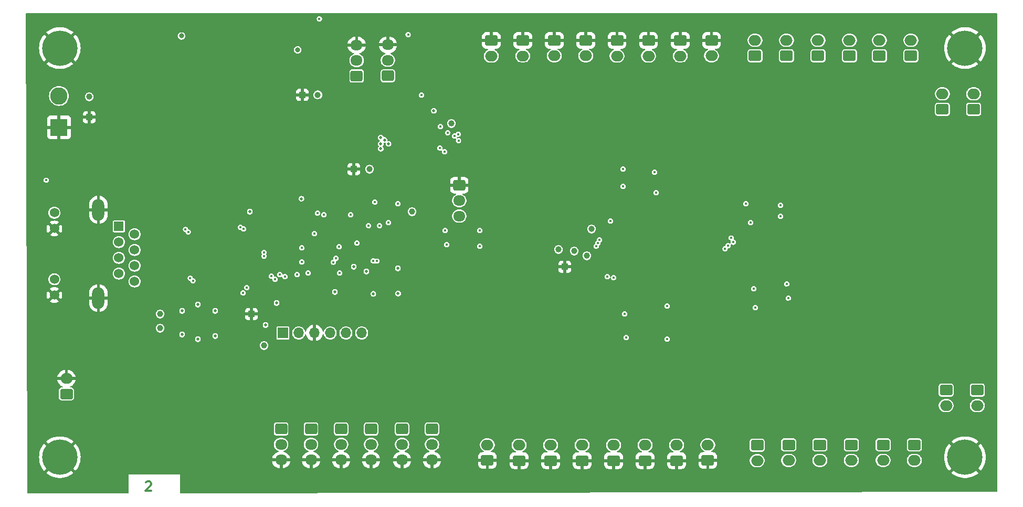
<source format=gbr>
%TF.GenerationSoftware,KiCad,Pcbnew,8.0.5*%
%TF.CreationDate,2024-09-28T09:45:59+02:00*%
%TF.ProjectId,PIC18F_ETH,50494331-3846-45f4-9554-482e6b696361,rev?*%
%TF.SameCoordinates,Original*%
%TF.FileFunction,Copper,L2,Inr*%
%TF.FilePolarity,Positive*%
%FSLAX46Y46*%
G04 Gerber Fmt 4.6, Leading zero omitted, Abs format (unit mm)*
G04 Created by KiCad (PCBNEW 8.0.5) date 2024-09-28 09:45:59*
%MOMM*%
%LPD*%
G01*
G04 APERTURE LIST*
G04 Aperture macros list*
%AMRoundRect*
0 Rectangle with rounded corners*
0 $1 Rounding radius*
0 $2 $3 $4 $5 $6 $7 $8 $9 X,Y pos of 4 corners*
0 Add a 4 corners polygon primitive as box body*
4,1,4,$2,$3,$4,$5,$6,$7,$8,$9,$2,$3,0*
0 Add four circle primitives for the rounded corners*
1,1,$1+$1,$2,$3*
1,1,$1+$1,$4,$5*
1,1,$1+$1,$6,$7*
1,1,$1+$1,$8,$9*
0 Add four rect primitives between the rounded corners*
20,1,$1+$1,$2,$3,$4,$5,0*
20,1,$1+$1,$4,$5,$6,$7,0*
20,1,$1+$1,$6,$7,$8,$9,0*
20,1,$1+$1,$8,$9,$2,$3,0*%
G04 Aperture macros list end*
%ADD10C,0.300000*%
%TA.AperFunction,NonConductor*%
%ADD11C,0.300000*%
%TD*%
%TA.AperFunction,ComponentPad*%
%ADD12C,5.700000*%
%TD*%
%TA.AperFunction,ComponentPad*%
%ADD13RoundRect,0.250000X-0.750000X0.600000X-0.750000X-0.600000X0.750000X-0.600000X0.750000X0.600000X0*%
%TD*%
%TA.AperFunction,ComponentPad*%
%ADD14O,2.000000X1.700000*%
%TD*%
%TA.AperFunction,ComponentPad*%
%ADD15RoundRect,0.250000X0.725000X-0.600000X0.725000X0.600000X-0.725000X0.600000X-0.725000X-0.600000X0*%
%TD*%
%TA.AperFunction,ComponentPad*%
%ADD16O,1.950000X1.700000*%
%TD*%
%TA.AperFunction,ComponentPad*%
%ADD17RoundRect,0.250000X0.750000X-0.600000X0.750000X0.600000X-0.750000X0.600000X-0.750000X-0.600000X0*%
%TD*%
%TA.AperFunction,ComponentPad*%
%ADD18C,1.000000*%
%TD*%
%TA.AperFunction,ComponentPad*%
%ADD19R,1.000000X1.000000*%
%TD*%
%TA.AperFunction,ComponentPad*%
%ADD20R,2.800000X2.800000*%
%TD*%
%TA.AperFunction,ComponentPad*%
%ADD21C,2.800000*%
%TD*%
%TA.AperFunction,ComponentPad*%
%ADD22RoundRect,0.250000X-0.725000X0.600000X-0.725000X-0.600000X0.725000X-0.600000X0.725000X0.600000X0*%
%TD*%
%TA.AperFunction,ComponentPad*%
%ADD23R,1.700000X1.700000*%
%TD*%
%TA.AperFunction,ComponentPad*%
%ADD24O,1.700000X1.700000*%
%TD*%
%TA.AperFunction,ComponentPad*%
%ADD25R,1.524000X1.524000*%
%TD*%
%TA.AperFunction,ComponentPad*%
%ADD26C,1.524000*%
%TD*%
%TA.AperFunction,ComponentPad*%
%ADD27O,2.000000X3.500000*%
%TD*%
%TA.AperFunction,ViaPad*%
%ADD28C,0.450000*%
%TD*%
%TA.AperFunction,ViaPad*%
%ADD29C,0.500000*%
%TD*%
%TA.AperFunction,ViaPad*%
%ADD30C,0.800000*%
%TD*%
G04 APERTURE END LIST*
D10*
D11*
X149434082Y-173683684D02*
X149505510Y-173612256D01*
X149505510Y-173612256D02*
X149648368Y-173540827D01*
X149648368Y-173540827D02*
X150005510Y-173540827D01*
X150005510Y-173540827D02*
X150148368Y-173612256D01*
X150148368Y-173612256D02*
X150219796Y-173683684D01*
X150219796Y-173683684D02*
X150291225Y-173826541D01*
X150291225Y-173826541D02*
X150291225Y-173969399D01*
X150291225Y-173969399D02*
X150219796Y-174183684D01*
X150219796Y-174183684D02*
X149362653Y-175040827D01*
X149362653Y-175040827D02*
X150291225Y-175040827D01*
D12*
%TO.N,GND*%
%TO.C,H7004*%
X135540000Y-169631998D03*
%TD*%
D13*
%TO.N,GND*%
%TO.C,J8012*%
X225423000Y-102421999D03*
D14*
%TO.N,/IO_core/Digital Input/DI11x*%
X225423000Y-104921999D03*
%TD*%
D13*
%TO.N,GND*%
%TO.C,J8016*%
X205149000Y-102421999D03*
D14*
%TO.N,/IO_core/Digital Input/DI15x*%
X205149000Y-104921999D03*
%TD*%
D12*
%TO.N,GND*%
%TO.C,H7003*%
X281540000Y-169631998D03*
%TD*%
D15*
%TO.N,/CAN/CAN_H*%
%TO.C,J6001*%
X183421000Y-108143999D03*
D16*
%TO.N,/CAN/CAN_L*%
X183421000Y-105643999D03*
%TO.N,GND*%
X183421000Y-103143999D03*
%TD*%
D17*
%TO.N,GND*%
%TO.C,J8007*%
X235029000Y-170179999D03*
D14*
%TO.N,/IO_core/Digital Input/DI6x*%
X235029000Y-167679999D03*
%TD*%
D13*
%TO.N,Net-(J9002-Pin_1)*%
%TO.C,J9002*%
X253109000Y-167639999D03*
D14*
%TO.N,Net-(J9002-Pin_2)*%
X253109000Y-170139999D03*
%TD*%
D18*
%TO.N,Net-(D3001-A)*%
%TO.C,TP3001*%
X140287000Y-111485999D03*
%TD*%
D17*
%TO.N,+3.3V*%
%TO.C,J3002*%
X136607000Y-159423999D03*
D14*
%TO.N,GND*%
X136607000Y-156923999D03*
%TD*%
D18*
%TO.N,/LED_G*%
%TO.C,TP2001*%
X151717000Y-146537999D03*
%TD*%
D19*
%TO.N,GND*%
%TO.C,TP2016*%
X166449000Y-146537999D03*
%TD*%
D18*
%TO.N,/SPI_DO.MOSI*%
%TO.C,TP2010*%
X218519000Y-136377999D03*
%TD*%
D17*
%TO.N,Net-(J9010-Pin_1)*%
%TO.C,J9010*%
X277909000Y-113517999D03*
D14*
%TO.N,Net-(J9010-Pin_2)*%
X277909000Y-111017999D03*
%TD*%
D17*
%TO.N,Net-(J9016-Pin_1)*%
%TO.C,J9016*%
X247683000Y-104881999D03*
D14*
%TO.N,Net-(J9016-Pin_2)*%
X247683000Y-102381999D03*
%TD*%
D18*
%TO.N,+5V*%
%TO.C,TP3003*%
X177157000Y-111173999D03*
%TD*%
%TO.N,/LED_Y*%
%TO.C,TP2002*%
X151717000Y-148823999D03*
%TD*%
D20*
%TO.N,GND*%
%TO.C,J3001*%
X135407000Y-116423999D03*
D21*
%TO.N,Net-(D3001-A)*%
X135407000Y-111343999D03*
%TD*%
D17*
%TO.N,GND*%
%TO.C,J8008*%
X240063000Y-170159999D03*
D14*
%TO.N,/IO_core/Digital Input/DI7x*%
X240063000Y-167659999D03*
%TD*%
D15*
%TO.N,/CAN/CAN_H*%
%TO.C,J6002*%
X188455000Y-108103999D03*
D16*
%TO.N,/CAN/CAN_L*%
X188455000Y-105603999D03*
%TO.N,GND*%
X188455000Y-103103999D03*
%TD*%
D17*
%TO.N,Net-(J9013-Pin_1)*%
%TO.C,J9013*%
X262923000Y-104881999D03*
D14*
%TO.N,Net-(J9013-Pin_2)*%
X262923000Y-102381999D03*
%TD*%
D13*
%TO.N,Net-(J9003-Pin_1)*%
%TO.C,J9003*%
X258143000Y-167639999D03*
D14*
%TO.N,Net-(J9003-Pin_2)*%
X258143000Y-170139999D03*
%TD*%
D22*
%TO.N,GND*%
%TO.C,J2002*%
X199977000Y-125749999D03*
D16*
%TO.N,/MCU_core/UART_RX*%
X199977000Y-128249999D03*
%TO.N,/MCU_core/UART_TX*%
X199977000Y-130749999D03*
%TD*%
D13*
%TO.N,GND*%
%TO.C,J8013*%
X220389000Y-102381999D03*
D14*
%TO.N,/IO_core/Digital Input/DI12x*%
X220389000Y-104881999D03*
%TD*%
D13*
%TO.N,Net-(J9006-Pin_1)*%
%TO.C,J9006*%
X273383000Y-167639999D03*
D14*
%TO.N,Net-(J9006-Pin_2)*%
X273383000Y-170139999D03*
%TD*%
D18*
%TO.N,/SPI_DO.SCK*%
%TO.C,TP2008*%
X215979000Y-136123999D03*
%TD*%
D13*
%TO.N,GND*%
%TO.C,J8014*%
X215309000Y-102381999D03*
D14*
%TO.N,/IO_core/Digital Input/DI13x*%
X215309000Y-104881999D03*
%TD*%
D18*
%TO.N,/MCU_core/SPI_SS0*%
%TO.C,TP2011*%
X192357000Y-130027999D03*
%TD*%
D23*
%TO.N,/MCU_core/RST#*%
%TO.C,J2001*%
X171529000Y-149585999D03*
D24*
%TO.N,+3.3V*%
X174069000Y-149585999D03*
%TO.N,GND*%
X176609000Y-149585999D03*
%TO.N,/MCU_core/PGD*%
X179149000Y-149585999D03*
%TO.N,/MCU_core/PGC*%
X181689000Y-149585999D03*
%TO.N,unconnected-(J2001-Pin_6-Pad6)*%
X184229000Y-149585999D03*
%TD*%
D18*
%TO.N,+3.3V*%
%TO.C,TP3005*%
X185499000Y-123169999D03*
%TD*%
D22*
%TO.N,+3.3V*%
%TO.C,J4003*%
X185753000Y-165079999D03*
D16*
%TO.N,/IO_core/AD2x*%
X185753000Y-167579999D03*
%TO.N,GND*%
X185753000Y-170079999D03*
%TD*%
D17*
%TO.N,GND*%
%TO.C,J8006*%
X229949000Y-170179999D03*
D14*
%TO.N,/IO_core/Digital Input/DI5x*%
X229949000Y-167679999D03*
%TD*%
D12*
%TO.N,GND*%
%TO.C,H7002*%
X281540000Y-103631998D03*
%TD*%
D17*
%TO.N,GND*%
%TO.C,J8004*%
X219789000Y-170179999D03*
D14*
%TO.N,/IO_core/Digital Input/DI3x*%
X219789000Y-167679999D03*
%TD*%
D22*
%TO.N,+3.3V*%
%TO.C,J4006*%
X171239000Y-165079999D03*
D16*
%TO.N,/IO_core/AD5x*%
X171239000Y-167579999D03*
%TO.N,GND*%
X171239000Y-170079999D03*
%TD*%
D17*
%TO.N,GND*%
%TO.C,J8005*%
X224869000Y-170179999D03*
D14*
%TO.N,/IO_core/Digital Input/DI4x*%
X224869000Y-167679999D03*
%TD*%
D17*
%TO.N,Net-(J9012-Pin_1)*%
%TO.C,J9012*%
X267749000Y-104881999D03*
D14*
%TO.N,Net-(J9012-Pin_2)*%
X267749000Y-102381999D03*
%TD*%
D13*
%TO.N,Net-(J9007-Pin_1)*%
%TO.C,J9007*%
X278509000Y-158811999D03*
D14*
%TO.N,Net-(J9007-Pin_2)*%
X278509000Y-161311999D03*
%TD*%
D22*
%TO.N,+3.3V*%
%TO.C,J4002*%
X190751000Y-165079999D03*
D16*
%TO.N,/IO_core/AD1x*%
X190751000Y-167579999D03*
%TO.N,GND*%
X190751000Y-170079999D03*
%TD*%
D17*
%TO.N,Net-(J9015-Pin_1)*%
%TO.C,J9015*%
X252755000Y-104881999D03*
D14*
%TO.N,Net-(J9015-Pin_2)*%
X252755000Y-102381999D03*
%TD*%
D18*
%TO.N,/SPI_DO.MISO*%
%TO.C,TP2009*%
X220551000Y-137139999D03*
%TD*%
%TO.N,/MCU_core/RST#*%
%TO.C,TP2012*%
X168481000Y-151617999D03*
%TD*%
%TO.N,/CAN_CTRL.CS#*%
%TO.C,TP2007*%
X198707000Y-115803999D03*
%TD*%
D13*
%TO.N,GND*%
%TO.C,J8011*%
X230503000Y-102421999D03*
D14*
%TO.N,/IO_core/Digital Input/DI10x*%
X230503000Y-104921999D03*
%TD*%
D13*
%TO.N,Net-(J9001-Pin_1)*%
%TO.C,J9001*%
X248029000Y-167701999D03*
D14*
%TO.N,Net-(J9001-Pin_2)*%
X248029000Y-170201999D03*
%TD*%
D17*
%TO.N,GND*%
%TO.C,J8001*%
X204503000Y-170159999D03*
D14*
%TO.N,/IO_core/Digital Input/DI0x*%
X204503000Y-167659999D03*
%TD*%
D18*
%TO.N,/SPI_DO.CS#*%
%TO.C,TP2006*%
X221313000Y-132821999D03*
%TD*%
D25*
%TO.N,/ETH_Connector/ETH.TX+*%
%TO.C,J5001*%
X145067000Y-132388999D03*
D26*
%TO.N,/ETH_Connector/ETH.TX-*%
X147607000Y-133658999D03*
%TO.N,+3.3V*%
X145067000Y-134928999D03*
%TO.N,unconnected-(J5001-Pad4)*%
X147607000Y-136198999D03*
%TO.N,unconnected-(J5001-Pad5)*%
X145067000Y-137468999D03*
%TO.N,/ETH_Connector/RX_C*%
X147607000Y-138738999D03*
%TO.N,/ETH_Connector/ETH.RX+*%
X145067000Y-140008999D03*
%TO.N,/ETH_Connector/ETH.RX-*%
X147607000Y-141278999D03*
%TO.N,Net-(J5001-Pad9)*%
X134657000Y-130203999D03*
%TO.N,GND*%
X134657000Y-132743999D03*
%TO.N,Net-(J5001-Pad11)*%
X134657000Y-140923999D03*
%TO.N,GND*%
X134657000Y-143463999D03*
D27*
X141767000Y-129713999D03*
X141767000Y-143953999D03*
%TD*%
D13*
%TO.N,GND*%
%TO.C,J8015*%
X210229000Y-102401999D03*
D14*
%TO.N,/IO_core/Digital Input/DI14x*%
X210229000Y-104901999D03*
%TD*%
D22*
%TO.N,+3.3V*%
%TO.C,J4004*%
X180927000Y-165079999D03*
D16*
%TO.N,/IO_core/AD3x*%
X180927000Y-167579999D03*
%TO.N,GND*%
X180927000Y-170079999D03*
%TD*%
D19*
%TO.N,GND*%
%TO.C,TP3006*%
X174657000Y-111173999D03*
%TD*%
D17*
%TO.N,Net-(J9009-Pin_1)*%
%TO.C,J9009*%
X282943000Y-113517999D03*
D14*
%TO.N,Net-(J9009-Pin_2)*%
X282943000Y-111017999D03*
%TD*%
D17*
%TO.N,Net-(J9011-Pin_1)*%
%TO.C,J9011*%
X272829000Y-104881999D03*
D14*
%TO.N,Net-(J9011-Pin_2)*%
X272829000Y-102381999D03*
%TD*%
D13*
%TO.N,Net-(J9008-Pin_1)*%
%TO.C,J9008*%
X283543000Y-158811999D03*
D14*
%TO.N,Net-(J9008-Pin_2)*%
X283543000Y-161311999D03*
%TD*%
D12*
%TO.N,GND*%
%TO.C,H7001*%
X135540000Y-103631998D03*
%TD*%
D19*
%TO.N,GND*%
%TO.C,TP3002*%
X140287000Y-114787999D03*
%TD*%
D13*
%TO.N,Net-(J9004-Pin_1)*%
%TO.C,J9004*%
X263223000Y-167639999D03*
D14*
%TO.N,Net-(J9004-Pin_2)*%
X263223000Y-170139999D03*
%TD*%
D13*
%TO.N,GND*%
%TO.C,J8010*%
X235629000Y-102401999D03*
D14*
%TO.N,/IO_core/Digital Input/DI9x*%
X235629000Y-104901999D03*
%TD*%
D19*
%TO.N,GND*%
%TO.C,TP2005*%
X216995000Y-138917999D03*
%TD*%
D13*
%TO.N,GND*%
%TO.C,J8009*%
X240663000Y-102381999D03*
D14*
%TO.N,/IO_core/Digital Input/DI8x*%
X240663000Y-104881999D03*
%TD*%
D13*
%TO.N,Net-(J9005-Pin_1)*%
%TO.C,J9005*%
X268349000Y-167639999D03*
D14*
%TO.N,Net-(J9005-Pin_2)*%
X268349000Y-170139999D03*
%TD*%
D22*
%TO.N,+3.3V*%
%TO.C,J4005*%
X176065000Y-165079999D03*
D16*
%TO.N,/IO_core/AD4x*%
X176065000Y-167579999D03*
%TO.N,GND*%
X176065000Y-170079999D03*
%TD*%
D17*
%TO.N,GND*%
%TO.C,J8002*%
X209629000Y-170179999D03*
D14*
%TO.N,/IO_core/Digital Input/DI1x*%
X209629000Y-167679999D03*
%TD*%
D22*
%TO.N,+3.3V*%
%TO.C,J4001*%
X195577000Y-165079999D03*
D16*
%TO.N,/IO_core/AD0x*%
X195577000Y-167579999D03*
%TO.N,GND*%
X195577000Y-170079999D03*
%TD*%
D19*
%TO.N,GND*%
%TO.C,TP3004*%
X182959000Y-123169999D03*
%TD*%
D17*
%TO.N,Net-(J9014-Pin_1)*%
%TO.C,J9014*%
X257843000Y-104881999D03*
D14*
%TO.N,Net-(J9014-Pin_2)*%
X257843000Y-102381999D03*
%TD*%
D17*
%TO.N,GND*%
%TO.C,J8003*%
X214709000Y-170179999D03*
D14*
%TO.N,/IO_core/Digital Input/DI2x*%
X214709000Y-167679999D03*
%TD*%
D28*
%TO.N,/SPI_DO.SCK*%
X197603000Y-120363999D03*
X187103000Y-132263999D03*
%TO.N,GND*%
X227103000Y-137513999D03*
X225603000Y-136513999D03*
X224853000Y-137763999D03*
%TO.N,+3.3V*%
X171021000Y-140187999D03*
X183467000Y-135107999D03*
X246967000Y-131805999D03*
D29*
X187933000Y-118449999D03*
D28*
X247475000Y-142473999D03*
D29*
X184991000Y-139679999D03*
D28*
X233505000Y-150601999D03*
X203279000Y-133075999D03*
X175593000Y-139933999D03*
X231473000Y-123677999D03*
X197691000Y-133075999D03*
D29*
X187319000Y-118089999D03*
X187319000Y-119105999D03*
X157813000Y-150601999D03*
X188568000Y-119084999D03*
X186103000Y-143263999D03*
D28*
X203279000Y-135615999D03*
D29*
X155273000Y-149839999D03*
D28*
X197945000Y-135361999D03*
X251793000Y-129011999D03*
X176609000Y-133583999D03*
D29*
X179911000Y-142981999D03*
D28*
X177407000Y-98923999D03*
X226393000Y-125963999D03*
X191722000Y-101452999D03*
X226901000Y-150347999D03*
D29*
X187319000Y-119867999D03*
D28*
X178133000Y-130535999D03*
D29*
X168735000Y-148315999D03*
D28*
X231727000Y-126979999D03*
D29*
X157813000Y-145013999D03*
D28*
X246205000Y-128757999D03*
X224361000Y-131551999D03*
X190071000Y-128757999D03*
X247729000Y-145521999D03*
D29*
X170513000Y-144759999D03*
X190103000Y-143235999D03*
D28*
X251793000Y-130789999D03*
X133353500Y-124951999D03*
X226647000Y-146537999D03*
X180673000Y-139933999D03*
X174577000Y-138155999D03*
D29*
X160607000Y-146029999D03*
X155273000Y-146029999D03*
X166195000Y-130027999D03*
D28*
X174577000Y-135869999D03*
X182451000Y-130535999D03*
X180615000Y-135673999D03*
D29*
X182959000Y-138917999D03*
X195865791Y-113755439D03*
X160607000Y-150093999D03*
X174507000Y-127925999D03*
D28*
X253063000Y-143997999D03*
X233505000Y-145267999D03*
X252809000Y-141711999D03*
X226393000Y-123169999D03*
D29*
X190071000Y-139171999D03*
D28*
%TO.N,GND*%
X160353000Y-103611999D03*
X245189000Y-137647999D03*
D29*
X168227000Y-134345999D03*
X283035000Y-143997999D03*
D28*
X208613000Y-160761999D03*
D29*
X165179000Y-129265999D03*
D28*
X228425000Y-160761999D03*
D29*
X278209000Y-127995999D03*
D28*
X206581000Y-160507999D03*
X158157000Y-118851999D03*
D29*
X200485000Y-106659999D03*
D28*
X163655000Y-103611999D03*
X238585000Y-111993999D03*
D29*
X273129000Y-119105999D03*
X166195000Y-149585999D03*
X172799000Y-113009999D03*
X179149000Y-118851999D03*
X185753000Y-116311999D03*
D28*
X222583000Y-137393999D03*
X247353000Y-143263999D03*
X158853000Y-150763999D03*
X253063000Y-142219999D03*
X222583000Y-137901999D03*
D29*
X153907000Y-105135999D03*
X186157000Y-121173999D03*
X188293000Y-120375999D03*
D28*
X191103000Y-139171999D03*
D29*
X171217000Y-101306999D03*
D28*
X158575000Y-103611999D03*
D29*
X247983000Y-119105999D03*
X277955000Y-144251999D03*
X171783000Y-125201999D03*
D28*
X165407000Y-132173999D03*
X157603000Y-141763999D03*
X167491500Y-118851999D03*
D29*
X195405000Y-111993999D03*
D28*
X173907000Y-102923999D03*
D29*
X257635000Y-152887999D03*
X176863000Y-129011999D03*
X168735000Y-128503999D03*
D28*
X247475000Y-133329999D03*
D29*
X247475000Y-153141999D03*
D28*
X236807000Y-160761999D03*
D29*
X161052000Y-135615999D03*
X225631000Y-129519999D03*
X185753000Y-114025999D03*
X242603000Y-136763999D03*
D28*
X226596375Y-147085666D03*
X180853000Y-142727999D03*
D29*
X162639000Y-137901999D03*
X181435000Y-119613999D03*
D28*
X191353000Y-143235999D03*
D29*
X253063000Y-119105999D03*
X248237000Y-130027999D03*
D28*
X247699000Y-135615999D03*
D29*
X170259000Y-132059999D03*
D28*
X185499000Y-142473999D03*
X216741000Y-160761999D03*
X238839000Y-160761999D03*
X248891000Y-137031999D03*
D29*
X283289000Y-127995999D03*
X176355000Y-115803999D03*
X190579000Y-132059999D03*
X172291000Y-132059999D03*
D28*
X182197000Y-136123999D03*
X155853000Y-140263999D03*
D29*
X166907000Y-103923999D03*
D28*
X247475000Y-138223999D03*
X155407000Y-132173999D03*
D29*
X196167000Y-109961999D03*
D28*
X161603000Y-145513999D03*
D29*
X219103000Y-138013999D03*
D28*
X170513000Y-143997999D03*
D29*
X182197000Y-116057999D03*
D28*
X156657000Y-133923999D03*
X161603000Y-150513999D03*
D29*
X272875000Y-153141999D03*
X200739000Y-112501999D03*
D28*
X174323000Y-158475999D03*
X197103000Y-135361999D03*
D29*
X183721000Y-130535999D03*
D28*
X253317000Y-144505999D03*
X156353000Y-149839999D03*
X165935750Y-118851999D03*
D29*
X252555000Y-153141999D03*
D28*
X226901000Y-112247999D03*
X206835000Y-112501999D03*
X184229000Y-139679999D03*
D29*
X182959000Y-119359999D03*
D28*
X222583000Y-136631999D03*
D29*
X180165000Y-113771999D03*
X174069000Y-145448999D03*
D28*
X196603000Y-133263999D03*
D29*
X195913000Y-123677999D03*
X184853000Y-126263999D03*
D28*
X193881000Y-158475999D03*
X226647000Y-160761999D03*
D29*
X157051000Y-138155999D03*
D28*
X218011000Y-112247999D03*
X204103000Y-135615999D03*
D29*
X258143000Y-119105999D03*
D28*
X199103000Y-117013999D03*
D29*
X174323000Y-120629999D03*
X184991000Y-120375999D03*
X155157000Y-103923999D03*
D28*
X226853000Y-151013999D03*
X237061000Y-111993999D03*
D29*
X268049000Y-119105999D03*
D28*
X208359000Y-112501999D03*
D29*
X182197000Y-139933999D03*
D28*
X161268500Y-118851999D03*
X204353000Y-133075999D03*
D29*
X149939000Y-107167999D03*
D28*
X170603000Y-118851999D03*
X195913000Y-121137999D03*
D29*
X246205000Y-143235999D03*
D28*
X155853000Y-102513999D03*
X172291000Y-158475999D03*
X198132731Y-118595871D03*
X225603000Y-123169999D03*
D29*
X267795000Y-152887999D03*
X284559000Y-129494499D03*
D28*
X232603000Y-123931999D03*
X161877000Y-103611999D03*
X176609000Y-138917999D03*
X218519000Y-160761999D03*
X181943000Y-158475999D03*
X176863000Y-136123999D03*
X162824250Y-118851999D03*
X192103000Y-158475999D03*
D29*
X157051000Y-135869999D03*
D28*
X164380000Y-118851999D03*
X224615000Y-132821999D03*
X183975000Y-158475999D03*
X216995000Y-112247999D03*
X164157000Y-132173999D03*
X245189000Y-138155999D03*
X233611609Y-145807571D03*
D29*
X243103000Y-134013999D03*
X279479000Y-129494499D03*
X180673000Y-116057999D03*
X168481000Y-135615999D03*
X197183000Y-115295999D03*
X189563000Y-127741999D03*
D28*
X133353500Y-123173999D03*
D29*
X172741000Y-101306999D03*
D28*
X247603000Y-146263999D03*
X263223000Y-119105999D03*
X225603000Y-125963999D03*
X233603000Y-151263999D03*
D29*
X262715000Y-152887999D03*
D28*
X228679000Y-112247999D03*
X165433000Y-103611999D03*
D29*
X195913000Y-101325999D03*
X183975000Y-120375999D03*
D28*
X167907000Y-136173999D03*
D29*
X151463000Y-105897999D03*
D28*
X169047250Y-118851999D03*
D29*
X163401000Y-131297999D03*
X146891000Y-106659999D03*
D28*
X158603000Y-144513999D03*
D29*
X158575000Y-134345999D03*
D28*
X159712750Y-118851999D03*
D29*
X172853000Y-139933999D03*
X188801000Y-117327999D03*
D28*
X232603000Y-126979999D03*
X156353000Y-146013999D03*
X169157000Y-137173999D03*
X165103000Y-142513999D03*
D29*
X180165000Y-126979999D03*
X220805000Y-142981999D03*
D28*
%TO.N,/AD0*%
X186675927Y-137992975D03*
X180103000Y-137551999D03*
%TO.N,/AD1*%
X186103000Y-137985734D03*
X179657000Y-138173998D03*
%TO.N,/ETH_Connector/ETH.RX+*%
X168481000Y-136585999D03*
X156584867Y-140737866D03*
%TO.N,/ETH_Connector/ETH.TX-*%
X165179000Y-132821999D03*
X156247133Y-133288132D03*
%TO.N,/ETH_Connector/ETH.TX+*%
X164671000Y-132521999D03*
X155822867Y-132863866D03*
%TO.N,/ETH_Connector/ETH.RX-*%
X168481000Y-137185999D03*
X157009133Y-141162132D03*
D30*
%TO.N,+5V*%
X173907000Y-103923999D03*
X155157000Y-101673999D03*
D28*
%TO.N,/CAN_CTRL.INT#*%
X196853000Y-119763999D03*
X169657000Y-140441999D03*
%TO.N,/MCU_core/PGC*%
X165699077Y-142263999D03*
%TO.N,/MCU_core/PGD*%
X165103000Y-143118768D03*
%TO.N,Net-(U6002-\u002ARX0BF)*%
X193881000Y-111231999D03*
X199819000Y-117513999D03*
%TO.N,/SPI_DI.INT#*%
X170259000Y-140949999D03*
X224862487Y-140689486D03*
%TO.N,/SPI_DI.INT1#*%
X171853000Y-140513999D03*
X223853000Y-140513999D03*
%TO.N,/SPI_DO.SCK*%
X222583000Y-134599999D03*
X244173000Y-134949999D03*
X199853000Y-118597999D03*
%TO.N,/SPI_DO.MISO*%
X242853000Y-136013999D03*
X186357000Y-128503999D03*
X198090549Y-117276450D03*
X222060480Y-135595057D03*
%TO.N,/SPI_DO.MOSI*%
X243353000Y-135513999D03*
X185353000Y-132263999D03*
X222315975Y-135107999D03*
X199215000Y-117835999D03*
%TO.N,/SPI_DO.CS#*%
X243853000Y-134263999D03*
%TO.N,/MCU_core/SPI_SS0*%
X188547000Y-131805999D03*
X173815000Y-140187999D03*
%TO.N,/CAN_CTRL.CS#*%
X177103000Y-130263999D03*
X196929000Y-116311999D03*
%TD*%
%TA.AperFunction,Conductor*%
%TO.N,GND*%
G36*
X286725191Y-98042906D02*
G01*
X286761155Y-98092406D01*
X286766000Y-98122999D01*
X286766000Y-175141159D01*
X286747093Y-175199350D01*
X286697593Y-175235314D01*
X286667161Y-175240159D01*
X155006161Y-175453894D01*
X154947939Y-175435081D01*
X154911895Y-175385639D01*
X154907000Y-175354894D01*
X154907000Y-172424000D01*
X154907000Y-172423999D01*
X146657000Y-172423999D01*
X146657000Y-172424000D01*
X146657000Y-175368609D01*
X146638093Y-175426800D01*
X146588593Y-175462764D01*
X146558161Y-175467609D01*
X130400835Y-175493838D01*
X130342613Y-175475025D01*
X130306569Y-175425583D01*
X130301675Y-175395169D01*
X130282779Y-169631998D01*
X132185080Y-169631998D01*
X132204746Y-169994729D01*
X132263516Y-170353212D01*
X132360694Y-170703215D01*
X132360696Y-170703220D01*
X132495157Y-171040691D01*
X132665319Y-171361650D01*
X132869162Y-171662297D01*
X132869176Y-171662315D01*
X133000969Y-171817472D01*
X134245746Y-170572694D01*
X134319588Y-170674328D01*
X134497670Y-170852410D01*
X134599300Y-170926249D01*
X133351888Y-172173662D01*
X133368067Y-172188988D01*
X133657257Y-172408824D01*
X133657262Y-172408827D01*
X133968529Y-172596110D01*
X133968535Y-172596113D01*
X134298210Y-172748638D01*
X134642472Y-172864633D01*
X134997229Y-172942721D01*
X134997228Y-172942721D01*
X135358368Y-172981998D01*
X135721632Y-172981998D01*
X136082771Y-172942721D01*
X136437526Y-172864633D01*
X136437528Y-172864633D01*
X136781789Y-172748638D01*
X137111464Y-172596113D01*
X137111470Y-172596110D01*
X137422737Y-172408827D01*
X137422742Y-172408824D01*
X137711923Y-172188996D01*
X137728110Y-172173662D01*
X136480698Y-170926250D01*
X136582330Y-170852410D01*
X136760412Y-170674328D01*
X136834252Y-170572696D01*
X138079029Y-171817473D01*
X138210825Y-171662312D01*
X138210835Y-171662300D01*
X138414680Y-171361650D01*
X138584842Y-171040691D01*
X138719303Y-170703220D01*
X138719305Y-170703215D01*
X138816483Y-170353212D01*
X138875253Y-169994729D01*
X138884184Y-169829998D01*
X169786768Y-169829998D01*
X169786769Y-169829999D01*
X170834854Y-169829999D01*
X170796370Y-169896656D01*
X170764000Y-170017464D01*
X170764000Y-170142534D01*
X170796370Y-170263342D01*
X170834854Y-170329999D01*
X169786769Y-170329999D01*
X169797241Y-170396121D01*
X169862904Y-170598214D01*
X169959375Y-170787551D01*
X170084277Y-170959463D01*
X170234535Y-171109721D01*
X170406447Y-171234623D01*
X170595784Y-171331094D01*
X170797878Y-171396758D01*
X170989000Y-171427028D01*
X170989000Y-170484144D01*
X171055657Y-170522629D01*
X171176465Y-170554999D01*
X171301535Y-170554999D01*
X171422343Y-170522629D01*
X171489000Y-170484144D01*
X171489000Y-171427027D01*
X171680121Y-171396758D01*
X171882215Y-171331094D01*
X172071552Y-171234623D01*
X172243464Y-171109721D01*
X172393722Y-170959463D01*
X172518624Y-170787551D01*
X172615095Y-170598214D01*
X172680758Y-170396121D01*
X172691231Y-170329999D01*
X171643146Y-170329999D01*
X171681630Y-170263342D01*
X171714000Y-170142534D01*
X171714000Y-170017464D01*
X171681630Y-169896656D01*
X171643146Y-169829999D01*
X172691231Y-169829999D01*
X172691231Y-169829998D01*
X174612768Y-169829998D01*
X174612769Y-169829999D01*
X175660854Y-169829999D01*
X175622370Y-169896656D01*
X175590000Y-170017464D01*
X175590000Y-170142534D01*
X175622370Y-170263342D01*
X175660854Y-170329999D01*
X174612769Y-170329999D01*
X174623241Y-170396121D01*
X174688904Y-170598214D01*
X174785375Y-170787551D01*
X174910277Y-170959463D01*
X175060535Y-171109721D01*
X175232447Y-171234623D01*
X175421784Y-171331094D01*
X175623878Y-171396758D01*
X175815000Y-171427028D01*
X175815000Y-170484144D01*
X175881657Y-170522629D01*
X176002465Y-170554999D01*
X176127535Y-170554999D01*
X176248343Y-170522629D01*
X176315000Y-170484144D01*
X176315000Y-171427027D01*
X176506121Y-171396758D01*
X176708215Y-171331094D01*
X176897552Y-171234623D01*
X177069464Y-171109721D01*
X177219722Y-170959463D01*
X177344624Y-170787551D01*
X177441095Y-170598214D01*
X177506758Y-170396121D01*
X177517231Y-170329999D01*
X176469146Y-170329999D01*
X176507630Y-170263342D01*
X176540000Y-170142534D01*
X176540000Y-170017464D01*
X176507630Y-169896656D01*
X176469146Y-169829999D01*
X177517231Y-169829999D01*
X177517231Y-169829998D01*
X179474768Y-169829998D01*
X179474769Y-169829999D01*
X180522854Y-169829999D01*
X180484370Y-169896656D01*
X180452000Y-170017464D01*
X180452000Y-170142534D01*
X180484370Y-170263342D01*
X180522854Y-170329999D01*
X179474769Y-170329999D01*
X179485241Y-170396121D01*
X179550904Y-170598214D01*
X179647375Y-170787551D01*
X179772277Y-170959463D01*
X179922535Y-171109721D01*
X180094447Y-171234623D01*
X180283784Y-171331094D01*
X180485878Y-171396758D01*
X180677000Y-171427028D01*
X180677000Y-170484144D01*
X180743657Y-170522629D01*
X180864465Y-170554999D01*
X180989535Y-170554999D01*
X181110343Y-170522629D01*
X181177000Y-170484144D01*
X181177000Y-171427027D01*
X181368121Y-171396758D01*
X181570215Y-171331094D01*
X181759552Y-171234623D01*
X181931464Y-171109721D01*
X182081722Y-170959463D01*
X182206624Y-170787551D01*
X182303095Y-170598214D01*
X182368758Y-170396121D01*
X182379231Y-170329999D01*
X181331146Y-170329999D01*
X181369630Y-170263342D01*
X181402000Y-170142534D01*
X181402000Y-170017464D01*
X181369630Y-169896656D01*
X181331146Y-169829999D01*
X182379231Y-169829999D01*
X182379231Y-169829998D01*
X184300768Y-169829998D01*
X184300769Y-169829999D01*
X185348854Y-169829999D01*
X185310370Y-169896656D01*
X185278000Y-170017464D01*
X185278000Y-170142534D01*
X185310370Y-170263342D01*
X185348854Y-170329999D01*
X184300769Y-170329999D01*
X184311241Y-170396121D01*
X184376904Y-170598214D01*
X184473375Y-170787551D01*
X184598277Y-170959463D01*
X184748535Y-171109721D01*
X184920447Y-171234623D01*
X185109784Y-171331094D01*
X185311878Y-171396758D01*
X185503000Y-171427028D01*
X185503000Y-170484144D01*
X185569657Y-170522629D01*
X185690465Y-170554999D01*
X185815535Y-170554999D01*
X185936343Y-170522629D01*
X186003000Y-170484144D01*
X186003000Y-171427027D01*
X186194121Y-171396758D01*
X186396215Y-171331094D01*
X186585552Y-171234623D01*
X186757464Y-171109721D01*
X186907722Y-170959463D01*
X187032624Y-170787551D01*
X187129095Y-170598214D01*
X187194758Y-170396121D01*
X187205231Y-170329999D01*
X186157146Y-170329999D01*
X186195630Y-170263342D01*
X186228000Y-170142534D01*
X186228000Y-170017464D01*
X186195630Y-169896656D01*
X186157146Y-169829999D01*
X187205231Y-169829999D01*
X187205231Y-169829998D01*
X189298768Y-169829998D01*
X189298769Y-169829999D01*
X190346854Y-169829999D01*
X190308370Y-169896656D01*
X190276000Y-170017464D01*
X190276000Y-170142534D01*
X190308370Y-170263342D01*
X190346854Y-170329999D01*
X189298769Y-170329999D01*
X189309241Y-170396121D01*
X189374904Y-170598214D01*
X189471375Y-170787551D01*
X189596277Y-170959463D01*
X189746535Y-171109721D01*
X189918447Y-171234623D01*
X190107784Y-171331094D01*
X190309878Y-171396758D01*
X190501000Y-171427028D01*
X190501000Y-170484144D01*
X190567657Y-170522629D01*
X190688465Y-170554999D01*
X190813535Y-170554999D01*
X190934343Y-170522629D01*
X191001000Y-170484144D01*
X191001000Y-171427027D01*
X191192121Y-171396758D01*
X191394215Y-171331094D01*
X191583552Y-171234623D01*
X191755464Y-171109721D01*
X191905722Y-170959463D01*
X192030624Y-170787551D01*
X192127095Y-170598214D01*
X192192758Y-170396121D01*
X192203231Y-170329999D01*
X191155146Y-170329999D01*
X191193630Y-170263342D01*
X191226000Y-170142534D01*
X191226000Y-170017464D01*
X191193630Y-169896656D01*
X191155146Y-169829999D01*
X192203231Y-169829999D01*
X192203231Y-169829998D01*
X194124768Y-169829998D01*
X194124769Y-169829999D01*
X195172854Y-169829999D01*
X195134370Y-169896656D01*
X195102000Y-170017464D01*
X195102000Y-170142534D01*
X195134370Y-170263342D01*
X195172854Y-170329999D01*
X194124769Y-170329999D01*
X194135241Y-170396121D01*
X194200904Y-170598214D01*
X194297375Y-170787551D01*
X194422277Y-170959463D01*
X194572535Y-171109721D01*
X194744447Y-171234623D01*
X194933784Y-171331094D01*
X195135878Y-171396758D01*
X195327000Y-171427028D01*
X195327000Y-170484144D01*
X195393657Y-170522629D01*
X195514465Y-170554999D01*
X195639535Y-170554999D01*
X195760343Y-170522629D01*
X195827000Y-170484144D01*
X195827000Y-171427028D01*
X196018121Y-171396758D01*
X196220215Y-171331094D01*
X196409552Y-171234623D01*
X196581464Y-171109721D01*
X196731722Y-170959463D01*
X196856624Y-170787551D01*
X196953095Y-170598214D01*
X197018758Y-170396121D01*
X197029231Y-170329999D01*
X195981146Y-170329999D01*
X196019630Y-170263342D01*
X196052000Y-170142534D01*
X196052000Y-170017464D01*
X196019630Y-169896656D01*
X195981146Y-169829999D01*
X197029231Y-169829999D01*
X197029231Y-169829998D01*
X197018758Y-169763876D01*
X196953095Y-169561783D01*
X196926716Y-169510011D01*
X203003000Y-169510011D01*
X203003000Y-169909998D01*
X203003001Y-169909999D01*
X204069988Y-169909999D01*
X204037075Y-169967006D01*
X204003000Y-170094173D01*
X204003000Y-170225825D01*
X204037075Y-170352992D01*
X204069988Y-170409999D01*
X203003002Y-170409999D01*
X203003001Y-170410000D01*
X203003001Y-170809985D01*
X203013492Y-170912686D01*
X203013495Y-170912698D01*
X203068643Y-171079123D01*
X203160680Y-171228339D01*
X203284659Y-171352318D01*
X203433875Y-171444355D01*
X203600306Y-171499505D01*
X203703012Y-171509998D01*
X204252998Y-171509998D01*
X204253000Y-171509997D01*
X204253000Y-170593011D01*
X204310007Y-170625924D01*
X204437174Y-170659999D01*
X204568826Y-170659999D01*
X204695993Y-170625924D01*
X204753000Y-170593011D01*
X204753000Y-171509997D01*
X204753001Y-171509998D01*
X205302986Y-171509998D01*
X205405687Y-171499506D01*
X205405699Y-171499503D01*
X205572124Y-171444355D01*
X205721340Y-171352318D01*
X205845319Y-171228339D01*
X205937356Y-171079123D01*
X205992506Y-170912692D01*
X206003000Y-170809986D01*
X206003000Y-170410000D01*
X206002999Y-170409999D01*
X204936012Y-170409999D01*
X204968925Y-170352992D01*
X205003000Y-170225825D01*
X205003000Y-170094173D01*
X204968925Y-169967006D01*
X204936012Y-169909999D01*
X206002998Y-169909999D01*
X206002999Y-169909998D01*
X206002999Y-169530011D01*
X208129000Y-169530011D01*
X208129000Y-169929998D01*
X208129001Y-169929999D01*
X209195988Y-169929999D01*
X209163075Y-169987006D01*
X209129000Y-170114173D01*
X209129000Y-170245825D01*
X209163075Y-170372992D01*
X209195988Y-170429999D01*
X208129002Y-170429999D01*
X208129001Y-170430000D01*
X208129001Y-170829985D01*
X208139492Y-170932686D01*
X208139495Y-170932698D01*
X208194643Y-171099123D01*
X208286680Y-171248339D01*
X208410659Y-171372318D01*
X208559875Y-171464355D01*
X208726306Y-171519505D01*
X208829012Y-171529998D01*
X209378998Y-171529998D01*
X209379000Y-171529997D01*
X209379000Y-170613011D01*
X209436007Y-170645924D01*
X209563174Y-170679999D01*
X209694826Y-170679999D01*
X209821993Y-170645924D01*
X209879000Y-170613011D01*
X209879000Y-171529997D01*
X209879001Y-171529998D01*
X210428986Y-171529998D01*
X210531687Y-171519506D01*
X210531699Y-171519503D01*
X210698124Y-171464355D01*
X210847340Y-171372318D01*
X210971319Y-171248339D01*
X211063356Y-171099123D01*
X211118506Y-170932692D01*
X211129000Y-170829986D01*
X211129000Y-170430000D01*
X211128999Y-170429999D01*
X210062012Y-170429999D01*
X210094925Y-170372992D01*
X210129000Y-170245825D01*
X210129000Y-170114173D01*
X210094925Y-169987006D01*
X210062012Y-169929999D01*
X211128998Y-169929999D01*
X211128999Y-169929998D01*
X211128999Y-169530012D01*
X211128999Y-169530011D01*
X213209000Y-169530011D01*
X213209000Y-169929998D01*
X213209001Y-169929999D01*
X214275988Y-169929999D01*
X214243075Y-169987006D01*
X214209000Y-170114173D01*
X214209000Y-170245825D01*
X214243075Y-170372992D01*
X214275988Y-170429999D01*
X213209002Y-170429999D01*
X213209001Y-170430000D01*
X213209001Y-170829985D01*
X213219492Y-170932686D01*
X213219495Y-170932698D01*
X213274643Y-171099123D01*
X213366680Y-171248339D01*
X213490659Y-171372318D01*
X213639875Y-171464355D01*
X213806306Y-171519505D01*
X213909012Y-171529998D01*
X214458998Y-171529998D01*
X214459000Y-171529997D01*
X214459000Y-170613011D01*
X214516007Y-170645924D01*
X214643174Y-170679999D01*
X214774826Y-170679999D01*
X214901993Y-170645924D01*
X214959000Y-170613011D01*
X214959000Y-171529997D01*
X214959001Y-171529998D01*
X215508986Y-171529998D01*
X215611687Y-171519506D01*
X215611699Y-171519503D01*
X215778124Y-171464355D01*
X215927340Y-171372318D01*
X216051319Y-171248339D01*
X216143356Y-171099123D01*
X216198506Y-170932692D01*
X216209000Y-170829986D01*
X216209000Y-170430000D01*
X216208999Y-170429999D01*
X215142012Y-170429999D01*
X215174925Y-170372992D01*
X215209000Y-170245825D01*
X215209000Y-170114173D01*
X215174925Y-169987006D01*
X215142012Y-169929999D01*
X216208998Y-169929999D01*
X216208999Y-169929998D01*
X216208999Y-169530012D01*
X216208999Y-169530011D01*
X218289000Y-169530011D01*
X218289000Y-169929998D01*
X218289001Y-169929999D01*
X219355988Y-169929999D01*
X219323075Y-169987006D01*
X219289000Y-170114173D01*
X219289000Y-170245825D01*
X219323075Y-170372992D01*
X219355988Y-170429999D01*
X218289002Y-170429999D01*
X218289001Y-170430000D01*
X218289001Y-170829985D01*
X218299492Y-170932686D01*
X218299495Y-170932698D01*
X218354643Y-171099123D01*
X218446680Y-171248339D01*
X218570659Y-171372318D01*
X218719875Y-171464355D01*
X218886306Y-171519505D01*
X218989012Y-171529998D01*
X219538998Y-171529998D01*
X219539000Y-171529997D01*
X219539000Y-170613011D01*
X219596007Y-170645924D01*
X219723174Y-170679999D01*
X219854826Y-170679999D01*
X219981993Y-170645924D01*
X220039000Y-170613011D01*
X220039000Y-171529997D01*
X220039001Y-171529998D01*
X220588986Y-171529998D01*
X220691687Y-171519506D01*
X220691699Y-171519503D01*
X220858124Y-171464355D01*
X221007340Y-171372318D01*
X221131319Y-171248339D01*
X221223356Y-171099123D01*
X221278506Y-170932692D01*
X221289000Y-170829986D01*
X221289000Y-170430000D01*
X221288999Y-170429999D01*
X220222012Y-170429999D01*
X220254925Y-170372992D01*
X220289000Y-170245825D01*
X220289000Y-170114173D01*
X220254925Y-169987006D01*
X220222012Y-169929999D01*
X221288998Y-169929999D01*
X221288999Y-169929998D01*
X221288999Y-169530012D01*
X221288999Y-169530011D01*
X223369000Y-169530011D01*
X223369000Y-169929998D01*
X223369001Y-169929999D01*
X224435988Y-169929999D01*
X224403075Y-169987006D01*
X224369000Y-170114173D01*
X224369000Y-170245825D01*
X224403075Y-170372992D01*
X224435988Y-170429999D01*
X223369002Y-170429999D01*
X223369001Y-170430000D01*
X223369001Y-170829985D01*
X223379492Y-170932686D01*
X223379495Y-170932698D01*
X223434643Y-171099123D01*
X223526680Y-171248339D01*
X223650659Y-171372318D01*
X223799875Y-171464355D01*
X223966306Y-171519505D01*
X224069012Y-171529998D01*
X224618998Y-171529998D01*
X224619000Y-171529997D01*
X224619000Y-170613011D01*
X224676007Y-170645924D01*
X224803174Y-170679999D01*
X224934826Y-170679999D01*
X225061993Y-170645924D01*
X225119000Y-170613011D01*
X225119000Y-171529997D01*
X225119001Y-171529998D01*
X225668986Y-171529998D01*
X225771687Y-171519506D01*
X225771699Y-171519503D01*
X225938124Y-171464355D01*
X226087340Y-171372318D01*
X226211319Y-171248339D01*
X226303356Y-171099123D01*
X226358506Y-170932692D01*
X226369000Y-170829986D01*
X226369000Y-170430000D01*
X226368999Y-170429999D01*
X225302012Y-170429999D01*
X225334925Y-170372992D01*
X225369000Y-170245825D01*
X225369000Y-170114173D01*
X225334925Y-169987006D01*
X225302012Y-169929999D01*
X226368998Y-169929999D01*
X226368999Y-169929998D01*
X226368999Y-169530012D01*
X226368999Y-169530011D01*
X228449000Y-169530011D01*
X228449000Y-169929998D01*
X228449001Y-169929999D01*
X229515988Y-169929999D01*
X229483075Y-169987006D01*
X229449000Y-170114173D01*
X229449000Y-170245825D01*
X229483075Y-170372992D01*
X229515988Y-170429999D01*
X228449002Y-170429999D01*
X228449001Y-170430000D01*
X228449001Y-170829985D01*
X228459492Y-170932686D01*
X228459495Y-170932698D01*
X228514643Y-171099123D01*
X228606680Y-171248339D01*
X228730659Y-171372318D01*
X228879875Y-171464355D01*
X229046306Y-171519505D01*
X229149012Y-171529998D01*
X229698998Y-171529998D01*
X229699000Y-171529997D01*
X229699000Y-170613011D01*
X229756007Y-170645924D01*
X229883174Y-170679999D01*
X230014826Y-170679999D01*
X230141993Y-170645924D01*
X230199000Y-170613011D01*
X230199000Y-171529997D01*
X230199001Y-171529998D01*
X230748986Y-171529998D01*
X230851687Y-171519506D01*
X230851699Y-171519503D01*
X231018124Y-171464355D01*
X231167340Y-171372318D01*
X231291319Y-171248339D01*
X231383356Y-171099123D01*
X231438506Y-170932692D01*
X231449000Y-170829986D01*
X231449000Y-170430000D01*
X231448999Y-170429999D01*
X230382012Y-170429999D01*
X230414925Y-170372992D01*
X230449000Y-170245825D01*
X230449000Y-170114173D01*
X230414925Y-169987006D01*
X230382012Y-169929999D01*
X231448998Y-169929999D01*
X231448999Y-169929998D01*
X231448999Y-169530012D01*
X231448999Y-169530011D01*
X233529000Y-169530011D01*
X233529000Y-169929998D01*
X233529001Y-169929999D01*
X234595988Y-169929999D01*
X234563075Y-169987006D01*
X234529000Y-170114173D01*
X234529000Y-170245825D01*
X234563075Y-170372992D01*
X234595988Y-170429999D01*
X233529002Y-170429999D01*
X233529001Y-170430000D01*
X233529001Y-170829985D01*
X233539492Y-170932686D01*
X233539495Y-170932698D01*
X233594643Y-171099123D01*
X233686680Y-171248339D01*
X233810659Y-171372318D01*
X233959875Y-171464355D01*
X234126306Y-171519505D01*
X234229012Y-171529998D01*
X234778998Y-171529998D01*
X234779000Y-171529997D01*
X234779000Y-170613011D01*
X234836007Y-170645924D01*
X234963174Y-170679999D01*
X235094826Y-170679999D01*
X235221993Y-170645924D01*
X235279000Y-170613011D01*
X235279000Y-171529997D01*
X235279001Y-171529998D01*
X235828986Y-171529998D01*
X235931687Y-171519506D01*
X235931699Y-171519503D01*
X236098124Y-171464355D01*
X236247340Y-171372318D01*
X236371319Y-171248339D01*
X236463356Y-171099123D01*
X236518506Y-170932692D01*
X236529000Y-170829986D01*
X236529000Y-170430000D01*
X236528999Y-170429999D01*
X235462012Y-170429999D01*
X235494925Y-170372992D01*
X235529000Y-170245825D01*
X235529000Y-170114173D01*
X235494925Y-169987006D01*
X235462012Y-169929999D01*
X236528998Y-169929999D01*
X236528999Y-169929998D01*
X236528999Y-169530012D01*
X236526956Y-169510011D01*
X238563000Y-169510011D01*
X238563000Y-169909998D01*
X238563001Y-169909999D01*
X239629988Y-169909999D01*
X239597075Y-169967006D01*
X239563000Y-170094173D01*
X239563000Y-170225825D01*
X239597075Y-170352992D01*
X239629988Y-170409999D01*
X238563002Y-170409999D01*
X238563001Y-170410000D01*
X238563001Y-170809985D01*
X238573492Y-170912686D01*
X238573495Y-170912698D01*
X238628643Y-171079123D01*
X238720680Y-171228339D01*
X238844659Y-171352318D01*
X238993875Y-171444355D01*
X239160306Y-171499505D01*
X239263012Y-171509998D01*
X239812998Y-171509998D01*
X239813000Y-171509997D01*
X239813000Y-170593011D01*
X239870007Y-170625924D01*
X239997174Y-170659999D01*
X240128826Y-170659999D01*
X240255993Y-170625924D01*
X240313000Y-170593011D01*
X240313000Y-171509997D01*
X240313001Y-171509998D01*
X240862986Y-171509998D01*
X240965687Y-171499506D01*
X240965699Y-171499503D01*
X241132124Y-171444355D01*
X241281340Y-171352318D01*
X241405319Y-171228339D01*
X241497356Y-171079123D01*
X241552506Y-170912692D01*
X241563000Y-170809986D01*
X241563000Y-170410000D01*
X241562999Y-170409999D01*
X240496012Y-170409999D01*
X240528925Y-170352992D01*
X240563000Y-170225825D01*
X240563000Y-170098531D01*
X246828500Y-170098531D01*
X246828500Y-170305466D01*
X246868869Y-170508417D01*
X246948058Y-170699596D01*
X247063020Y-170871650D01*
X247063023Y-170871654D01*
X247209345Y-171017976D01*
X247381402Y-171132940D01*
X247572580Y-171212129D01*
X247775535Y-171252499D01*
X247775536Y-171252499D01*
X248282464Y-171252499D01*
X248282465Y-171252499D01*
X248485420Y-171212129D01*
X248676598Y-171132940D01*
X248848655Y-171017976D01*
X248994977Y-170871654D01*
X249109941Y-170699597D01*
X249189130Y-170508419D01*
X249229500Y-170305464D01*
X249229500Y-170098534D01*
X249217167Y-170036531D01*
X251908500Y-170036531D01*
X251908500Y-170243466D01*
X251948869Y-170446417D01*
X252028058Y-170637596D01*
X252128254Y-170787551D01*
X252143023Y-170809654D01*
X252289345Y-170955976D01*
X252461402Y-171070940D01*
X252652580Y-171150129D01*
X252855535Y-171190499D01*
X252855536Y-171190499D01*
X253362464Y-171190499D01*
X253362465Y-171190499D01*
X253565420Y-171150129D01*
X253756598Y-171070940D01*
X253928655Y-170955976D01*
X254074977Y-170809654D01*
X254189941Y-170637597D01*
X254269130Y-170446419D01*
X254309500Y-170243464D01*
X254309500Y-170036534D01*
X254309499Y-170036531D01*
X256942500Y-170036531D01*
X256942500Y-170243466D01*
X256982869Y-170446417D01*
X257062058Y-170637596D01*
X257162254Y-170787551D01*
X257177023Y-170809654D01*
X257323345Y-170955976D01*
X257495402Y-171070940D01*
X257686580Y-171150129D01*
X257889535Y-171190499D01*
X257889536Y-171190499D01*
X258396464Y-171190499D01*
X258396465Y-171190499D01*
X258599420Y-171150129D01*
X258790598Y-171070940D01*
X258962655Y-170955976D01*
X259108977Y-170809654D01*
X259223941Y-170637597D01*
X259303130Y-170446419D01*
X259343500Y-170243464D01*
X259343500Y-170036534D01*
X259343499Y-170036531D01*
X262022500Y-170036531D01*
X262022500Y-170243466D01*
X262062869Y-170446417D01*
X262142058Y-170637596D01*
X262242254Y-170787551D01*
X262257023Y-170809654D01*
X262403345Y-170955976D01*
X262575402Y-171070940D01*
X262766580Y-171150129D01*
X262969535Y-171190499D01*
X262969536Y-171190499D01*
X263476464Y-171190499D01*
X263476465Y-171190499D01*
X263679420Y-171150129D01*
X263870598Y-171070940D01*
X264042655Y-170955976D01*
X264188977Y-170809654D01*
X264303941Y-170637597D01*
X264383130Y-170446419D01*
X264423500Y-170243464D01*
X264423500Y-170036534D01*
X264423499Y-170036531D01*
X267148500Y-170036531D01*
X267148500Y-170243466D01*
X267188869Y-170446417D01*
X267268058Y-170637596D01*
X267368254Y-170787551D01*
X267383023Y-170809654D01*
X267529345Y-170955976D01*
X267701402Y-171070940D01*
X267892580Y-171150129D01*
X268095535Y-171190499D01*
X268095536Y-171190499D01*
X268602464Y-171190499D01*
X268602465Y-171190499D01*
X268805420Y-171150129D01*
X268996598Y-171070940D01*
X269168655Y-170955976D01*
X269314977Y-170809654D01*
X269429941Y-170637597D01*
X269509130Y-170446419D01*
X269549500Y-170243464D01*
X269549500Y-170036534D01*
X269549499Y-170036531D01*
X272182500Y-170036531D01*
X272182500Y-170243466D01*
X272222869Y-170446417D01*
X272302058Y-170637596D01*
X272402254Y-170787551D01*
X272417023Y-170809654D01*
X272563345Y-170955976D01*
X272735402Y-171070940D01*
X272926580Y-171150129D01*
X273129535Y-171190499D01*
X273129536Y-171190499D01*
X273636464Y-171190499D01*
X273636465Y-171190499D01*
X273839420Y-171150129D01*
X274030598Y-171070940D01*
X274202655Y-170955976D01*
X274348977Y-170809654D01*
X274463941Y-170637597D01*
X274543130Y-170446419D01*
X274583500Y-170243464D01*
X274583500Y-170036534D01*
X274543130Y-169833579D01*
X274463941Y-169642401D01*
X274456990Y-169631998D01*
X278185080Y-169631998D01*
X278204746Y-169994729D01*
X278263516Y-170353212D01*
X278360694Y-170703215D01*
X278360696Y-170703220D01*
X278495157Y-171040691D01*
X278665319Y-171361650D01*
X278869162Y-171662297D01*
X278869176Y-171662315D01*
X279000969Y-171817472D01*
X280245747Y-170572695D01*
X280319588Y-170674328D01*
X280497670Y-170852410D01*
X280599300Y-170926249D01*
X279351888Y-172173662D01*
X279368067Y-172188988D01*
X279657257Y-172408824D01*
X279657262Y-172408827D01*
X279968529Y-172596110D01*
X279968535Y-172596113D01*
X280298210Y-172748638D01*
X280642472Y-172864633D01*
X280997229Y-172942721D01*
X280997228Y-172942721D01*
X281358368Y-172981998D01*
X281721632Y-172981998D01*
X282082771Y-172942721D01*
X282437526Y-172864633D01*
X282437528Y-172864633D01*
X282781789Y-172748638D01*
X283111464Y-172596113D01*
X283111470Y-172596110D01*
X283422737Y-172408827D01*
X283422742Y-172408824D01*
X283711923Y-172188996D01*
X283728110Y-172173662D01*
X282480698Y-170926250D01*
X282582330Y-170852410D01*
X282760412Y-170674328D01*
X282834252Y-170572696D01*
X284079029Y-171817473D01*
X284210825Y-171662312D01*
X284210835Y-171662300D01*
X284414680Y-171361650D01*
X284584842Y-171040691D01*
X284719303Y-170703220D01*
X284719305Y-170703215D01*
X284816483Y-170353212D01*
X284875253Y-169994729D01*
X284894919Y-169631998D01*
X284875253Y-169269266D01*
X284816483Y-168910783D01*
X284719305Y-168560780D01*
X284719303Y-168560775D01*
X284584842Y-168223304D01*
X284414680Y-167902345D01*
X284210837Y-167601698D01*
X284210823Y-167601680D01*
X284079028Y-167446521D01*
X282834251Y-168691298D01*
X282760412Y-168589668D01*
X282582330Y-168411586D01*
X282480696Y-168337745D01*
X283728110Y-167090332D01*
X283711943Y-167075018D01*
X283711921Y-167074999D01*
X283422742Y-166855171D01*
X283422737Y-166855168D01*
X283111470Y-166667885D01*
X283111464Y-166667882D01*
X282781789Y-166515357D01*
X282437527Y-166399362D01*
X282082770Y-166321274D01*
X282082771Y-166321274D01*
X281721632Y-166281998D01*
X281358368Y-166281998D01*
X280997228Y-166321274D01*
X280642473Y-166399362D01*
X280642471Y-166399362D01*
X280298210Y-166515357D01*
X279968535Y-166667882D01*
X279968529Y-166667885D01*
X279657262Y-166855168D01*
X279657257Y-166855171D01*
X279368079Y-167074998D01*
X279368067Y-167075008D01*
X279351888Y-167090332D01*
X280599301Y-168337745D01*
X280497670Y-168411586D01*
X280319588Y-168589668D01*
X280245747Y-168691299D01*
X279000969Y-167446521D01*
X278869176Y-167601680D01*
X278869162Y-167601698D01*
X278665319Y-167902345D01*
X278495157Y-168223304D01*
X278360696Y-168560775D01*
X278360694Y-168560780D01*
X278263516Y-168910783D01*
X278204746Y-169269266D01*
X278185080Y-169631998D01*
X274456990Y-169631998D01*
X274348977Y-169470344D01*
X274202655Y-169324022D01*
X274134441Y-169278443D01*
X274030597Y-169209057D01*
X273839418Y-169129868D01*
X273636467Y-169089499D01*
X273636465Y-169089499D01*
X273129535Y-169089499D01*
X273129532Y-169089499D01*
X272926581Y-169129868D01*
X272735402Y-169209057D01*
X272563348Y-169324019D01*
X272417020Y-169470347D01*
X272302058Y-169642401D01*
X272222869Y-169833580D01*
X272182500Y-170036531D01*
X269549499Y-170036531D01*
X269509130Y-169833579D01*
X269429941Y-169642401D01*
X269314977Y-169470344D01*
X269168655Y-169324022D01*
X269100441Y-169278443D01*
X268996597Y-169209057D01*
X268805418Y-169129868D01*
X268602467Y-169089499D01*
X268602465Y-169089499D01*
X268095535Y-169089499D01*
X268095532Y-169089499D01*
X267892581Y-169129868D01*
X267701402Y-169209057D01*
X267529348Y-169324019D01*
X267383020Y-169470347D01*
X267268058Y-169642401D01*
X267188869Y-169833580D01*
X267148500Y-170036531D01*
X264423499Y-170036531D01*
X264383130Y-169833579D01*
X264303941Y-169642401D01*
X264188977Y-169470344D01*
X264042655Y-169324022D01*
X263974441Y-169278443D01*
X263870597Y-169209057D01*
X263679418Y-169129868D01*
X263476467Y-169089499D01*
X263476465Y-169089499D01*
X262969535Y-169089499D01*
X262969532Y-169089499D01*
X262766581Y-169129868D01*
X262575402Y-169209057D01*
X262403348Y-169324019D01*
X262257020Y-169470347D01*
X262142058Y-169642401D01*
X262062869Y-169833580D01*
X262022500Y-170036531D01*
X259343499Y-170036531D01*
X259303130Y-169833579D01*
X259223941Y-169642401D01*
X259108977Y-169470344D01*
X258962655Y-169324022D01*
X258894441Y-169278443D01*
X258790597Y-169209057D01*
X258599418Y-169129868D01*
X258396467Y-169089499D01*
X258396465Y-169089499D01*
X257889535Y-169089499D01*
X257889532Y-169089499D01*
X257686581Y-169129868D01*
X257495402Y-169209057D01*
X257323348Y-169324019D01*
X257177020Y-169470347D01*
X257062058Y-169642401D01*
X256982869Y-169833580D01*
X256942500Y-170036531D01*
X254309499Y-170036531D01*
X254269130Y-169833579D01*
X254189941Y-169642401D01*
X254074977Y-169470344D01*
X253928655Y-169324022D01*
X253860441Y-169278443D01*
X253756597Y-169209057D01*
X253565418Y-169129868D01*
X253362467Y-169089499D01*
X253362465Y-169089499D01*
X252855535Y-169089499D01*
X252855532Y-169089499D01*
X252652581Y-169129868D01*
X252461402Y-169209057D01*
X252289348Y-169324019D01*
X252143020Y-169470347D01*
X252028058Y-169642401D01*
X251948869Y-169833580D01*
X251908500Y-170036531D01*
X249217167Y-170036531D01*
X249189130Y-169895579D01*
X249109941Y-169704401D01*
X248994977Y-169532344D01*
X248848655Y-169386022D01*
X248755865Y-169324022D01*
X248676597Y-169271057D01*
X248485418Y-169191868D01*
X248282467Y-169151499D01*
X248282465Y-169151499D01*
X247775535Y-169151499D01*
X247775532Y-169151499D01*
X247572581Y-169191868D01*
X247381402Y-169271057D01*
X247209348Y-169386019D01*
X247063020Y-169532347D01*
X246948058Y-169704401D01*
X246868869Y-169895580D01*
X246828500Y-170098531D01*
X240563000Y-170098531D01*
X240563000Y-170094173D01*
X240528925Y-169967006D01*
X240496012Y-169909999D01*
X241562998Y-169909999D01*
X241562999Y-169909998D01*
X241562999Y-169510012D01*
X241552507Y-169407311D01*
X241552504Y-169407299D01*
X241497356Y-169240874D01*
X241405319Y-169091658D01*
X241281340Y-168967679D01*
X241132124Y-168875642D01*
X240965693Y-168820492D01*
X240862987Y-168809999D01*
X240679449Y-168809999D01*
X240621258Y-168791092D01*
X240585294Y-168741592D01*
X240585294Y-168680406D01*
X240621258Y-168630906D01*
X240641564Y-168619535D01*
X240650212Y-168615953D01*
X240710598Y-168590940D01*
X240882655Y-168475976D01*
X241028977Y-168329654D01*
X241143941Y-168157597D01*
X241223130Y-167966419D01*
X241263500Y-167763464D01*
X241263500Y-167556534D01*
X241223130Y-167353579D01*
X241143941Y-167162401D01*
X241067317Y-167047724D01*
X246828500Y-167047724D01*
X246828500Y-168356273D01*
X246831353Y-168386693D01*
X246831355Y-168386702D01*
X246876207Y-168514882D01*
X246956845Y-168624143D01*
X246956847Y-168624145D01*
X246956850Y-168624149D01*
X246956853Y-168624151D01*
X246956855Y-168624153D01*
X247066116Y-168704791D01*
X247066117Y-168704791D01*
X247066118Y-168704792D01*
X247194301Y-168749645D01*
X247224725Y-168752498D01*
X247224727Y-168752499D01*
X247224734Y-168752499D01*
X248833273Y-168752499D01*
X248833273Y-168752498D01*
X248863699Y-168749645D01*
X248991882Y-168704792D01*
X249101150Y-168624149D01*
X249181793Y-168514881D01*
X249226646Y-168386698D01*
X249229499Y-168356272D01*
X249229500Y-168356272D01*
X249229500Y-167047726D01*
X249229499Y-167047724D01*
X249226646Y-167017304D01*
X249226646Y-167017300D01*
X249215597Y-166985724D01*
X251908500Y-166985724D01*
X251908500Y-168294273D01*
X251911353Y-168324693D01*
X251911355Y-168324702D01*
X251956207Y-168452882D01*
X252036845Y-168562143D01*
X252036847Y-168562145D01*
X252036850Y-168562149D01*
X252036853Y-168562151D01*
X252036855Y-168562153D01*
X252146116Y-168642791D01*
X252146117Y-168642791D01*
X252146118Y-168642792D01*
X252274301Y-168687645D01*
X252304725Y-168690498D01*
X252304727Y-168690499D01*
X252304734Y-168690499D01*
X253913273Y-168690499D01*
X253913273Y-168690498D01*
X253943699Y-168687645D01*
X254071882Y-168642792D01*
X254181150Y-168562149D01*
X254261793Y-168452881D01*
X254306646Y-168324698D01*
X254309499Y-168294272D01*
X254309500Y-168294272D01*
X254309500Y-166985726D01*
X254309499Y-166985724D01*
X256942500Y-166985724D01*
X256942500Y-168294273D01*
X256945353Y-168324693D01*
X256945355Y-168324702D01*
X256990207Y-168452882D01*
X257070845Y-168562143D01*
X257070847Y-168562145D01*
X257070850Y-168562149D01*
X257070853Y-168562151D01*
X257070855Y-168562153D01*
X257180116Y-168642791D01*
X257180117Y-168642791D01*
X257180118Y-168642792D01*
X257308301Y-168687645D01*
X257338725Y-168690498D01*
X257338727Y-168690499D01*
X257338734Y-168690499D01*
X258947273Y-168690499D01*
X258947273Y-168690498D01*
X258977699Y-168687645D01*
X259105882Y-168642792D01*
X259215150Y-168562149D01*
X259295793Y-168452881D01*
X259340646Y-168324698D01*
X259343499Y-168294272D01*
X259343500Y-168294272D01*
X259343500Y-166985726D01*
X259343499Y-166985724D01*
X262022500Y-166985724D01*
X262022500Y-168294273D01*
X262025353Y-168324693D01*
X262025355Y-168324702D01*
X262070207Y-168452882D01*
X262150845Y-168562143D01*
X262150847Y-168562145D01*
X262150850Y-168562149D01*
X262150853Y-168562151D01*
X262150855Y-168562153D01*
X262260116Y-168642791D01*
X262260117Y-168642791D01*
X262260118Y-168642792D01*
X262388301Y-168687645D01*
X262418725Y-168690498D01*
X262418727Y-168690499D01*
X262418734Y-168690499D01*
X264027273Y-168690499D01*
X264027273Y-168690498D01*
X264057699Y-168687645D01*
X264185882Y-168642792D01*
X264295150Y-168562149D01*
X264375793Y-168452881D01*
X264420646Y-168324698D01*
X264423499Y-168294272D01*
X264423500Y-168294272D01*
X264423500Y-166985726D01*
X264423499Y-166985724D01*
X267148500Y-166985724D01*
X267148500Y-168294273D01*
X267151353Y-168324693D01*
X267151355Y-168324702D01*
X267196207Y-168452882D01*
X267276845Y-168562143D01*
X267276847Y-168562145D01*
X267276850Y-168562149D01*
X267276853Y-168562151D01*
X267276855Y-168562153D01*
X267386116Y-168642791D01*
X267386117Y-168642791D01*
X267386118Y-168642792D01*
X267514301Y-168687645D01*
X267544725Y-168690498D01*
X267544727Y-168690499D01*
X267544734Y-168690499D01*
X269153273Y-168690499D01*
X269153273Y-168690498D01*
X269183699Y-168687645D01*
X269311882Y-168642792D01*
X269421150Y-168562149D01*
X269501793Y-168452881D01*
X269546646Y-168324698D01*
X269549499Y-168294272D01*
X269549500Y-168294272D01*
X269549500Y-166985726D01*
X269549499Y-166985724D01*
X272182500Y-166985724D01*
X272182500Y-168294273D01*
X272185353Y-168324693D01*
X272185355Y-168324702D01*
X272230207Y-168452882D01*
X272310845Y-168562143D01*
X272310847Y-168562145D01*
X272310850Y-168562149D01*
X272310853Y-168562151D01*
X272310855Y-168562153D01*
X272420116Y-168642791D01*
X272420117Y-168642791D01*
X272420118Y-168642792D01*
X272548301Y-168687645D01*
X272578725Y-168690498D01*
X272578727Y-168690499D01*
X272578734Y-168690499D01*
X274187273Y-168690499D01*
X274187273Y-168690498D01*
X274217699Y-168687645D01*
X274345882Y-168642792D01*
X274455150Y-168562149D01*
X274535793Y-168452881D01*
X274580646Y-168324698D01*
X274583499Y-168294272D01*
X274583500Y-168294272D01*
X274583500Y-166985726D01*
X274583499Y-166985724D01*
X274580646Y-166955304D01*
X274580646Y-166955300D01*
X274535793Y-166827117D01*
X274500904Y-166779844D01*
X274455154Y-166717854D01*
X274455152Y-166717852D01*
X274455150Y-166717849D01*
X274455146Y-166717846D01*
X274455144Y-166717844D01*
X274345883Y-166637206D01*
X274217703Y-166592354D01*
X274217694Y-166592352D01*
X274187274Y-166589499D01*
X274187266Y-166589499D01*
X272578734Y-166589499D01*
X272578725Y-166589499D01*
X272548305Y-166592352D01*
X272548296Y-166592354D01*
X272420116Y-166637206D01*
X272310855Y-166717844D01*
X272310845Y-166717854D01*
X272230207Y-166827115D01*
X272185355Y-166955295D01*
X272185353Y-166955304D01*
X272182500Y-166985724D01*
X269549499Y-166985724D01*
X269546646Y-166955304D01*
X269546646Y-166955300D01*
X269501793Y-166827117D01*
X269466904Y-166779844D01*
X269421154Y-166717854D01*
X269421152Y-166717852D01*
X269421150Y-166717849D01*
X269421146Y-166717846D01*
X269421144Y-166717844D01*
X269311883Y-166637206D01*
X269183703Y-166592354D01*
X269183694Y-166592352D01*
X269153274Y-166589499D01*
X269153266Y-166589499D01*
X267544734Y-166589499D01*
X267544725Y-166589499D01*
X267514305Y-166592352D01*
X267514296Y-166592354D01*
X267386116Y-166637206D01*
X267276855Y-166717844D01*
X267276845Y-166717854D01*
X267196207Y-166827115D01*
X267151355Y-166955295D01*
X267151353Y-166955304D01*
X267148500Y-166985724D01*
X264423499Y-166985724D01*
X264420646Y-166955304D01*
X264420646Y-166955300D01*
X264375793Y-166827117D01*
X264340904Y-166779844D01*
X264295154Y-166717854D01*
X264295152Y-166717852D01*
X264295150Y-166717849D01*
X264295146Y-166717846D01*
X264295144Y-166717844D01*
X264185883Y-166637206D01*
X264057703Y-166592354D01*
X264057694Y-166592352D01*
X264027274Y-166589499D01*
X264027266Y-166589499D01*
X262418734Y-166589499D01*
X262418725Y-166589499D01*
X262388305Y-166592352D01*
X262388296Y-166592354D01*
X262260116Y-166637206D01*
X262150855Y-166717844D01*
X262150845Y-166717854D01*
X262070207Y-166827115D01*
X262025355Y-166955295D01*
X262025353Y-166955304D01*
X262022500Y-166985724D01*
X259343499Y-166985724D01*
X259340646Y-166955304D01*
X259340646Y-166955300D01*
X259295793Y-166827117D01*
X259260904Y-166779844D01*
X259215154Y-166717854D01*
X259215152Y-166717852D01*
X259215150Y-166717849D01*
X259215146Y-166717846D01*
X259215144Y-166717844D01*
X259105883Y-166637206D01*
X258977703Y-166592354D01*
X258977694Y-166592352D01*
X258947274Y-166589499D01*
X258947266Y-166589499D01*
X257338734Y-166589499D01*
X257338725Y-166589499D01*
X257308305Y-166592352D01*
X257308296Y-166592354D01*
X257180116Y-166637206D01*
X257070855Y-166717844D01*
X257070845Y-166717854D01*
X256990207Y-166827115D01*
X256945355Y-166955295D01*
X256945353Y-166955304D01*
X256942500Y-166985724D01*
X254309499Y-166985724D01*
X254306646Y-166955304D01*
X254306646Y-166955300D01*
X254261793Y-166827117D01*
X254226904Y-166779844D01*
X254181154Y-166717854D01*
X254181152Y-166717852D01*
X254181150Y-166717849D01*
X254181146Y-166717846D01*
X254181144Y-166717844D01*
X254071883Y-166637206D01*
X253943703Y-166592354D01*
X253943694Y-166592352D01*
X253913274Y-166589499D01*
X253913266Y-166589499D01*
X252304734Y-166589499D01*
X252304725Y-166589499D01*
X252274305Y-166592352D01*
X252274296Y-166592354D01*
X252146116Y-166637206D01*
X252036855Y-166717844D01*
X252036845Y-166717854D01*
X251956207Y-166827115D01*
X251911355Y-166955295D01*
X251911353Y-166955304D01*
X251908500Y-166985724D01*
X249215597Y-166985724D01*
X249181793Y-166889117D01*
X249163272Y-166864022D01*
X249101154Y-166779854D01*
X249101152Y-166779852D01*
X249101150Y-166779849D01*
X249101146Y-166779846D01*
X249101144Y-166779844D01*
X248991883Y-166699206D01*
X248863703Y-166654354D01*
X248863694Y-166654352D01*
X248833274Y-166651499D01*
X248833266Y-166651499D01*
X247224734Y-166651499D01*
X247224725Y-166651499D01*
X247194305Y-166654352D01*
X247194296Y-166654354D01*
X247066116Y-166699206D01*
X246956855Y-166779844D01*
X246956845Y-166779854D01*
X246876207Y-166889115D01*
X246831355Y-167017295D01*
X246831353Y-167017304D01*
X246828500Y-167047724D01*
X241067317Y-167047724D01*
X241028977Y-166990344D01*
X240882655Y-166844022D01*
X240857352Y-166827115D01*
X240710597Y-166729057D01*
X240519418Y-166649868D01*
X240316467Y-166609499D01*
X240316465Y-166609499D01*
X239809535Y-166609499D01*
X239809532Y-166609499D01*
X239606581Y-166649868D01*
X239415402Y-166729057D01*
X239243348Y-166844019D01*
X239097020Y-166990347D01*
X238982058Y-167162401D01*
X238902869Y-167353580D01*
X238862500Y-167556531D01*
X238862500Y-167763466D01*
X238902869Y-167966417D01*
X238982058Y-168157596D01*
X239093714Y-168324702D01*
X239097023Y-168329654D01*
X239243345Y-168475976D01*
X239415402Y-168590940D01*
X239484437Y-168619535D01*
X239530963Y-168659271D01*
X239545247Y-168718766D01*
X239521833Y-168775294D01*
X239469664Y-168807263D01*
X239446553Y-168809999D01*
X239263013Y-168809999D01*
X239160312Y-168820491D01*
X239160300Y-168820494D01*
X238993875Y-168875642D01*
X238844659Y-168967679D01*
X238720680Y-169091658D01*
X238628643Y-169240874D01*
X238573493Y-169407305D01*
X238563000Y-169510011D01*
X236526956Y-169510011D01*
X236518507Y-169427311D01*
X236518504Y-169427299D01*
X236463356Y-169260874D01*
X236371319Y-169111658D01*
X236247340Y-168987679D01*
X236098124Y-168895642D01*
X235931693Y-168840492D01*
X235828987Y-168829999D01*
X235645449Y-168829999D01*
X235587258Y-168811092D01*
X235551294Y-168761592D01*
X235551294Y-168700406D01*
X235587258Y-168650906D01*
X235607564Y-168639535D01*
X235655848Y-168619535D01*
X235676598Y-168610940D01*
X235848655Y-168495976D01*
X235994977Y-168349654D01*
X236109941Y-168177597D01*
X236189130Y-167986419D01*
X236229500Y-167783464D01*
X236229500Y-167576534D01*
X236189130Y-167373579D01*
X236109941Y-167182401D01*
X235994977Y-167010344D01*
X235848655Y-166864022D01*
X235848651Y-166864019D01*
X235676597Y-166749057D01*
X235485418Y-166669868D01*
X235282467Y-166629499D01*
X235282465Y-166629499D01*
X234775535Y-166629499D01*
X234775532Y-166629499D01*
X234572581Y-166669868D01*
X234381402Y-166749057D01*
X234209348Y-166864019D01*
X234063020Y-167010347D01*
X233948058Y-167182401D01*
X233868869Y-167373580D01*
X233828500Y-167576531D01*
X233828500Y-167783466D01*
X233868869Y-167986417D01*
X233948058Y-168177596D01*
X234063020Y-168349650D01*
X234063023Y-168349654D01*
X234209345Y-168495976D01*
X234381402Y-168610940D01*
X234450437Y-168639535D01*
X234496963Y-168679271D01*
X234511247Y-168738766D01*
X234487833Y-168795294D01*
X234435664Y-168827263D01*
X234412553Y-168829999D01*
X234229013Y-168829999D01*
X234126312Y-168840491D01*
X234126300Y-168840494D01*
X233959875Y-168895642D01*
X233810659Y-168987679D01*
X233686680Y-169111658D01*
X233594643Y-169260874D01*
X233539493Y-169427305D01*
X233529000Y-169530011D01*
X231448999Y-169530011D01*
X231438507Y-169427311D01*
X231438504Y-169427299D01*
X231383356Y-169260874D01*
X231291319Y-169111658D01*
X231167340Y-168987679D01*
X231018124Y-168895642D01*
X230851693Y-168840492D01*
X230748987Y-168829999D01*
X230565449Y-168829999D01*
X230507258Y-168811092D01*
X230471294Y-168761592D01*
X230471294Y-168700406D01*
X230507258Y-168650906D01*
X230527564Y-168639535D01*
X230575848Y-168619535D01*
X230596598Y-168610940D01*
X230768655Y-168495976D01*
X230914977Y-168349654D01*
X231029941Y-168177597D01*
X231109130Y-167986419D01*
X231149500Y-167783464D01*
X231149500Y-167576534D01*
X231109130Y-167373579D01*
X231029941Y-167182401D01*
X230914977Y-167010344D01*
X230768655Y-166864022D01*
X230768651Y-166864019D01*
X230596597Y-166749057D01*
X230405418Y-166669868D01*
X230202467Y-166629499D01*
X230202465Y-166629499D01*
X229695535Y-166629499D01*
X229695532Y-166629499D01*
X229492581Y-166669868D01*
X229301402Y-166749057D01*
X229129348Y-166864019D01*
X228983020Y-167010347D01*
X228868058Y-167182401D01*
X228788869Y-167373580D01*
X228748500Y-167576531D01*
X228748500Y-167783466D01*
X228788869Y-167986417D01*
X228868058Y-168177596D01*
X228983020Y-168349650D01*
X228983023Y-168349654D01*
X229129345Y-168495976D01*
X229301402Y-168610940D01*
X229370437Y-168639535D01*
X229416963Y-168679271D01*
X229431247Y-168738766D01*
X229407833Y-168795294D01*
X229355664Y-168827263D01*
X229332553Y-168829999D01*
X229149013Y-168829999D01*
X229046312Y-168840491D01*
X229046300Y-168840494D01*
X228879875Y-168895642D01*
X228730659Y-168987679D01*
X228606680Y-169111658D01*
X228514643Y-169260874D01*
X228459493Y-169427305D01*
X228449000Y-169530011D01*
X226368999Y-169530011D01*
X226358507Y-169427311D01*
X226358504Y-169427299D01*
X226303356Y-169260874D01*
X226211319Y-169111658D01*
X226087340Y-168987679D01*
X225938124Y-168895642D01*
X225771693Y-168840492D01*
X225668987Y-168829999D01*
X225485449Y-168829999D01*
X225427258Y-168811092D01*
X225391294Y-168761592D01*
X225391294Y-168700406D01*
X225427258Y-168650906D01*
X225447564Y-168639535D01*
X225495848Y-168619535D01*
X225516598Y-168610940D01*
X225688655Y-168495976D01*
X225834977Y-168349654D01*
X225949941Y-168177597D01*
X226029130Y-167986419D01*
X226069500Y-167783464D01*
X226069500Y-167576534D01*
X226029130Y-167373579D01*
X225949941Y-167182401D01*
X225834977Y-167010344D01*
X225688655Y-166864022D01*
X225688651Y-166864019D01*
X225516597Y-166749057D01*
X225325418Y-166669868D01*
X225122467Y-166629499D01*
X225122465Y-166629499D01*
X224615535Y-166629499D01*
X224615532Y-166629499D01*
X224412581Y-166669868D01*
X224221402Y-166749057D01*
X224049348Y-166864019D01*
X223903020Y-167010347D01*
X223788058Y-167182401D01*
X223708869Y-167373580D01*
X223668500Y-167576531D01*
X223668500Y-167783466D01*
X223708869Y-167986417D01*
X223788058Y-168177596D01*
X223903020Y-168349650D01*
X223903023Y-168349654D01*
X224049345Y-168495976D01*
X224221402Y-168610940D01*
X224290437Y-168639535D01*
X224336963Y-168679271D01*
X224351247Y-168738766D01*
X224327833Y-168795294D01*
X224275664Y-168827263D01*
X224252553Y-168829999D01*
X224069013Y-168829999D01*
X223966312Y-168840491D01*
X223966300Y-168840494D01*
X223799875Y-168895642D01*
X223650659Y-168987679D01*
X223526680Y-169111658D01*
X223434643Y-169260874D01*
X223379493Y-169427305D01*
X223369000Y-169530011D01*
X221288999Y-169530011D01*
X221278507Y-169427311D01*
X221278504Y-169427299D01*
X221223356Y-169260874D01*
X221131319Y-169111658D01*
X221007340Y-168987679D01*
X220858124Y-168895642D01*
X220691693Y-168840492D01*
X220588987Y-168829999D01*
X220405449Y-168829999D01*
X220347258Y-168811092D01*
X220311294Y-168761592D01*
X220311294Y-168700406D01*
X220347258Y-168650906D01*
X220367564Y-168639535D01*
X220415848Y-168619535D01*
X220436598Y-168610940D01*
X220608655Y-168495976D01*
X220754977Y-168349654D01*
X220869941Y-168177597D01*
X220949130Y-167986419D01*
X220989500Y-167783464D01*
X220989500Y-167576534D01*
X220949130Y-167373579D01*
X220869941Y-167182401D01*
X220754977Y-167010344D01*
X220608655Y-166864022D01*
X220608651Y-166864019D01*
X220436597Y-166749057D01*
X220245418Y-166669868D01*
X220042467Y-166629499D01*
X220042465Y-166629499D01*
X219535535Y-166629499D01*
X219535532Y-166629499D01*
X219332581Y-166669868D01*
X219141402Y-166749057D01*
X218969348Y-166864019D01*
X218823020Y-167010347D01*
X218708058Y-167182401D01*
X218628869Y-167373580D01*
X218588500Y-167576531D01*
X218588500Y-167783466D01*
X218628869Y-167986417D01*
X218708058Y-168177596D01*
X218823020Y-168349650D01*
X218823023Y-168349654D01*
X218969345Y-168495976D01*
X219141402Y-168610940D01*
X219210437Y-168639535D01*
X219256963Y-168679271D01*
X219271247Y-168738766D01*
X219247833Y-168795294D01*
X219195664Y-168827263D01*
X219172553Y-168829999D01*
X218989013Y-168829999D01*
X218886312Y-168840491D01*
X218886300Y-168840494D01*
X218719875Y-168895642D01*
X218570659Y-168987679D01*
X218446680Y-169111658D01*
X218354643Y-169260874D01*
X218299493Y-169427305D01*
X218289000Y-169530011D01*
X216208999Y-169530011D01*
X216198507Y-169427311D01*
X216198504Y-169427299D01*
X216143356Y-169260874D01*
X216051319Y-169111658D01*
X215927340Y-168987679D01*
X215778124Y-168895642D01*
X215611693Y-168840492D01*
X215508987Y-168829999D01*
X215325449Y-168829999D01*
X215267258Y-168811092D01*
X215231294Y-168761592D01*
X215231294Y-168700406D01*
X215267258Y-168650906D01*
X215287564Y-168639535D01*
X215335848Y-168619535D01*
X215356598Y-168610940D01*
X215528655Y-168495976D01*
X215674977Y-168349654D01*
X215789941Y-168177597D01*
X215869130Y-167986419D01*
X215909500Y-167783464D01*
X215909500Y-167576534D01*
X215869130Y-167373579D01*
X215789941Y-167182401D01*
X215674977Y-167010344D01*
X215528655Y-166864022D01*
X215528651Y-166864019D01*
X215356597Y-166749057D01*
X215165418Y-166669868D01*
X214962467Y-166629499D01*
X214962465Y-166629499D01*
X214455535Y-166629499D01*
X214455532Y-166629499D01*
X214252581Y-166669868D01*
X214061402Y-166749057D01*
X213889348Y-166864019D01*
X213743020Y-167010347D01*
X213628058Y-167182401D01*
X213548869Y-167373580D01*
X213508500Y-167576531D01*
X213508500Y-167783466D01*
X213548869Y-167986417D01*
X213628058Y-168177596D01*
X213743020Y-168349650D01*
X213743023Y-168349654D01*
X213889345Y-168495976D01*
X214061402Y-168610940D01*
X214130437Y-168639535D01*
X214176963Y-168679271D01*
X214191247Y-168738766D01*
X214167833Y-168795294D01*
X214115664Y-168827263D01*
X214092553Y-168829999D01*
X213909013Y-168829999D01*
X213806312Y-168840491D01*
X213806300Y-168840494D01*
X213639875Y-168895642D01*
X213490659Y-168987679D01*
X213366680Y-169111658D01*
X213274643Y-169260874D01*
X213219493Y-169427305D01*
X213209000Y-169530011D01*
X211128999Y-169530011D01*
X211118507Y-169427311D01*
X211118504Y-169427299D01*
X211063356Y-169260874D01*
X210971319Y-169111658D01*
X210847340Y-168987679D01*
X210698124Y-168895642D01*
X210531693Y-168840492D01*
X210428987Y-168829999D01*
X210245449Y-168829999D01*
X210187258Y-168811092D01*
X210151294Y-168761592D01*
X210151294Y-168700406D01*
X210187258Y-168650906D01*
X210207564Y-168639535D01*
X210255848Y-168619535D01*
X210276598Y-168610940D01*
X210448655Y-168495976D01*
X210594977Y-168349654D01*
X210709941Y-168177597D01*
X210789130Y-167986419D01*
X210829500Y-167783464D01*
X210829500Y-167576534D01*
X210789130Y-167373579D01*
X210709941Y-167182401D01*
X210594977Y-167010344D01*
X210448655Y-166864022D01*
X210448651Y-166864019D01*
X210276597Y-166749057D01*
X210085418Y-166669868D01*
X209882467Y-166629499D01*
X209882465Y-166629499D01*
X209375535Y-166629499D01*
X209375532Y-166629499D01*
X209172581Y-166669868D01*
X208981402Y-166749057D01*
X208809348Y-166864019D01*
X208663020Y-167010347D01*
X208548058Y-167182401D01*
X208468869Y-167373580D01*
X208428500Y-167576531D01*
X208428500Y-167783466D01*
X208468869Y-167986417D01*
X208548058Y-168177596D01*
X208663020Y-168349650D01*
X208663023Y-168349654D01*
X208809345Y-168495976D01*
X208981402Y-168610940D01*
X209050437Y-168639535D01*
X209096963Y-168679271D01*
X209111247Y-168738766D01*
X209087833Y-168795294D01*
X209035664Y-168827263D01*
X209012553Y-168829999D01*
X208829013Y-168829999D01*
X208726312Y-168840491D01*
X208726300Y-168840494D01*
X208559875Y-168895642D01*
X208410659Y-168987679D01*
X208286680Y-169111658D01*
X208194643Y-169260874D01*
X208139493Y-169427305D01*
X208129000Y-169530011D01*
X206002999Y-169530011D01*
X206002999Y-169510012D01*
X205992507Y-169407311D01*
X205992504Y-169407299D01*
X205937356Y-169240874D01*
X205845319Y-169091658D01*
X205721340Y-168967679D01*
X205572124Y-168875642D01*
X205405693Y-168820492D01*
X205302987Y-168809999D01*
X205119449Y-168809999D01*
X205061258Y-168791092D01*
X205025294Y-168741592D01*
X205025294Y-168680406D01*
X205061258Y-168630906D01*
X205081564Y-168619535D01*
X205090212Y-168615953D01*
X205150598Y-168590940D01*
X205322655Y-168475976D01*
X205468977Y-168329654D01*
X205583941Y-168157597D01*
X205663130Y-167966419D01*
X205703500Y-167763464D01*
X205703500Y-167556534D01*
X205663130Y-167353579D01*
X205583941Y-167162401D01*
X205468977Y-166990344D01*
X205322655Y-166844022D01*
X205297352Y-166827115D01*
X205150597Y-166729057D01*
X204959418Y-166649868D01*
X204756467Y-166609499D01*
X204756465Y-166609499D01*
X204249535Y-166609499D01*
X204249532Y-166609499D01*
X204046581Y-166649868D01*
X203855402Y-166729057D01*
X203683348Y-166844019D01*
X203537020Y-166990347D01*
X203422058Y-167162401D01*
X203342869Y-167353580D01*
X203302500Y-167556531D01*
X203302500Y-167763466D01*
X203342869Y-167966417D01*
X203422058Y-168157596D01*
X203533714Y-168324702D01*
X203537023Y-168329654D01*
X203683345Y-168475976D01*
X203855402Y-168590940D01*
X203924437Y-168619535D01*
X203970963Y-168659271D01*
X203985247Y-168718766D01*
X203961833Y-168775294D01*
X203909664Y-168807263D01*
X203886553Y-168809999D01*
X203703013Y-168809999D01*
X203600312Y-168820491D01*
X203600300Y-168820494D01*
X203433875Y-168875642D01*
X203284659Y-168967679D01*
X203160680Y-169091658D01*
X203068643Y-169240874D01*
X203013493Y-169407305D01*
X203003000Y-169510011D01*
X196926716Y-169510011D01*
X196856624Y-169372446D01*
X196731722Y-169200534D01*
X196581464Y-169050276D01*
X196409552Y-168925374D01*
X196220215Y-168828903D01*
X196033694Y-168768299D01*
X195984194Y-168732335D01*
X195965287Y-168674144D01*
X195984194Y-168615953D01*
X196026400Y-168582681D01*
X196199598Y-168510940D01*
X196371655Y-168395976D01*
X196517977Y-168249654D01*
X196632941Y-168077597D01*
X196712130Y-167886419D01*
X196752500Y-167683464D01*
X196752500Y-167476534D01*
X196712130Y-167273579D01*
X196632941Y-167082401D01*
X196517977Y-166910344D01*
X196371655Y-166764022D01*
X196349260Y-166749058D01*
X196199597Y-166649057D01*
X196008418Y-166569868D01*
X195805467Y-166529499D01*
X195805465Y-166529499D01*
X195348535Y-166529499D01*
X195348532Y-166529499D01*
X195145581Y-166569868D01*
X194954402Y-166649057D01*
X194782348Y-166764019D01*
X194636020Y-166910347D01*
X194521058Y-167082401D01*
X194441869Y-167273580D01*
X194401500Y-167476531D01*
X194401500Y-167683466D01*
X194441869Y-167886417D01*
X194521058Y-168077596D01*
X194636020Y-168249650D01*
X194636023Y-168249654D01*
X194782345Y-168395976D01*
X194954402Y-168510940D01*
X195127599Y-168582681D01*
X195174123Y-168622417D01*
X195188407Y-168681911D01*
X195164992Y-168738439D01*
X195120305Y-168768299D01*
X194933784Y-168828903D01*
X194744447Y-168925374D01*
X194572535Y-169050276D01*
X194422277Y-169200534D01*
X194297375Y-169372446D01*
X194200904Y-169561783D01*
X194135241Y-169763876D01*
X194124768Y-169829998D01*
X192203231Y-169829998D01*
X192192758Y-169763876D01*
X192127095Y-169561783D01*
X192030624Y-169372446D01*
X191905722Y-169200534D01*
X191755464Y-169050276D01*
X191583552Y-168925374D01*
X191394215Y-168828903D01*
X191207694Y-168768299D01*
X191158194Y-168732335D01*
X191139287Y-168674144D01*
X191158194Y-168615953D01*
X191200400Y-168582681D01*
X191373598Y-168510940D01*
X191545655Y-168395976D01*
X191691977Y-168249654D01*
X191806941Y-168077597D01*
X191886130Y-167886419D01*
X191926500Y-167683464D01*
X191926500Y-167476534D01*
X191886130Y-167273579D01*
X191806941Y-167082401D01*
X191691977Y-166910344D01*
X191545655Y-166764022D01*
X191523260Y-166749058D01*
X191373597Y-166649057D01*
X191182418Y-166569868D01*
X190979467Y-166529499D01*
X190979465Y-166529499D01*
X190522535Y-166529499D01*
X190522532Y-166529499D01*
X190319581Y-166569868D01*
X190128402Y-166649057D01*
X189956348Y-166764019D01*
X189810020Y-166910347D01*
X189695058Y-167082401D01*
X189615869Y-167273580D01*
X189575500Y-167476531D01*
X189575500Y-167683466D01*
X189615869Y-167886417D01*
X189695058Y-168077596D01*
X189810020Y-168249650D01*
X189810023Y-168249654D01*
X189956345Y-168395976D01*
X190128402Y-168510940D01*
X190301599Y-168582681D01*
X190348123Y-168622417D01*
X190362407Y-168681911D01*
X190338992Y-168738439D01*
X190294305Y-168768299D01*
X190107784Y-168828903D01*
X189918447Y-168925374D01*
X189746535Y-169050276D01*
X189596277Y-169200534D01*
X189471375Y-169372446D01*
X189374904Y-169561783D01*
X189309241Y-169763876D01*
X189298768Y-169829998D01*
X187205231Y-169829998D01*
X187194758Y-169763876D01*
X187129095Y-169561783D01*
X187032624Y-169372446D01*
X186907722Y-169200534D01*
X186757464Y-169050276D01*
X186585552Y-168925374D01*
X186396215Y-168828903D01*
X186209694Y-168768299D01*
X186160194Y-168732335D01*
X186141287Y-168674144D01*
X186160194Y-168615953D01*
X186202400Y-168582681D01*
X186375598Y-168510940D01*
X186547655Y-168395976D01*
X186693977Y-168249654D01*
X186808941Y-168077597D01*
X186888130Y-167886419D01*
X186928500Y-167683464D01*
X186928500Y-167476534D01*
X186888130Y-167273579D01*
X186808941Y-167082401D01*
X186693977Y-166910344D01*
X186547655Y-166764022D01*
X186525260Y-166749058D01*
X186375597Y-166649057D01*
X186184418Y-166569868D01*
X185981467Y-166529499D01*
X185981465Y-166529499D01*
X185524535Y-166529499D01*
X185524532Y-166529499D01*
X185321581Y-166569868D01*
X185130402Y-166649057D01*
X184958348Y-166764019D01*
X184812020Y-166910347D01*
X184697058Y-167082401D01*
X184617869Y-167273580D01*
X184577500Y-167476531D01*
X184577500Y-167683466D01*
X184617869Y-167886417D01*
X184697058Y-168077596D01*
X184812020Y-168249650D01*
X184812023Y-168249654D01*
X184958345Y-168395976D01*
X185130402Y-168510940D01*
X185303599Y-168582681D01*
X185350123Y-168622417D01*
X185364407Y-168681911D01*
X185340992Y-168738439D01*
X185296305Y-168768299D01*
X185109784Y-168828903D01*
X184920447Y-168925374D01*
X184748535Y-169050276D01*
X184598277Y-169200534D01*
X184473375Y-169372446D01*
X184376904Y-169561783D01*
X184311241Y-169763876D01*
X184300768Y-169829998D01*
X182379231Y-169829998D01*
X182368758Y-169763876D01*
X182303095Y-169561783D01*
X182206624Y-169372446D01*
X182081722Y-169200534D01*
X181931464Y-169050276D01*
X181759552Y-168925374D01*
X181570215Y-168828903D01*
X181383694Y-168768299D01*
X181334194Y-168732335D01*
X181315287Y-168674144D01*
X181334194Y-168615953D01*
X181376400Y-168582681D01*
X181549598Y-168510940D01*
X181721655Y-168395976D01*
X181867977Y-168249654D01*
X181982941Y-168077597D01*
X182062130Y-167886419D01*
X182102500Y-167683464D01*
X182102500Y-167476534D01*
X182062130Y-167273579D01*
X181982941Y-167082401D01*
X181867977Y-166910344D01*
X181721655Y-166764022D01*
X181699260Y-166749058D01*
X181549597Y-166649057D01*
X181358418Y-166569868D01*
X181155467Y-166529499D01*
X181155465Y-166529499D01*
X180698535Y-166529499D01*
X180698532Y-166529499D01*
X180495581Y-166569868D01*
X180304402Y-166649057D01*
X180132348Y-166764019D01*
X179986020Y-166910347D01*
X179871058Y-167082401D01*
X179791869Y-167273580D01*
X179751500Y-167476531D01*
X179751500Y-167683466D01*
X179791869Y-167886417D01*
X179871058Y-168077596D01*
X179986020Y-168249650D01*
X179986023Y-168249654D01*
X180132345Y-168395976D01*
X180304402Y-168510940D01*
X180477599Y-168582681D01*
X180524123Y-168622417D01*
X180538407Y-168681911D01*
X180514992Y-168738439D01*
X180470305Y-168768299D01*
X180283784Y-168828903D01*
X180094447Y-168925374D01*
X179922535Y-169050276D01*
X179772277Y-169200534D01*
X179647375Y-169372446D01*
X179550904Y-169561783D01*
X179485241Y-169763876D01*
X179474768Y-169829998D01*
X177517231Y-169829998D01*
X177506758Y-169763876D01*
X177441095Y-169561783D01*
X177344624Y-169372446D01*
X177219722Y-169200534D01*
X177069464Y-169050276D01*
X176897552Y-168925374D01*
X176708215Y-168828903D01*
X176521694Y-168768299D01*
X176472194Y-168732335D01*
X176453287Y-168674144D01*
X176472194Y-168615953D01*
X176514400Y-168582681D01*
X176687598Y-168510940D01*
X176859655Y-168395976D01*
X177005977Y-168249654D01*
X177120941Y-168077597D01*
X177200130Y-167886419D01*
X177240500Y-167683464D01*
X177240500Y-167476534D01*
X177200130Y-167273579D01*
X177120941Y-167082401D01*
X177005977Y-166910344D01*
X176859655Y-166764022D01*
X176837260Y-166749058D01*
X176687597Y-166649057D01*
X176496418Y-166569868D01*
X176293467Y-166529499D01*
X176293465Y-166529499D01*
X175836535Y-166529499D01*
X175836532Y-166529499D01*
X175633581Y-166569868D01*
X175442402Y-166649057D01*
X175270348Y-166764019D01*
X175124020Y-166910347D01*
X175009058Y-167082401D01*
X174929869Y-167273580D01*
X174889500Y-167476531D01*
X174889500Y-167683466D01*
X174929869Y-167886417D01*
X175009058Y-168077596D01*
X175124020Y-168249650D01*
X175124023Y-168249654D01*
X175270345Y-168395976D01*
X175442402Y-168510940D01*
X175615599Y-168582681D01*
X175662123Y-168622417D01*
X175676407Y-168681911D01*
X175652992Y-168738439D01*
X175608305Y-168768299D01*
X175421784Y-168828903D01*
X175232447Y-168925374D01*
X175060535Y-169050276D01*
X174910277Y-169200534D01*
X174785375Y-169372446D01*
X174688904Y-169561783D01*
X174623241Y-169763876D01*
X174612768Y-169829998D01*
X172691231Y-169829998D01*
X172680758Y-169763876D01*
X172615095Y-169561783D01*
X172518624Y-169372446D01*
X172393722Y-169200534D01*
X172243464Y-169050276D01*
X172071552Y-168925374D01*
X171882215Y-168828903D01*
X171695694Y-168768299D01*
X171646194Y-168732335D01*
X171627287Y-168674144D01*
X171646194Y-168615953D01*
X171688400Y-168582681D01*
X171861598Y-168510940D01*
X172033655Y-168395976D01*
X172179977Y-168249654D01*
X172294941Y-168077597D01*
X172374130Y-167886419D01*
X172414500Y-167683464D01*
X172414500Y-167476534D01*
X172374130Y-167273579D01*
X172294941Y-167082401D01*
X172179977Y-166910344D01*
X172033655Y-166764022D01*
X172011260Y-166749058D01*
X171861597Y-166649057D01*
X171670418Y-166569868D01*
X171467467Y-166529499D01*
X171467465Y-166529499D01*
X171010535Y-166529499D01*
X171010532Y-166529499D01*
X170807581Y-166569868D01*
X170616402Y-166649057D01*
X170444348Y-166764019D01*
X170298020Y-166910347D01*
X170183058Y-167082401D01*
X170103869Y-167273580D01*
X170063500Y-167476531D01*
X170063500Y-167683466D01*
X170103869Y-167886417D01*
X170183058Y-168077596D01*
X170298020Y-168249650D01*
X170298023Y-168249654D01*
X170444345Y-168395976D01*
X170616402Y-168510940D01*
X170789599Y-168582681D01*
X170836123Y-168622417D01*
X170850407Y-168681911D01*
X170826992Y-168738439D01*
X170782305Y-168768299D01*
X170595784Y-168828903D01*
X170406447Y-168925374D01*
X170234535Y-169050276D01*
X170084277Y-169200534D01*
X169959375Y-169372446D01*
X169862904Y-169561783D01*
X169797241Y-169763876D01*
X169786768Y-169829998D01*
X138884184Y-169829998D01*
X138894919Y-169631998D01*
X138875253Y-169269266D01*
X138816483Y-168910783D01*
X138719305Y-168560780D01*
X138719303Y-168560775D01*
X138584842Y-168223304D01*
X138414680Y-167902345D01*
X138210837Y-167601698D01*
X138210823Y-167601680D01*
X138079028Y-167446521D01*
X136834251Y-168691298D01*
X136760412Y-168589668D01*
X136582330Y-168411586D01*
X136480696Y-168337745D01*
X137728110Y-167090332D01*
X137711943Y-167075018D01*
X137711921Y-167074999D01*
X137422742Y-166855171D01*
X137422737Y-166855168D01*
X137111470Y-166667885D01*
X137111464Y-166667882D01*
X136781789Y-166515357D01*
X136437527Y-166399362D01*
X136082770Y-166321274D01*
X136082771Y-166321274D01*
X135721632Y-166281998D01*
X135358368Y-166281998D01*
X134997228Y-166321274D01*
X134642473Y-166399362D01*
X134642471Y-166399362D01*
X134298210Y-166515357D01*
X133968535Y-166667882D01*
X133968529Y-166667885D01*
X133657262Y-166855168D01*
X133657257Y-166855171D01*
X133368079Y-167074998D01*
X133368067Y-167075008D01*
X133351888Y-167090332D01*
X134599301Y-168337745D01*
X134497670Y-168411586D01*
X134319588Y-168589668D01*
X134245747Y-168691299D01*
X133000969Y-167446521D01*
X132869176Y-167601680D01*
X132869162Y-167601698D01*
X132665319Y-167902345D01*
X132495157Y-168223304D01*
X132360696Y-168560775D01*
X132360694Y-168560780D01*
X132263516Y-168910783D01*
X132204746Y-169269266D01*
X132185080Y-169631998D01*
X130282779Y-169631998D01*
X130265709Y-164425724D01*
X170063500Y-164425724D01*
X170063500Y-165734273D01*
X170066353Y-165764693D01*
X170066355Y-165764702D01*
X170111207Y-165892882D01*
X170191845Y-166002143D01*
X170191847Y-166002145D01*
X170191850Y-166002149D01*
X170191853Y-166002151D01*
X170191855Y-166002153D01*
X170301116Y-166082791D01*
X170301117Y-166082791D01*
X170301118Y-166082792D01*
X170429301Y-166127645D01*
X170459725Y-166130498D01*
X170459727Y-166130499D01*
X170459734Y-166130499D01*
X172018273Y-166130499D01*
X172018273Y-166130498D01*
X172048699Y-166127645D01*
X172176882Y-166082792D01*
X172286150Y-166002149D01*
X172366793Y-165892881D01*
X172411646Y-165764698D01*
X172414499Y-165734272D01*
X172414500Y-165734272D01*
X172414500Y-164425726D01*
X172414499Y-164425724D01*
X174889500Y-164425724D01*
X174889500Y-165734273D01*
X174892353Y-165764693D01*
X174892355Y-165764702D01*
X174937207Y-165892882D01*
X175017845Y-166002143D01*
X175017847Y-166002145D01*
X175017850Y-166002149D01*
X175017853Y-166002151D01*
X175017855Y-166002153D01*
X175127116Y-166082791D01*
X175127117Y-166082791D01*
X175127118Y-166082792D01*
X175255301Y-166127645D01*
X175285725Y-166130498D01*
X175285727Y-166130499D01*
X175285734Y-166130499D01*
X176844273Y-166130499D01*
X176844273Y-166130498D01*
X176874699Y-166127645D01*
X177002882Y-166082792D01*
X177112150Y-166002149D01*
X177192793Y-165892881D01*
X177237646Y-165764698D01*
X177240499Y-165734272D01*
X177240500Y-165734272D01*
X177240500Y-164425726D01*
X177240499Y-164425724D01*
X179751500Y-164425724D01*
X179751500Y-165734273D01*
X179754353Y-165764693D01*
X179754355Y-165764702D01*
X179799207Y-165892882D01*
X179879845Y-166002143D01*
X179879847Y-166002145D01*
X179879850Y-166002149D01*
X179879853Y-166002151D01*
X179879855Y-166002153D01*
X179989116Y-166082791D01*
X179989117Y-166082791D01*
X179989118Y-166082792D01*
X180117301Y-166127645D01*
X180147725Y-166130498D01*
X180147727Y-166130499D01*
X180147734Y-166130499D01*
X181706273Y-166130499D01*
X181706273Y-166130498D01*
X181736699Y-166127645D01*
X181864882Y-166082792D01*
X181974150Y-166002149D01*
X182054793Y-165892881D01*
X182099646Y-165764698D01*
X182102499Y-165734272D01*
X182102500Y-165734272D01*
X182102500Y-164425726D01*
X182102499Y-164425724D01*
X184577500Y-164425724D01*
X184577500Y-165734273D01*
X184580353Y-165764693D01*
X184580355Y-165764702D01*
X184625207Y-165892882D01*
X184705845Y-166002143D01*
X184705847Y-166002145D01*
X184705850Y-166002149D01*
X184705853Y-166002151D01*
X184705855Y-166002153D01*
X184815116Y-166082791D01*
X184815117Y-166082791D01*
X184815118Y-166082792D01*
X184943301Y-166127645D01*
X184973725Y-166130498D01*
X184973727Y-166130499D01*
X184973734Y-166130499D01*
X186532273Y-166130499D01*
X186532273Y-166130498D01*
X186562699Y-166127645D01*
X186690882Y-166082792D01*
X186800150Y-166002149D01*
X186880793Y-165892881D01*
X186925646Y-165764698D01*
X186928499Y-165734272D01*
X186928500Y-165734272D01*
X186928500Y-164425726D01*
X186928499Y-164425724D01*
X189575500Y-164425724D01*
X189575500Y-165734273D01*
X189578353Y-165764693D01*
X189578355Y-165764702D01*
X189623207Y-165892882D01*
X189703845Y-166002143D01*
X189703847Y-166002145D01*
X189703850Y-166002149D01*
X189703853Y-166002151D01*
X189703855Y-166002153D01*
X189813116Y-166082791D01*
X189813117Y-166082791D01*
X189813118Y-166082792D01*
X189941301Y-166127645D01*
X189971725Y-166130498D01*
X189971727Y-166130499D01*
X189971734Y-166130499D01*
X191530273Y-166130499D01*
X191530273Y-166130498D01*
X191560699Y-166127645D01*
X191688882Y-166082792D01*
X191798150Y-166002149D01*
X191878793Y-165892881D01*
X191923646Y-165764698D01*
X191926499Y-165734272D01*
X191926500Y-165734272D01*
X191926500Y-164425726D01*
X191926499Y-164425724D01*
X194401500Y-164425724D01*
X194401500Y-165734273D01*
X194404353Y-165764693D01*
X194404355Y-165764702D01*
X194449207Y-165892882D01*
X194529845Y-166002143D01*
X194529847Y-166002145D01*
X194529850Y-166002149D01*
X194529853Y-166002151D01*
X194529855Y-166002153D01*
X194639116Y-166082791D01*
X194639117Y-166082791D01*
X194639118Y-166082792D01*
X194767301Y-166127645D01*
X194797725Y-166130498D01*
X194797727Y-166130499D01*
X194797734Y-166130499D01*
X196356273Y-166130499D01*
X196356273Y-166130498D01*
X196386699Y-166127645D01*
X196514882Y-166082792D01*
X196624150Y-166002149D01*
X196704793Y-165892881D01*
X196749646Y-165764698D01*
X196752499Y-165734272D01*
X196752500Y-165734272D01*
X196752500Y-164425726D01*
X196752499Y-164425724D01*
X196749646Y-164395304D01*
X196749646Y-164395300D01*
X196704793Y-164267117D01*
X196624150Y-164157849D01*
X196624146Y-164157846D01*
X196624144Y-164157844D01*
X196514883Y-164077206D01*
X196386703Y-164032354D01*
X196386694Y-164032352D01*
X196356274Y-164029499D01*
X196356266Y-164029499D01*
X194797734Y-164029499D01*
X194797725Y-164029499D01*
X194767305Y-164032352D01*
X194767296Y-164032354D01*
X194639116Y-164077206D01*
X194529855Y-164157844D01*
X194529845Y-164157854D01*
X194449207Y-164267115D01*
X194404355Y-164395295D01*
X194404353Y-164395304D01*
X194401500Y-164425724D01*
X191926499Y-164425724D01*
X191923646Y-164395304D01*
X191923646Y-164395300D01*
X191878793Y-164267117D01*
X191798150Y-164157849D01*
X191798146Y-164157846D01*
X191798144Y-164157844D01*
X191688883Y-164077206D01*
X191560703Y-164032354D01*
X191560694Y-164032352D01*
X191530274Y-164029499D01*
X191530266Y-164029499D01*
X189971734Y-164029499D01*
X189971725Y-164029499D01*
X189941305Y-164032352D01*
X189941296Y-164032354D01*
X189813116Y-164077206D01*
X189703855Y-164157844D01*
X189703845Y-164157854D01*
X189623207Y-164267115D01*
X189578355Y-164395295D01*
X189578353Y-164395304D01*
X189575500Y-164425724D01*
X186928499Y-164425724D01*
X186925646Y-164395304D01*
X186925646Y-164395300D01*
X186880793Y-164267117D01*
X186800150Y-164157849D01*
X186800146Y-164157846D01*
X186800144Y-164157844D01*
X186690883Y-164077206D01*
X186562703Y-164032354D01*
X186562694Y-164032352D01*
X186532274Y-164029499D01*
X186532266Y-164029499D01*
X184973734Y-164029499D01*
X184973725Y-164029499D01*
X184943305Y-164032352D01*
X184943296Y-164032354D01*
X184815116Y-164077206D01*
X184705855Y-164157844D01*
X184705845Y-164157854D01*
X184625207Y-164267115D01*
X184580355Y-164395295D01*
X184580353Y-164395304D01*
X184577500Y-164425724D01*
X182102499Y-164425724D01*
X182099646Y-164395304D01*
X182099646Y-164395300D01*
X182054793Y-164267117D01*
X181974150Y-164157849D01*
X181974146Y-164157846D01*
X181974144Y-164157844D01*
X181864883Y-164077206D01*
X181736703Y-164032354D01*
X181736694Y-164032352D01*
X181706274Y-164029499D01*
X181706266Y-164029499D01*
X180147734Y-164029499D01*
X180147725Y-164029499D01*
X180117305Y-164032352D01*
X180117296Y-164032354D01*
X179989116Y-164077206D01*
X179879855Y-164157844D01*
X179879845Y-164157854D01*
X179799207Y-164267115D01*
X179754355Y-164395295D01*
X179754353Y-164395304D01*
X179751500Y-164425724D01*
X177240499Y-164425724D01*
X177237646Y-164395304D01*
X177237646Y-164395300D01*
X177192793Y-164267117D01*
X177112150Y-164157849D01*
X177112146Y-164157846D01*
X177112144Y-164157844D01*
X177002883Y-164077206D01*
X176874703Y-164032354D01*
X176874694Y-164032352D01*
X176844274Y-164029499D01*
X176844266Y-164029499D01*
X175285734Y-164029499D01*
X175285725Y-164029499D01*
X175255305Y-164032352D01*
X175255296Y-164032354D01*
X175127116Y-164077206D01*
X175017855Y-164157844D01*
X175017845Y-164157854D01*
X174937207Y-164267115D01*
X174892355Y-164395295D01*
X174892353Y-164395304D01*
X174889500Y-164425724D01*
X172414499Y-164425724D01*
X172411646Y-164395304D01*
X172411646Y-164395300D01*
X172366793Y-164267117D01*
X172286150Y-164157849D01*
X172286146Y-164157846D01*
X172286144Y-164157844D01*
X172176883Y-164077206D01*
X172048703Y-164032354D01*
X172048694Y-164032352D01*
X172018274Y-164029499D01*
X172018266Y-164029499D01*
X170459734Y-164029499D01*
X170459725Y-164029499D01*
X170429305Y-164032352D01*
X170429296Y-164032354D01*
X170301116Y-164077206D01*
X170191855Y-164157844D01*
X170191845Y-164157854D01*
X170111207Y-164267115D01*
X170066355Y-164395295D01*
X170066353Y-164395304D01*
X170063500Y-164425724D01*
X130265709Y-164425724D01*
X130255161Y-161208531D01*
X277308500Y-161208531D01*
X277308500Y-161415466D01*
X277348869Y-161618417D01*
X277428058Y-161809596D01*
X277428059Y-161809597D01*
X277543023Y-161981654D01*
X277689345Y-162127976D01*
X277861402Y-162242940D01*
X278052580Y-162322129D01*
X278255535Y-162362499D01*
X278255536Y-162362499D01*
X278762464Y-162362499D01*
X278762465Y-162362499D01*
X278965420Y-162322129D01*
X279156598Y-162242940D01*
X279328655Y-162127976D01*
X279474977Y-161981654D01*
X279589941Y-161809597D01*
X279669130Y-161618419D01*
X279709500Y-161415464D01*
X279709500Y-161208534D01*
X279709499Y-161208531D01*
X282342500Y-161208531D01*
X282342500Y-161415466D01*
X282382869Y-161618417D01*
X282462058Y-161809596D01*
X282462059Y-161809597D01*
X282577023Y-161981654D01*
X282723345Y-162127976D01*
X282895402Y-162242940D01*
X283086580Y-162322129D01*
X283289535Y-162362499D01*
X283289536Y-162362499D01*
X283796464Y-162362499D01*
X283796465Y-162362499D01*
X283999420Y-162322129D01*
X284190598Y-162242940D01*
X284362655Y-162127976D01*
X284508977Y-161981654D01*
X284623941Y-161809597D01*
X284703130Y-161618419D01*
X284743500Y-161415464D01*
X284743500Y-161208534D01*
X284703130Y-161005579D01*
X284623941Y-160814401D01*
X284508977Y-160642344D01*
X284362655Y-160496022D01*
X284362651Y-160496019D01*
X284190597Y-160381057D01*
X283999418Y-160301868D01*
X283796467Y-160261499D01*
X283796465Y-160261499D01*
X283289535Y-160261499D01*
X283289532Y-160261499D01*
X283086581Y-160301868D01*
X282895402Y-160381057D01*
X282723348Y-160496019D01*
X282577020Y-160642347D01*
X282462058Y-160814401D01*
X282382869Y-161005580D01*
X282342500Y-161208531D01*
X279709499Y-161208531D01*
X279669130Y-161005579D01*
X279589941Y-160814401D01*
X279474977Y-160642344D01*
X279328655Y-160496022D01*
X279328651Y-160496019D01*
X279156597Y-160381057D01*
X278965418Y-160301868D01*
X278762467Y-160261499D01*
X278762465Y-160261499D01*
X278255535Y-160261499D01*
X278255532Y-160261499D01*
X278052581Y-160301868D01*
X277861402Y-160381057D01*
X277689348Y-160496019D01*
X277543020Y-160642347D01*
X277428058Y-160814401D01*
X277348869Y-161005580D01*
X277308500Y-161208531D01*
X130255161Y-161208531D01*
X130240294Y-156673998D01*
X135129768Y-156673998D01*
X135129769Y-156673999D01*
X136173988Y-156673999D01*
X136141075Y-156731006D01*
X136107000Y-156858173D01*
X136107000Y-156989825D01*
X136141075Y-157116992D01*
X136173988Y-157173999D01*
X135129769Y-157173999D01*
X135140241Y-157240121D01*
X135205904Y-157442214D01*
X135302375Y-157631551D01*
X135427277Y-157803463D01*
X135577535Y-157953721D01*
X135749447Y-158078623D01*
X135938790Y-158175097D01*
X135954941Y-158180345D01*
X136004441Y-158216309D01*
X136023348Y-158274499D01*
X136004440Y-158332690D01*
X135954940Y-158368654D01*
X135924348Y-158373499D01*
X135802725Y-158373499D01*
X135772305Y-158376352D01*
X135772296Y-158376354D01*
X135644116Y-158421206D01*
X135534855Y-158501844D01*
X135534845Y-158501854D01*
X135454207Y-158611115D01*
X135409355Y-158739295D01*
X135409353Y-158739304D01*
X135406500Y-158769724D01*
X135406500Y-160078273D01*
X135409353Y-160108693D01*
X135409355Y-160108702D01*
X135454207Y-160236882D01*
X135534845Y-160346143D01*
X135534847Y-160346145D01*
X135534850Y-160346149D01*
X135534853Y-160346151D01*
X135534855Y-160346153D01*
X135644116Y-160426791D01*
X135644117Y-160426791D01*
X135644118Y-160426792D01*
X135772301Y-160471645D01*
X135802725Y-160474498D01*
X135802727Y-160474499D01*
X135802734Y-160474499D01*
X137411273Y-160474499D01*
X137411273Y-160474498D01*
X137441699Y-160471645D01*
X137569882Y-160426792D01*
X137679150Y-160346149D01*
X137759793Y-160236881D01*
X137804646Y-160108698D01*
X137807499Y-160078272D01*
X137807500Y-160078272D01*
X137807500Y-158769726D01*
X137807499Y-158769724D01*
X137804646Y-158739304D01*
X137804646Y-158739300D01*
X137759793Y-158611117D01*
X137679150Y-158501849D01*
X137679146Y-158501846D01*
X137679144Y-158501844D01*
X137569883Y-158421206D01*
X137441703Y-158376354D01*
X137441694Y-158376352D01*
X137411274Y-158373499D01*
X137411266Y-158373499D01*
X137289652Y-158373499D01*
X137231461Y-158354592D01*
X137195497Y-158305092D01*
X137195497Y-158243906D01*
X137231461Y-158194406D01*
X137259059Y-158180345D01*
X137275209Y-158175097D01*
X137309306Y-158157724D01*
X277308500Y-158157724D01*
X277308500Y-159466273D01*
X277311353Y-159496693D01*
X277311355Y-159496702D01*
X277356207Y-159624882D01*
X277436845Y-159734143D01*
X277436847Y-159734145D01*
X277436850Y-159734149D01*
X277436853Y-159734151D01*
X277436855Y-159734153D01*
X277546116Y-159814791D01*
X277546117Y-159814791D01*
X277546118Y-159814792D01*
X277674301Y-159859645D01*
X277704725Y-159862498D01*
X277704727Y-159862499D01*
X277704734Y-159862499D01*
X279313273Y-159862499D01*
X279313273Y-159862498D01*
X279343699Y-159859645D01*
X279471882Y-159814792D01*
X279581150Y-159734149D01*
X279661793Y-159624881D01*
X279706646Y-159496698D01*
X279709499Y-159466272D01*
X279709500Y-159466272D01*
X279709500Y-158157726D01*
X279709499Y-158157724D01*
X282342500Y-158157724D01*
X282342500Y-159466273D01*
X282345353Y-159496693D01*
X282345355Y-159496702D01*
X282390207Y-159624882D01*
X282470845Y-159734143D01*
X282470847Y-159734145D01*
X282470850Y-159734149D01*
X282470853Y-159734151D01*
X282470855Y-159734153D01*
X282580116Y-159814791D01*
X282580117Y-159814791D01*
X282580118Y-159814792D01*
X282708301Y-159859645D01*
X282738725Y-159862498D01*
X282738727Y-159862499D01*
X282738734Y-159862499D01*
X284347273Y-159862499D01*
X284347273Y-159862498D01*
X284377699Y-159859645D01*
X284505882Y-159814792D01*
X284615150Y-159734149D01*
X284695793Y-159624881D01*
X284740646Y-159496698D01*
X284743499Y-159466272D01*
X284743500Y-159466272D01*
X284743500Y-158157726D01*
X284743499Y-158157724D01*
X284740646Y-158127304D01*
X284740646Y-158127300D01*
X284695793Y-157999117D01*
X284662289Y-157953721D01*
X284615154Y-157889854D01*
X284615152Y-157889852D01*
X284615150Y-157889849D01*
X284615146Y-157889846D01*
X284615144Y-157889844D01*
X284505883Y-157809206D01*
X284377703Y-157764354D01*
X284377694Y-157764352D01*
X284347274Y-157761499D01*
X284347266Y-157761499D01*
X282738734Y-157761499D01*
X282738725Y-157761499D01*
X282708305Y-157764352D01*
X282708296Y-157764354D01*
X282580116Y-157809206D01*
X282470855Y-157889844D01*
X282470845Y-157889854D01*
X282390207Y-157999115D01*
X282345355Y-158127295D01*
X282345353Y-158127304D01*
X282342500Y-158157724D01*
X279709499Y-158157724D01*
X279706646Y-158127304D01*
X279706646Y-158127300D01*
X279661793Y-157999117D01*
X279628289Y-157953721D01*
X279581154Y-157889854D01*
X279581152Y-157889852D01*
X279581150Y-157889849D01*
X279581146Y-157889846D01*
X279581144Y-157889844D01*
X279471883Y-157809206D01*
X279343703Y-157764354D01*
X279343694Y-157764352D01*
X279313274Y-157761499D01*
X279313266Y-157761499D01*
X277704734Y-157761499D01*
X277704725Y-157761499D01*
X277674305Y-157764352D01*
X277674296Y-157764354D01*
X277546116Y-157809206D01*
X277436855Y-157889844D01*
X277436845Y-157889854D01*
X277356207Y-157999115D01*
X277311355Y-158127295D01*
X277311353Y-158127304D01*
X277308500Y-158157724D01*
X137309306Y-158157724D01*
X137464552Y-158078623D01*
X137636464Y-157953721D01*
X137786722Y-157803463D01*
X137911624Y-157631551D01*
X138008095Y-157442214D01*
X138073758Y-157240121D01*
X138084231Y-157173999D01*
X137040012Y-157173999D01*
X137072925Y-157116992D01*
X137107000Y-156989825D01*
X137107000Y-156858173D01*
X137072925Y-156731006D01*
X137040012Y-156673999D01*
X138084231Y-156673999D01*
X138084231Y-156673998D01*
X138073758Y-156607876D01*
X138008095Y-156405783D01*
X137911624Y-156216446D01*
X137786722Y-156044534D01*
X137636464Y-155894276D01*
X137464552Y-155769374D01*
X137275215Y-155672903D01*
X137073121Y-155607239D01*
X136863250Y-155573999D01*
X136857001Y-155573999D01*
X136857000Y-155574000D01*
X136857000Y-156490987D01*
X136799993Y-156458074D01*
X136672826Y-156423999D01*
X136541174Y-156423999D01*
X136414007Y-156458074D01*
X136357000Y-156490987D01*
X136357000Y-155574000D01*
X136356999Y-155573999D01*
X136350750Y-155573999D01*
X136140878Y-155607239D01*
X135938784Y-155672903D01*
X135749447Y-155769374D01*
X135577535Y-155894276D01*
X135427277Y-156044534D01*
X135302375Y-156216446D01*
X135205904Y-156405783D01*
X135140241Y-156607876D01*
X135129768Y-156673998D01*
X130240294Y-156673998D01*
X130223716Y-151617999D01*
X167775355Y-151617999D01*
X167795860Y-151786871D01*
X167856182Y-151945929D01*
X167952817Y-152085928D01*
X168080148Y-152198733D01*
X168230775Y-152277789D01*
X168395944Y-152318499D01*
X168395947Y-152318499D01*
X168566053Y-152318499D01*
X168566056Y-152318499D01*
X168731225Y-152277789D01*
X168881852Y-152198733D01*
X169009183Y-152085928D01*
X169105818Y-151945929D01*
X169166140Y-151786871D01*
X169186645Y-151617999D01*
X169166140Y-151449127D01*
X169105818Y-151290069D01*
X169009183Y-151150070D01*
X168881852Y-151037265D01*
X168731225Y-150958209D01*
X168731224Y-150958208D01*
X168731223Y-150958208D01*
X168566058Y-150917499D01*
X168566056Y-150917499D01*
X168395944Y-150917499D01*
X168395941Y-150917499D01*
X168230776Y-150958208D01*
X168080146Y-151037266D01*
X167952818Y-151150068D01*
X167952817Y-151150070D01*
X167856182Y-151290069D01*
X167795860Y-151449127D01*
X167775355Y-151617999D01*
X130223716Y-151617999D01*
X130220385Y-150601996D01*
X157357867Y-150601996D01*
X157357867Y-150602001D01*
X157376302Y-150730224D01*
X157398488Y-150778803D01*
X157430118Y-150848062D01*
X157490285Y-150917499D01*
X157514952Y-150945967D01*
X157617263Y-151011718D01*
X157623931Y-151016003D01*
X157748228Y-151052499D01*
X157748230Y-151052499D01*
X157877770Y-151052499D01*
X157877772Y-151052499D01*
X158002069Y-151016003D01*
X158111049Y-150945966D01*
X158195882Y-150848062D01*
X158249697Y-150730225D01*
X158268133Y-150601999D01*
X158268020Y-150601216D01*
X158249697Y-150473773D01*
X158195882Y-150355937D01*
X158195882Y-150355936D01*
X158111049Y-150258032D01*
X158111048Y-150258031D01*
X158111047Y-150258030D01*
X158002073Y-150187997D01*
X158002070Y-150187995D01*
X158002069Y-150187995D01*
X157988351Y-150183967D01*
X157877774Y-150151499D01*
X157877772Y-150151499D01*
X157748228Y-150151499D01*
X157748225Y-150151499D01*
X157623933Y-150187994D01*
X157623926Y-150187997D01*
X157514952Y-150258030D01*
X157430117Y-150355937D01*
X157376302Y-150473773D01*
X157357867Y-150601996D01*
X130220385Y-150601996D01*
X130217887Y-149839996D01*
X154817867Y-149839996D01*
X154817867Y-149840001D01*
X154836302Y-149968224D01*
X154890089Y-150085999D01*
X154890118Y-150086062D01*
X154974951Y-150183966D01*
X154974952Y-150183967D01*
X155034483Y-150222225D01*
X155083931Y-150254003D01*
X155208228Y-150290499D01*
X155208230Y-150290499D01*
X155337770Y-150290499D01*
X155337772Y-150290499D01*
X155462069Y-150254003D01*
X155571049Y-150183966D01*
X155649007Y-150093996D01*
X160151867Y-150093996D01*
X160151867Y-150094001D01*
X160170302Y-150222224D01*
X160201483Y-150290499D01*
X160224118Y-150340062D01*
X160237873Y-150355936D01*
X160308952Y-150437967D01*
X160417926Y-150508000D01*
X160417931Y-150508003D01*
X160542228Y-150544499D01*
X160542230Y-150544499D01*
X160671770Y-150544499D01*
X160671772Y-150544499D01*
X160796069Y-150508003D01*
X160905049Y-150437966D01*
X160989882Y-150340062D01*
X161043697Y-150222225D01*
X161062133Y-150093999D01*
X161055733Y-150049489D01*
X161043697Y-149965773D01*
X160989882Y-149847937D01*
X160989882Y-149847936D01*
X160905049Y-149750032D01*
X160905048Y-149750031D01*
X160905047Y-149750030D01*
X160796073Y-149679997D01*
X160796070Y-149679995D01*
X160796069Y-149679995D01*
X160796066Y-149679994D01*
X160671774Y-149643499D01*
X160671772Y-149643499D01*
X160542228Y-149643499D01*
X160542225Y-149643499D01*
X160417933Y-149679994D01*
X160417926Y-149679997D01*
X160308952Y-149750030D01*
X160224117Y-149847937D01*
X160170302Y-149965773D01*
X160151867Y-150093996D01*
X155649007Y-150093996D01*
X155655882Y-150086062D01*
X155709697Y-149968225D01*
X155726992Y-149847936D01*
X155728133Y-149840001D01*
X155728133Y-149839996D01*
X155709697Y-149711773D01*
X155655882Y-149593937D01*
X155655882Y-149593936D01*
X155571049Y-149496032D01*
X155571048Y-149496031D01*
X155571047Y-149496030D01*
X155462073Y-149425997D01*
X155462070Y-149425995D01*
X155462069Y-149425995D01*
X155462066Y-149425994D01*
X155337774Y-149389499D01*
X155337772Y-149389499D01*
X155208228Y-149389499D01*
X155208225Y-149389499D01*
X155083933Y-149425994D01*
X155083926Y-149425997D01*
X154974952Y-149496030D01*
X154890117Y-149593937D01*
X154836302Y-149711773D01*
X154817867Y-149839996D01*
X130217887Y-149839996D01*
X130214556Y-148823999D01*
X151011355Y-148823999D01*
X151031860Y-148992871D01*
X151092182Y-149151929D01*
X151188817Y-149291928D01*
X151316148Y-149404733D01*
X151466775Y-149483789D01*
X151631944Y-149524499D01*
X151631947Y-149524499D01*
X151802053Y-149524499D01*
X151802056Y-149524499D01*
X151967225Y-149483789D01*
X152117852Y-149404733D01*
X152245183Y-149291928D01*
X152341818Y-149151929D01*
X152402140Y-148992871D01*
X152422645Y-148823999D01*
X152402140Y-148655127D01*
X152341818Y-148496069D01*
X152245183Y-148356070D01*
X152199949Y-148315996D01*
X168279867Y-148315996D01*
X168279867Y-148316001D01*
X168298302Y-148444224D01*
X168352117Y-148562060D01*
X168352118Y-148562062D01*
X168435049Y-148657771D01*
X168436952Y-148659967D01*
X168522469Y-148714925D01*
X168545931Y-148730003D01*
X168670228Y-148766499D01*
X168670230Y-148766499D01*
X168799770Y-148766499D01*
X168799772Y-148766499D01*
X168924069Y-148730003D01*
X168945466Y-148716252D01*
X170478500Y-148716252D01*
X170478500Y-150455745D01*
X170478501Y-150455757D01*
X170490132Y-150514226D01*
X170490134Y-150514232D01*
X170534445Y-150580547D01*
X170534448Y-150580551D01*
X170600769Y-150624866D01*
X170645231Y-150633710D01*
X170659241Y-150636497D01*
X170659246Y-150636497D01*
X170659252Y-150636499D01*
X170659253Y-150636499D01*
X172398747Y-150636499D01*
X172398748Y-150636499D01*
X172457231Y-150624866D01*
X172523552Y-150580551D01*
X172567867Y-150514230D01*
X172579500Y-150455747D01*
X172579500Y-149585995D01*
X173013417Y-149585995D01*
X173013417Y-149586002D01*
X173033698Y-149791928D01*
X173033699Y-149791933D01*
X173093768Y-149989953D01*
X173191316Y-150172451D01*
X173322585Y-150332403D01*
X173322590Y-150332409D01*
X173322595Y-150332413D01*
X173482547Y-150463682D01*
X173482548Y-150463682D01*
X173482550Y-150463684D01*
X173665046Y-150561231D01*
X173796870Y-150601219D01*
X173863065Y-150621299D01*
X173863070Y-150621300D01*
X174068997Y-150641582D01*
X174069000Y-150641582D01*
X174069003Y-150641582D01*
X174274929Y-150621300D01*
X174274934Y-150621299D01*
X174472954Y-150561231D01*
X174655450Y-150463684D01*
X174815410Y-150332409D01*
X174946685Y-150172449D01*
X175044232Y-149989953D01*
X175089819Y-149839669D01*
X175124804Y-149789473D01*
X175182612Y-149769427D01*
X175241163Y-149787188D01*
X175278092Y-149835972D01*
X175280183Y-149842785D01*
X175335569Y-150049488D01*
X175435399Y-150263576D01*
X175570886Y-150457072D01*
X175737926Y-150624112D01*
X175931422Y-150759599D01*
X176145509Y-150859429D01*
X176359000Y-150916633D01*
X176359000Y-150019011D01*
X176416007Y-150051924D01*
X176543174Y-150085999D01*
X176674826Y-150085999D01*
X176801993Y-150051924D01*
X176859000Y-150019011D01*
X176859000Y-150916632D01*
X177072490Y-150859429D01*
X177286577Y-150759599D01*
X177480073Y-150624112D01*
X177647113Y-150457072D01*
X177782600Y-150263576D01*
X177882430Y-150049489D01*
X177937816Y-149842785D01*
X177971140Y-149791471D01*
X178028261Y-149769544D01*
X178087362Y-149785379D01*
X178125867Y-149832929D01*
X178128180Y-149839670D01*
X178173768Y-149989953D01*
X178271316Y-150172451D01*
X178402585Y-150332403D01*
X178402590Y-150332409D01*
X178402595Y-150332413D01*
X178562547Y-150463682D01*
X178562548Y-150463682D01*
X178562550Y-150463684D01*
X178745046Y-150561231D01*
X178876870Y-150601219D01*
X178943065Y-150621299D01*
X178943070Y-150621300D01*
X179148997Y-150641582D01*
X179149000Y-150641582D01*
X179149003Y-150641582D01*
X179354929Y-150621300D01*
X179354934Y-150621299D01*
X179552954Y-150561231D01*
X179735450Y-150463684D01*
X179895410Y-150332409D01*
X180026685Y-150172449D01*
X180124232Y-149989953D01*
X180184300Y-149791933D01*
X180184301Y-149791928D01*
X180204583Y-149586002D01*
X180204583Y-149585995D01*
X180633417Y-149585995D01*
X180633417Y-149586002D01*
X180653698Y-149791928D01*
X180653699Y-149791933D01*
X180713768Y-149989953D01*
X180811316Y-150172451D01*
X180942585Y-150332403D01*
X180942590Y-150332409D01*
X180942595Y-150332413D01*
X181102547Y-150463682D01*
X181102548Y-150463682D01*
X181102550Y-150463684D01*
X181285046Y-150561231D01*
X181416870Y-150601219D01*
X181483065Y-150621299D01*
X181483070Y-150621300D01*
X181688997Y-150641582D01*
X181689000Y-150641582D01*
X181689003Y-150641582D01*
X181894929Y-150621300D01*
X181894934Y-150621299D01*
X182092954Y-150561231D01*
X182275450Y-150463684D01*
X182435410Y-150332409D01*
X182566685Y-150172449D01*
X182664232Y-149989953D01*
X182724300Y-149791933D01*
X182724301Y-149791928D01*
X182744583Y-149586002D01*
X182744583Y-149585995D01*
X183173417Y-149585995D01*
X183173417Y-149586002D01*
X183193698Y-149791928D01*
X183193699Y-149791933D01*
X183253768Y-149989953D01*
X183351316Y-150172451D01*
X183482585Y-150332403D01*
X183482590Y-150332409D01*
X183482595Y-150332413D01*
X183642547Y-150463682D01*
X183642548Y-150463682D01*
X183642550Y-150463684D01*
X183825046Y-150561231D01*
X183956870Y-150601219D01*
X184023065Y-150621299D01*
X184023070Y-150621300D01*
X184228997Y-150641582D01*
X184229000Y-150641582D01*
X184229003Y-150641582D01*
X184434929Y-150621300D01*
X184434934Y-150621299D01*
X184632954Y-150561231D01*
X184815450Y-150463684D01*
X184956415Y-150347998D01*
X226470196Y-150347998D01*
X226470196Y-150347999D01*
X226491281Y-150481126D01*
X226491282Y-150481128D01*
X226532097Y-150561231D01*
X226552472Y-150601219D01*
X226647780Y-150696527D01*
X226767874Y-150757718D01*
X226901000Y-150778803D01*
X227034126Y-150757718D01*
X227154220Y-150696527D01*
X227248749Y-150601998D01*
X233074196Y-150601998D01*
X233074196Y-150601999D01*
X233095281Y-150735126D01*
X233095282Y-150735128D01*
X233107751Y-150759599D01*
X233156472Y-150855219D01*
X233251780Y-150950527D01*
X233371874Y-151011718D01*
X233505000Y-151032803D01*
X233638126Y-151011718D01*
X233758220Y-150950527D01*
X233853528Y-150855219D01*
X233914719Y-150735125D01*
X233935804Y-150601999D01*
X233935680Y-150601219D01*
X233921903Y-150514232D01*
X233914719Y-150468873D01*
X233853528Y-150348779D01*
X233758220Y-150253471D01*
X233758217Y-150253469D01*
X233638129Y-150192281D01*
X233638127Y-150192280D01*
X233505000Y-150171195D01*
X233371872Y-150192280D01*
X233371870Y-150192281D01*
X233251782Y-150253469D01*
X233156470Y-150348781D01*
X233095282Y-150468869D01*
X233095281Y-150468871D01*
X233074196Y-150601998D01*
X227248749Y-150601998D01*
X227249528Y-150601219D01*
X227310719Y-150481125D01*
X227331804Y-150347999D01*
X227310719Y-150214873D01*
X227249528Y-150094779D01*
X227154220Y-149999471D01*
X227154217Y-149999469D01*
X227034129Y-149938281D01*
X227034127Y-149938280D01*
X226901000Y-149917195D01*
X226767872Y-149938280D01*
X226767870Y-149938281D01*
X226647782Y-149999469D01*
X226552470Y-150094781D01*
X226491282Y-150214869D01*
X226491281Y-150214871D01*
X226470196Y-150347998D01*
X184956415Y-150347998D01*
X184975410Y-150332409D01*
X185106685Y-150172449D01*
X185204232Y-149989953D01*
X185264300Y-149791933D01*
X185264301Y-149791928D01*
X185284583Y-149586002D01*
X185284583Y-149585995D01*
X185264301Y-149380069D01*
X185264300Y-149380064D01*
X185246078Y-149319996D01*
X185204232Y-149182045D01*
X185106685Y-148999549D01*
X184975410Y-148839589D01*
X184956415Y-148824000D01*
X184815452Y-148708315D01*
X184632954Y-148610767D01*
X184434934Y-148550698D01*
X184434929Y-148550697D01*
X184229003Y-148530416D01*
X184228997Y-148530416D01*
X184023070Y-148550697D01*
X184023065Y-148550698D01*
X183825045Y-148610767D01*
X183642547Y-148708315D01*
X183482595Y-148839584D01*
X183482585Y-148839594D01*
X183351316Y-148999546D01*
X183253768Y-149182044D01*
X183193699Y-149380064D01*
X183193698Y-149380069D01*
X183173417Y-149585995D01*
X182744583Y-149585995D01*
X182724301Y-149380069D01*
X182724300Y-149380064D01*
X182706078Y-149319996D01*
X182664232Y-149182045D01*
X182566685Y-148999549D01*
X182435410Y-148839589D01*
X182416415Y-148824000D01*
X182275452Y-148708315D01*
X182092954Y-148610767D01*
X181894934Y-148550698D01*
X181894929Y-148550697D01*
X181689003Y-148530416D01*
X181688997Y-148530416D01*
X181483070Y-148550697D01*
X181483065Y-148550698D01*
X181285045Y-148610767D01*
X181102547Y-148708315D01*
X180942595Y-148839584D01*
X180942585Y-148839594D01*
X180811316Y-148999546D01*
X180713768Y-149182044D01*
X180653699Y-149380064D01*
X180653698Y-149380069D01*
X180633417Y-149585995D01*
X180204583Y-149585995D01*
X180184301Y-149380069D01*
X180184300Y-149380064D01*
X180166078Y-149319996D01*
X180124232Y-149182045D01*
X180026685Y-148999549D01*
X179895410Y-148839589D01*
X179876415Y-148824000D01*
X179735452Y-148708315D01*
X179552954Y-148610767D01*
X179354934Y-148550698D01*
X179354929Y-148550697D01*
X179149003Y-148530416D01*
X179148997Y-148530416D01*
X178943070Y-148550697D01*
X178943065Y-148550698D01*
X178745045Y-148610767D01*
X178562547Y-148708315D01*
X178402595Y-148839584D01*
X178402585Y-148839594D01*
X178271316Y-148999546D01*
X178173769Y-149182043D01*
X178128180Y-149332328D01*
X178093195Y-149382524D01*
X178035386Y-149402570D01*
X177976836Y-149384809D01*
X177939907Y-149336024D01*
X177937816Y-149329212D01*
X177882429Y-149122503D01*
X177782605Y-148908431D01*
X177782601Y-148908423D01*
X177647113Y-148714925D01*
X177480073Y-148547885D01*
X177286577Y-148412398D01*
X177072489Y-148312568D01*
X176859000Y-148255363D01*
X176859000Y-149152987D01*
X176801993Y-149120074D01*
X176674826Y-149085999D01*
X176543174Y-149085999D01*
X176416007Y-149120074D01*
X176359000Y-149152987D01*
X176359000Y-148255363D01*
X176145505Y-148312569D01*
X175931432Y-148412393D01*
X175931424Y-148412397D01*
X175737926Y-148547885D01*
X175570886Y-148714925D01*
X175435398Y-148908423D01*
X175435394Y-148908431D01*
X175335570Y-149122504D01*
X175280183Y-149329212D01*
X175246859Y-149380526D01*
X175189737Y-149402453D01*
X175130637Y-149386617D01*
X175092132Y-149339067D01*
X175089819Y-149332327D01*
X175088874Y-149329212D01*
X175044232Y-149182045D01*
X174946685Y-148999549D01*
X174815410Y-148839589D01*
X174796415Y-148824000D01*
X174655452Y-148708315D01*
X174472954Y-148610767D01*
X174274934Y-148550698D01*
X174274929Y-148550697D01*
X174069003Y-148530416D01*
X174068997Y-148530416D01*
X173863070Y-148550697D01*
X173863065Y-148550698D01*
X173665045Y-148610767D01*
X173482547Y-148708315D01*
X173322595Y-148839584D01*
X173322585Y-148839594D01*
X173191316Y-148999546D01*
X173093768Y-149182044D01*
X173033699Y-149380064D01*
X173033698Y-149380069D01*
X173013417Y-149585995D01*
X172579500Y-149585995D01*
X172579500Y-148716251D01*
X172577921Y-148708315D01*
X172568304Y-148659966D01*
X172567867Y-148657768D01*
X172523552Y-148591447D01*
X172479572Y-148562060D01*
X172457233Y-148547133D01*
X172457231Y-148547132D01*
X172457228Y-148547131D01*
X172457227Y-148547131D01*
X172398758Y-148535500D01*
X172398748Y-148535499D01*
X170659252Y-148535499D01*
X170659251Y-148535499D01*
X170659241Y-148535500D01*
X170600772Y-148547131D01*
X170600766Y-148547133D01*
X170534451Y-148591444D01*
X170534445Y-148591450D01*
X170490134Y-148657765D01*
X170490132Y-148657771D01*
X170478501Y-148716240D01*
X170478500Y-148716252D01*
X168945466Y-148716252D01*
X169033049Y-148659966D01*
X169117882Y-148562062D01*
X169171697Y-148444225D01*
X169190133Y-148315999D01*
X169179675Y-148243265D01*
X169171697Y-148187773D01*
X169117882Y-148069936D01*
X169033049Y-147972032D01*
X169033048Y-147972031D01*
X169033047Y-147972030D01*
X168924073Y-147901997D01*
X168924070Y-147901995D01*
X168924069Y-147901995D01*
X168924066Y-147901994D01*
X168799774Y-147865499D01*
X168799772Y-147865499D01*
X168670228Y-147865499D01*
X168670225Y-147865499D01*
X168545933Y-147901994D01*
X168545926Y-147901997D01*
X168436952Y-147972030D01*
X168352117Y-148069937D01*
X168298302Y-148187773D01*
X168279867Y-148315996D01*
X152199949Y-148315996D01*
X152117852Y-148243265D01*
X151967225Y-148164209D01*
X151967224Y-148164208D01*
X151967223Y-148164208D01*
X151802058Y-148123499D01*
X151802056Y-148123499D01*
X151631944Y-148123499D01*
X151631941Y-148123499D01*
X151466776Y-148164208D01*
X151316146Y-148243266D01*
X151188818Y-148356068D01*
X151188816Y-148356071D01*
X151092182Y-148496069D01*
X151031860Y-148655127D01*
X151011355Y-148823999D01*
X130214556Y-148823999D01*
X130207061Y-146537999D01*
X151011355Y-146537999D01*
X151031860Y-146706871D01*
X151092182Y-146865929D01*
X151188817Y-147005928D01*
X151316148Y-147118733D01*
X151466775Y-147197789D01*
X151631944Y-147238499D01*
X151631947Y-147238499D01*
X151802053Y-147238499D01*
X151802056Y-147238499D01*
X151967225Y-147197789D01*
X152117852Y-147118733D01*
X152155000Y-147085823D01*
X165448999Y-147085823D01*
X165455401Y-147145369D01*
X165455403Y-147145380D01*
X165505646Y-147280087D01*
X165505647Y-147280089D01*
X165591807Y-147395183D01*
X165591815Y-147395191D01*
X165706909Y-147481351D01*
X165706911Y-147481352D01*
X165841618Y-147531595D01*
X165841629Y-147531597D01*
X165901176Y-147537999D01*
X166198999Y-147537999D01*
X166199000Y-147537998D01*
X166199000Y-146788000D01*
X166699000Y-146788000D01*
X166699000Y-147537998D01*
X166699001Y-147537999D01*
X166996824Y-147537999D01*
X167056370Y-147531597D01*
X167056381Y-147531595D01*
X167191088Y-147481352D01*
X167191090Y-147481351D01*
X167306184Y-147395191D01*
X167306192Y-147395183D01*
X167392352Y-147280089D01*
X167392353Y-147280087D01*
X167442596Y-147145380D01*
X167442598Y-147145369D01*
X167449000Y-147085823D01*
X167449000Y-146788000D01*
X167448999Y-146787999D01*
X166699001Y-146787999D01*
X166699000Y-146788000D01*
X166199000Y-146788000D01*
X166198999Y-146787999D01*
X165449001Y-146787999D01*
X165449000Y-146788000D01*
X165449000Y-147085823D01*
X165448999Y-147085823D01*
X152155000Y-147085823D01*
X152245183Y-147005928D01*
X152341818Y-146865929D01*
X152402140Y-146706871D01*
X152422645Y-146537999D01*
X152416607Y-146488271D01*
X166199000Y-146488271D01*
X166199000Y-146587727D01*
X166237060Y-146679613D01*
X166307386Y-146749939D01*
X166399272Y-146787999D01*
X166498728Y-146787999D01*
X166590614Y-146749939D01*
X166660940Y-146679613D01*
X166699000Y-146587727D01*
X166699000Y-146537998D01*
X226216196Y-146537998D01*
X226216196Y-146537999D01*
X226237281Y-146671126D01*
X226237282Y-146671128D01*
X226298470Y-146791216D01*
X226298472Y-146791219D01*
X226393780Y-146886527D01*
X226513874Y-146947718D01*
X226647000Y-146968803D01*
X226780126Y-146947718D01*
X226900220Y-146886527D01*
X226995528Y-146791219D01*
X227056719Y-146671125D01*
X227077804Y-146537999D01*
X227056719Y-146404873D01*
X227038505Y-146369127D01*
X226995529Y-146284781D01*
X226995528Y-146284779D01*
X226900220Y-146189471D01*
X226900217Y-146189469D01*
X226780129Y-146128281D01*
X226780127Y-146128280D01*
X226647000Y-146107195D01*
X226513872Y-146128280D01*
X226513870Y-146128281D01*
X226393782Y-146189469D01*
X226298470Y-146284781D01*
X226237282Y-146404869D01*
X226237281Y-146404871D01*
X226216196Y-146537998D01*
X166699000Y-146537998D01*
X166699000Y-146488271D01*
X166660940Y-146396385D01*
X166590614Y-146326059D01*
X166498728Y-146287999D01*
X166399272Y-146287999D01*
X166307386Y-146326059D01*
X166237060Y-146396385D01*
X166199000Y-146488271D01*
X152416607Y-146488271D01*
X152402140Y-146369127D01*
X152341818Y-146210069D01*
X152245183Y-146070070D01*
X152199949Y-146029996D01*
X154817867Y-146029996D01*
X154817867Y-146030001D01*
X154836302Y-146158224D01*
X154890117Y-146276060D01*
X154890118Y-146276062D01*
X154933440Y-146326059D01*
X154974952Y-146373967D01*
X155023037Y-146404869D01*
X155083931Y-146444003D01*
X155208228Y-146480499D01*
X155208230Y-146480499D01*
X155337770Y-146480499D01*
X155337772Y-146480499D01*
X155462069Y-146444003D01*
X155571049Y-146373966D01*
X155655882Y-146276062D01*
X155709697Y-146158225D01*
X155717034Y-146107195D01*
X155728133Y-146030001D01*
X155728133Y-146029996D01*
X160151867Y-146029996D01*
X160151867Y-146030001D01*
X160170302Y-146158224D01*
X160224117Y-146276060D01*
X160224118Y-146276062D01*
X160267440Y-146326059D01*
X160308952Y-146373967D01*
X160357037Y-146404869D01*
X160417931Y-146444003D01*
X160542228Y-146480499D01*
X160542230Y-146480499D01*
X160671770Y-146480499D01*
X160671772Y-146480499D01*
X160796069Y-146444003D01*
X160905049Y-146373966D01*
X160989882Y-146276062D01*
X161043697Y-146158225D01*
X161051034Y-146107195D01*
X161062133Y-146030001D01*
X161062133Y-146029996D01*
X161056407Y-145990174D01*
X165449000Y-145990174D01*
X165449000Y-146287998D01*
X165449001Y-146287999D01*
X166198999Y-146287999D01*
X166199000Y-146287998D01*
X166199000Y-145538000D01*
X166699000Y-145538000D01*
X166699000Y-146287998D01*
X166699001Y-146287999D01*
X167448999Y-146287999D01*
X167449000Y-146287998D01*
X167449000Y-145990174D01*
X167442598Y-145930628D01*
X167442596Y-145930617D01*
X167392353Y-145795910D01*
X167392352Y-145795908D01*
X167306192Y-145680814D01*
X167306184Y-145680806D01*
X167191090Y-145594646D01*
X167191088Y-145594645D01*
X167056381Y-145544402D01*
X167056370Y-145544400D01*
X166996824Y-145537999D01*
X166699001Y-145537999D01*
X166699000Y-145538000D01*
X166199000Y-145538000D01*
X166198999Y-145537999D01*
X165901176Y-145537999D01*
X165841629Y-145544400D01*
X165841618Y-145544402D01*
X165706911Y-145594645D01*
X165706909Y-145594646D01*
X165591815Y-145680806D01*
X165591807Y-145680814D01*
X165505647Y-145795908D01*
X165505646Y-145795910D01*
X165455403Y-145930617D01*
X165455401Y-145930628D01*
X165449000Y-145990174D01*
X161056407Y-145990174D01*
X161043697Y-145901773D01*
X160989882Y-145783936D01*
X160905049Y-145686032D01*
X160905048Y-145686031D01*
X160905047Y-145686030D01*
X160796073Y-145615997D01*
X160796070Y-145615995D01*
X160796069Y-145615995D01*
X160796066Y-145615994D01*
X160671774Y-145579499D01*
X160671772Y-145579499D01*
X160542228Y-145579499D01*
X160542225Y-145579499D01*
X160417933Y-145615994D01*
X160417926Y-145615997D01*
X160308952Y-145686030D01*
X160224117Y-145783937D01*
X160170302Y-145901773D01*
X160151867Y-146029996D01*
X155728133Y-146029996D01*
X155709697Y-145901773D01*
X155655882Y-145783936D01*
X155571049Y-145686032D01*
X155571048Y-145686031D01*
X155571047Y-145686030D01*
X155462073Y-145615997D01*
X155462070Y-145615995D01*
X155462069Y-145615995D01*
X155462066Y-145615994D01*
X155337774Y-145579499D01*
X155337772Y-145579499D01*
X155208228Y-145579499D01*
X155208225Y-145579499D01*
X155083933Y-145615994D01*
X155083926Y-145615997D01*
X154974952Y-145686030D01*
X154890117Y-145783937D01*
X154836302Y-145901773D01*
X154817867Y-146029996D01*
X152199949Y-146029996D01*
X152117852Y-145957265D01*
X151967225Y-145878209D01*
X151967224Y-145878208D01*
X151967223Y-145878208D01*
X151802058Y-145837499D01*
X151802056Y-145837499D01*
X151631944Y-145837499D01*
X151631941Y-145837499D01*
X151466776Y-145878208D01*
X151316146Y-145957266D01*
X151188818Y-146070068D01*
X151188816Y-146070071D01*
X151121866Y-146167064D01*
X151092182Y-146210069D01*
X151031860Y-146369127D01*
X151011355Y-146537999D01*
X130207061Y-146537999D01*
X130196982Y-143463995D01*
X133390179Y-143463995D01*
X133390179Y-143464002D01*
X133409423Y-143683972D01*
X133466578Y-143897275D01*
X133559901Y-144097409D01*
X133559902Y-144097410D01*
X133605257Y-144162186D01*
X134276000Y-143491443D01*
X134276000Y-143514159D01*
X134301964Y-143611060D01*
X134352124Y-143697939D01*
X134423060Y-143768875D01*
X134509939Y-143819035D01*
X134606840Y-143844999D01*
X134629553Y-143844999D01*
X133958811Y-144515740D01*
X134023590Y-144561098D01*
X134223722Y-144654420D01*
X134437026Y-144711575D01*
X134656997Y-144730820D01*
X134657003Y-144730820D01*
X134876973Y-144711575D01*
X135090277Y-144654420D01*
X135290409Y-144561098D01*
X135355187Y-144515739D01*
X134684447Y-143844999D01*
X134707160Y-143844999D01*
X134804061Y-143819035D01*
X134890940Y-143768875D01*
X134961876Y-143697939D01*
X135012036Y-143611060D01*
X135038000Y-143514159D01*
X135038000Y-143491446D01*
X135708740Y-144162186D01*
X135754099Y-144097408D01*
X135847421Y-143897276D01*
X135904576Y-143683972D01*
X135923821Y-143464002D01*
X135923821Y-143463995D01*
X135904576Y-143244025D01*
X135862218Y-143085942D01*
X140267000Y-143085942D01*
X140267000Y-143703998D01*
X140267001Y-143703999D01*
X141269496Y-143703999D01*
X141193283Y-143754923D01*
X141067924Y-143880282D01*
X140969430Y-144027689D01*
X140901586Y-144191479D01*
X140899096Y-144203999D01*
X140267001Y-144203999D01*
X140267000Y-144204000D01*
X140267000Y-144822055D01*
X140303934Y-145055251D01*
X140303935Y-145055255D01*
X140376892Y-145279792D01*
X140376894Y-145279795D01*
X140484083Y-145490167D01*
X140622863Y-145681181D01*
X140789817Y-145848135D01*
X140980831Y-145986915D01*
X141191199Y-146094102D01*
X141415752Y-146167064D01*
X141516999Y-146183100D01*
X141517000Y-146183099D01*
X141517000Y-145321903D01*
X141678358Y-145353999D01*
X141855642Y-145353999D01*
X142017000Y-145321903D01*
X142017000Y-146183100D01*
X142118247Y-146167064D01*
X142342800Y-146094102D01*
X142553168Y-145986915D01*
X142744182Y-145848135D01*
X142911136Y-145681181D01*
X143049916Y-145490167D01*
X143157105Y-145279795D01*
X143157107Y-145279792D01*
X143230064Y-145055255D01*
X143230065Y-145055251D01*
X143236599Y-145013996D01*
X157357867Y-145013996D01*
X157357867Y-145014001D01*
X157376302Y-145142224D01*
X157407483Y-145210499D01*
X157430118Y-145260062D01*
X157511514Y-145353999D01*
X157514952Y-145357967D01*
X157623926Y-145428000D01*
X157623931Y-145428003D01*
X157748228Y-145464499D01*
X157748230Y-145464499D01*
X157877770Y-145464499D01*
X157877772Y-145464499D01*
X158002069Y-145428003D01*
X158111049Y-145357966D01*
X158189006Y-145267998D01*
X233074196Y-145267998D01*
X233074196Y-145267999D01*
X233095281Y-145401126D01*
X233095282Y-145401128D01*
X233140650Y-145490167D01*
X233156472Y-145521219D01*
X233251780Y-145616527D01*
X233371874Y-145677718D01*
X233505000Y-145698803D01*
X233638126Y-145677718D01*
X233758220Y-145616527D01*
X233852749Y-145521998D01*
X247298196Y-145521998D01*
X247298196Y-145521999D01*
X247319281Y-145655126D01*
X247319282Y-145655128D01*
X247341536Y-145698803D01*
X247380472Y-145775219D01*
X247475780Y-145870527D01*
X247595874Y-145931718D01*
X247729000Y-145952803D01*
X247862126Y-145931718D01*
X247982220Y-145870527D01*
X248077528Y-145775219D01*
X248138719Y-145655125D01*
X248159804Y-145521999D01*
X248159680Y-145521219D01*
X248150697Y-145464498D01*
X248138719Y-145388873D01*
X248077528Y-145268779D01*
X247982220Y-145173471D01*
X247982217Y-145173469D01*
X247862129Y-145112281D01*
X247862127Y-145112280D01*
X247729000Y-145091195D01*
X247595872Y-145112280D01*
X247595870Y-145112281D01*
X247475782Y-145173469D01*
X247380470Y-145268781D01*
X247319282Y-145388869D01*
X247319281Y-145388871D01*
X247298196Y-145521998D01*
X233852749Y-145521998D01*
X233853528Y-145521219D01*
X233914719Y-145401125D01*
X233935804Y-145267999D01*
X233914719Y-145134873D01*
X233853528Y-145014779D01*
X233758220Y-144919471D01*
X233758217Y-144919469D01*
X233638129Y-144858281D01*
X233638127Y-144858280D01*
X233505000Y-144837195D01*
X233371872Y-144858280D01*
X233371870Y-144858281D01*
X233251782Y-144919469D01*
X233156470Y-145014781D01*
X233095282Y-145134869D01*
X233095281Y-145134871D01*
X233074196Y-145267998D01*
X158189006Y-145267998D01*
X158195882Y-145260062D01*
X158249697Y-145142225D01*
X158268133Y-145013999D01*
X158249697Y-144885773D01*
X158195882Y-144767936D01*
X158189002Y-144759996D01*
X170057867Y-144759996D01*
X170057867Y-144760001D01*
X170076302Y-144888224D01*
X170130117Y-145006060D01*
X170130118Y-145006062D01*
X170203885Y-145091195D01*
X170214952Y-145103967D01*
X170274483Y-145142225D01*
X170323931Y-145174003D01*
X170448228Y-145210499D01*
X170448230Y-145210499D01*
X170577770Y-145210499D01*
X170577772Y-145210499D01*
X170702069Y-145174003D01*
X170811049Y-145103966D01*
X170895882Y-145006062D01*
X170949697Y-144888225D01*
X170968133Y-144759999D01*
X170955197Y-144670030D01*
X170949697Y-144631773D01*
X170908991Y-144542641D01*
X170895882Y-144513936D01*
X170811049Y-144416032D01*
X170811048Y-144416031D01*
X170811047Y-144416030D01*
X170702073Y-144345997D01*
X170702070Y-144345995D01*
X170702069Y-144345995D01*
X170702066Y-144345994D01*
X170577774Y-144309499D01*
X170577772Y-144309499D01*
X170448228Y-144309499D01*
X170448225Y-144309499D01*
X170323933Y-144345994D01*
X170323926Y-144345997D01*
X170214952Y-144416030D01*
X170130117Y-144513937D01*
X170076302Y-144631773D01*
X170057867Y-144759996D01*
X158189002Y-144759996D01*
X158111049Y-144670032D01*
X158111048Y-144670031D01*
X158111047Y-144670030D01*
X158002073Y-144599997D01*
X158002070Y-144599995D01*
X158002069Y-144599995D01*
X158002066Y-144599994D01*
X157877774Y-144563499D01*
X157877772Y-144563499D01*
X157748228Y-144563499D01*
X157748225Y-144563499D01*
X157623933Y-144599994D01*
X157623926Y-144599997D01*
X157514952Y-144670030D01*
X157430117Y-144767937D01*
X157376302Y-144885773D01*
X157357867Y-145013996D01*
X143236599Y-145013996D01*
X143267000Y-144822055D01*
X143267000Y-144204000D01*
X143266999Y-144203999D01*
X142634904Y-144203999D01*
X142632414Y-144191479D01*
X142564570Y-144027689D01*
X142544731Y-143997998D01*
X252632196Y-143997998D01*
X252632196Y-143997999D01*
X252653281Y-144131126D01*
X252653282Y-144131128D01*
X252714470Y-144251216D01*
X252714472Y-144251219D01*
X252809780Y-144346527D01*
X252929874Y-144407718D01*
X253063000Y-144428803D01*
X253196126Y-144407718D01*
X253316220Y-144346527D01*
X253411528Y-144251219D01*
X253472719Y-144131125D01*
X253493804Y-143997999D01*
X253472719Y-143864873D01*
X253411528Y-143744779D01*
X253316220Y-143649471D01*
X253316217Y-143649469D01*
X253196129Y-143588281D01*
X253196127Y-143588280D01*
X253063000Y-143567195D01*
X252929872Y-143588280D01*
X252929870Y-143588281D01*
X252809782Y-143649469D01*
X252714470Y-143744781D01*
X252653282Y-143864869D01*
X252653281Y-143864871D01*
X252632196Y-143997998D01*
X142544731Y-143997998D01*
X142466076Y-143880282D01*
X142340717Y-143754923D01*
X142264504Y-143703999D01*
X143266999Y-143703999D01*
X143267000Y-143703998D01*
X143267000Y-143118767D01*
X164672196Y-143118767D01*
X164672196Y-143118768D01*
X164693281Y-143251895D01*
X164693282Y-143251897D01*
X164754470Y-143371985D01*
X164754472Y-143371988D01*
X164849780Y-143467296D01*
X164969874Y-143528487D01*
X165103000Y-143549572D01*
X165236126Y-143528487D01*
X165356220Y-143467296D01*
X165451528Y-143371988D01*
X165512719Y-143251894D01*
X165533804Y-143118768D01*
X165512719Y-142985642D01*
X165510861Y-142981996D01*
X179455867Y-142981996D01*
X179455867Y-142982001D01*
X179474302Y-143110224D01*
X179496634Y-143159123D01*
X179528118Y-143228062D01*
X179612951Y-143325966D01*
X179612952Y-143325967D01*
X179716052Y-143392225D01*
X179721931Y-143396003D01*
X179846228Y-143432499D01*
X179846230Y-143432499D01*
X179975770Y-143432499D01*
X179975772Y-143432499D01*
X180100069Y-143396003D01*
X180209049Y-143325966D01*
X180262745Y-143263996D01*
X185647867Y-143263996D01*
X185647867Y-143264001D01*
X185666302Y-143392224D01*
X185720117Y-143510060D01*
X185720118Y-143510062D01*
X185780690Y-143579967D01*
X185804952Y-143607967D01*
X185809765Y-143611060D01*
X185913931Y-143678003D01*
X186038228Y-143714499D01*
X186038230Y-143714499D01*
X186167770Y-143714499D01*
X186167772Y-143714499D01*
X186292069Y-143678003D01*
X186401049Y-143607966D01*
X186485882Y-143510062D01*
X186539697Y-143392225D01*
X186558133Y-143263999D01*
X186555261Y-143244025D01*
X186554107Y-143235996D01*
X189647867Y-143235996D01*
X189647867Y-143236001D01*
X189666302Y-143364224D01*
X189713375Y-143467297D01*
X189720118Y-143482062D01*
X189760344Y-143528486D01*
X189804952Y-143579967D01*
X189853334Y-143611060D01*
X189913931Y-143650003D01*
X190038228Y-143686499D01*
X190038230Y-143686499D01*
X190167770Y-143686499D01*
X190167772Y-143686499D01*
X190292069Y-143650003D01*
X190401049Y-143579966D01*
X190485882Y-143482062D01*
X190539697Y-143364225D01*
X190558133Y-143235999D01*
X190539697Y-143107773D01*
X190485882Y-142989936D01*
X190401049Y-142892032D01*
X190401048Y-142892031D01*
X190401047Y-142892030D01*
X190292073Y-142821997D01*
X190292070Y-142821995D01*
X190292069Y-142821995D01*
X190263134Y-142813499D01*
X190167774Y-142785499D01*
X190167772Y-142785499D01*
X190038228Y-142785499D01*
X190038225Y-142785499D01*
X189913933Y-142821994D01*
X189913926Y-142821997D01*
X189804952Y-142892030D01*
X189720117Y-142989937D01*
X189666302Y-143107773D01*
X189647867Y-143235996D01*
X186554107Y-143235996D01*
X186539697Y-143135773D01*
X186531931Y-143118768D01*
X186485882Y-143017936D01*
X186401049Y-142920032D01*
X186401048Y-142920031D01*
X186401047Y-142920030D01*
X186292073Y-142849997D01*
X186292070Y-142849995D01*
X186292069Y-142849995D01*
X186292066Y-142849994D01*
X186167774Y-142813499D01*
X186167772Y-142813499D01*
X186038228Y-142813499D01*
X186038225Y-142813499D01*
X185913933Y-142849994D01*
X185913926Y-142849997D01*
X185804952Y-142920030D01*
X185720117Y-143017937D01*
X185666302Y-143135773D01*
X185647867Y-143263996D01*
X180262745Y-143263996D01*
X180293882Y-143228062D01*
X180347697Y-143110225D01*
X180353842Y-143067483D01*
X180366133Y-142982001D01*
X180366133Y-142981996D01*
X180347697Y-142853773D01*
X180307525Y-142765810D01*
X180293882Y-142735936D01*
X180209049Y-142638032D01*
X180209048Y-142638031D01*
X180209047Y-142638030D01*
X180100073Y-142567997D01*
X180100070Y-142567995D01*
X180100069Y-142567995D01*
X180100066Y-142567994D01*
X179975774Y-142531499D01*
X179975772Y-142531499D01*
X179846228Y-142531499D01*
X179846225Y-142531499D01*
X179721933Y-142567994D01*
X179721926Y-142567997D01*
X179612952Y-142638030D01*
X179528117Y-142735937D01*
X179474302Y-142853773D01*
X179455867Y-142981996D01*
X165510861Y-142981996D01*
X165451528Y-142865548D01*
X165383531Y-142797551D01*
X165358756Y-142748926D01*
X165333052Y-142752997D01*
X165303595Y-142743426D01*
X165236126Y-142709049D01*
X165103000Y-142687964D01*
X164969872Y-142709049D01*
X164969870Y-142709050D01*
X164849782Y-142770238D01*
X164754470Y-142865550D01*
X164693282Y-142985638D01*
X164693281Y-142985640D01*
X164672196Y-143118767D01*
X143267000Y-143118767D01*
X143267000Y-143085942D01*
X143230065Y-142852746D01*
X143230064Y-142852742D01*
X143157107Y-142628205D01*
X143157105Y-142628202D01*
X143049916Y-142417830D01*
X142938150Y-142263998D01*
X165268273Y-142263998D01*
X165268273Y-142263999D01*
X165289358Y-142397126D01*
X165289359Y-142397128D01*
X165328527Y-142473999D01*
X165350549Y-142517219D01*
X165418544Y-142585214D01*
X165443319Y-142633839D01*
X165469024Y-142629769D01*
X165498481Y-142639340D01*
X165565951Y-142673718D01*
X165699077Y-142694803D01*
X165832203Y-142673718D01*
X165952297Y-142612527D01*
X166047605Y-142517219D01*
X166069627Y-142473998D01*
X247044196Y-142473998D01*
X247044196Y-142473999D01*
X247065281Y-142607126D01*
X247065282Y-142607128D01*
X247117214Y-142709050D01*
X247126472Y-142727219D01*
X247221780Y-142822527D01*
X247341874Y-142883718D01*
X247475000Y-142904803D01*
X247608126Y-142883718D01*
X247728220Y-142822527D01*
X247823528Y-142727219D01*
X247884719Y-142607125D01*
X247905804Y-142473999D01*
X247884719Y-142340873D01*
X247823528Y-142220779D01*
X247728220Y-142125471D01*
X247728217Y-142125469D01*
X247608129Y-142064281D01*
X247608127Y-142064280D01*
X247475000Y-142043195D01*
X247341872Y-142064280D01*
X247341870Y-142064281D01*
X247221782Y-142125469D01*
X247126470Y-142220781D01*
X247065282Y-142340869D01*
X247065281Y-142340871D01*
X247044196Y-142473998D01*
X166069627Y-142473998D01*
X166108796Y-142397125D01*
X166129881Y-142263999D01*
X166108796Y-142130873D01*
X166047605Y-142010779D01*
X165952297Y-141915471D01*
X165952294Y-141915469D01*
X165832206Y-141854281D01*
X165832204Y-141854280D01*
X165699077Y-141833195D01*
X165565949Y-141854280D01*
X165565947Y-141854281D01*
X165445859Y-141915469D01*
X165350547Y-142010781D01*
X165289359Y-142130869D01*
X165289358Y-142130871D01*
X165268273Y-142263998D01*
X142938150Y-142263998D01*
X142911136Y-142226816D01*
X142744182Y-142059862D01*
X142553168Y-141921082D01*
X142342796Y-141813893D01*
X142342793Y-141813891D01*
X142118256Y-141740934D01*
X142118251Y-141740933D01*
X142017000Y-141724896D01*
X142017000Y-143586094D01*
X141855642Y-143553999D01*
X141678358Y-143553999D01*
X141517000Y-143586094D01*
X141517000Y-141724897D01*
X141516999Y-141724896D01*
X141415748Y-141740933D01*
X141415743Y-141740934D01*
X141191206Y-141813891D01*
X141191203Y-141813893D01*
X140980831Y-141921082D01*
X140789817Y-142059862D01*
X140622863Y-142226816D01*
X140484083Y-142417830D01*
X140376894Y-142628202D01*
X140376892Y-142628205D01*
X140303935Y-142852742D01*
X140303934Y-142852746D01*
X140267000Y-143085942D01*
X135862218Y-143085942D01*
X135847420Y-143030717D01*
X135754103Y-142830597D01*
X135754090Y-142830575D01*
X135708741Y-142765809D01*
X135038000Y-143436551D01*
X135038000Y-143413839D01*
X135012036Y-143316938D01*
X134961876Y-143230059D01*
X134890940Y-143159123D01*
X134804061Y-143108963D01*
X134707160Y-143082999D01*
X134684444Y-143082999D01*
X135355187Y-142412256D01*
X135290411Y-142366901D01*
X135290410Y-142366900D01*
X135090276Y-142273577D01*
X134876973Y-142216422D01*
X134657003Y-142197178D01*
X134656997Y-142197178D01*
X134437026Y-142216422D01*
X134223718Y-142273578D01*
X134023599Y-142366894D01*
X134023582Y-142366905D01*
X133958811Y-142412256D01*
X134629554Y-143082999D01*
X134606840Y-143082999D01*
X134509939Y-143108963D01*
X134423060Y-143159123D01*
X134352124Y-143230059D01*
X134301964Y-143316938D01*
X134276000Y-143413839D01*
X134276000Y-143436553D01*
X133605257Y-142765810D01*
X133559906Y-142830581D01*
X133559895Y-142830598D01*
X133466579Y-143030717D01*
X133409423Y-143244025D01*
X133390179Y-143463995D01*
X130196982Y-143463995D01*
X130188654Y-140923995D01*
X133689843Y-140923995D01*
X133689843Y-140924002D01*
X133708425Y-141112677D01*
X133708426Y-141112682D01*
X133763463Y-141294114D01*
X133763465Y-141294119D01*
X133798529Y-141359718D01*
X133852838Y-141461323D01*
X133852840Y-141461325D01*
X133852841Y-141461327D01*
X133893328Y-141510660D01*
X133973117Y-141607882D01*
X133973121Y-141607885D01*
X134099981Y-141711998D01*
X134119676Y-141728161D01*
X134247520Y-141796495D01*
X134284615Y-141816323D01*
X134286885Y-141817536D01*
X134408019Y-141854281D01*
X134468316Y-141872572D01*
X134468321Y-141872573D01*
X134656997Y-141891156D01*
X134657000Y-141891156D01*
X134657003Y-141891156D01*
X134845678Y-141872573D01*
X134845683Y-141872572D01*
X135027115Y-141817536D01*
X135194324Y-141728161D01*
X135340883Y-141607882D01*
X135461162Y-141461323D01*
X135550537Y-141294114D01*
X135555123Y-141278995D01*
X146639843Y-141278995D01*
X146639843Y-141279002D01*
X146658425Y-141467677D01*
X146658426Y-141467682D01*
X146713463Y-141649114D01*
X146713465Y-141649119D01*
X146762541Y-141740933D01*
X146802838Y-141816323D01*
X146802840Y-141816325D01*
X146802841Y-141816327D01*
X146864252Y-141891156D01*
X146923117Y-141962882D01*
X147069676Y-142083161D01*
X147236885Y-142172536D01*
X147363280Y-142210876D01*
X147418316Y-142227572D01*
X147418321Y-142227573D01*
X147606997Y-142246156D01*
X147607000Y-142246156D01*
X147607003Y-142246156D01*
X147795678Y-142227573D01*
X147795683Y-142227572D01*
X147818070Y-142220781D01*
X147977115Y-142172536D01*
X148144324Y-142083161D01*
X148290883Y-141962882D01*
X148411162Y-141816323D01*
X148466925Y-141711998D01*
X252378196Y-141711998D01*
X252378196Y-141711999D01*
X252399281Y-141845126D01*
X252399282Y-141845128D01*
X252460470Y-141965216D01*
X252460472Y-141965219D01*
X252555780Y-142060527D01*
X252675874Y-142121718D01*
X252809000Y-142142803D01*
X252942126Y-142121718D01*
X253062220Y-142060527D01*
X253157528Y-141965219D01*
X253218719Y-141845125D01*
X253239804Y-141711999D01*
X253218719Y-141578873D01*
X253157528Y-141458779D01*
X253062220Y-141363471D01*
X253062217Y-141363469D01*
X252942129Y-141302281D01*
X252942127Y-141302280D01*
X252809000Y-141281195D01*
X252675872Y-141302280D01*
X252675870Y-141302281D01*
X252555782Y-141363469D01*
X252460470Y-141458781D01*
X252399282Y-141578869D01*
X252399281Y-141578871D01*
X252378196Y-141711998D01*
X148466925Y-141711998D01*
X148500537Y-141649114D01*
X148555573Y-141467682D01*
X148555574Y-141467677D01*
X148574157Y-141279002D01*
X148574157Y-141278995D01*
X148555574Y-141090320D01*
X148555573Y-141090315D01*
X148515306Y-140957572D01*
X148500537Y-140908884D01*
X148497143Y-140902535D01*
X148454424Y-140822613D01*
X148411162Y-140741675D01*
X148408035Y-140737865D01*
X156154063Y-140737865D01*
X156154063Y-140737866D01*
X156175148Y-140870993D01*
X156175149Y-140870995D01*
X156236337Y-140991083D01*
X156236339Y-140991086D01*
X156331647Y-141086394D01*
X156451741Y-141147585D01*
X156508180Y-141156524D01*
X156562697Y-141184301D01*
X156590474Y-141238817D01*
X156599414Y-141295259D01*
X156599415Y-141295261D01*
X156632258Y-141359718D01*
X156660605Y-141415352D01*
X156755913Y-141510660D01*
X156876007Y-141571851D01*
X157009133Y-141592936D01*
X157142259Y-141571851D01*
X157262353Y-141510660D01*
X157357661Y-141415352D01*
X157418852Y-141295258D01*
X157439937Y-141162132D01*
X157418852Y-141029006D01*
X157357661Y-140908912D01*
X157262353Y-140813604D01*
X157262350Y-140813602D01*
X157142262Y-140752414D01*
X157142260Y-140752413D01*
X157085818Y-140743473D01*
X157031302Y-140715695D01*
X157003525Y-140661179D01*
X157001852Y-140650618D01*
X156994586Y-140604740D01*
X156968670Y-140553878D01*
X156933396Y-140484648D01*
X156933395Y-140484646D01*
X156890747Y-140441998D01*
X169226196Y-140441998D01*
X169226196Y-140441999D01*
X169247281Y-140575126D01*
X169247282Y-140575128D01*
X169308470Y-140695216D01*
X169308472Y-140695219D01*
X169403780Y-140790527D01*
X169523874Y-140851718D01*
X169657000Y-140872803D01*
X169714299Y-140863727D01*
X169774728Y-140873298D01*
X169817993Y-140916561D01*
X169827565Y-140946020D01*
X169849281Y-141083126D01*
X169849282Y-141083128D01*
X169910470Y-141203216D01*
X169910472Y-141203219D01*
X170005780Y-141298527D01*
X170125874Y-141359718D01*
X170259000Y-141380803D01*
X170392126Y-141359718D01*
X170512220Y-141298527D01*
X170607528Y-141203219D01*
X170668719Y-141083125D01*
X170689804Y-140949999D01*
X170688648Y-140942703D01*
X170683291Y-140908878D01*
X170668719Y-140816873D01*
X170643418Y-140767218D01*
X170607529Y-140696781D01*
X170607528Y-140696779D01*
X170512220Y-140601471D01*
X170512217Y-140601469D01*
X170392129Y-140540281D01*
X170392127Y-140540280D01*
X170259000Y-140519195D01*
X170258999Y-140519195D01*
X170201701Y-140528270D01*
X170141269Y-140518699D01*
X170098004Y-140475434D01*
X170088433Y-140445975D01*
X170087803Y-140442001D01*
X170087804Y-140441999D01*
X170066719Y-140308873D01*
X170005528Y-140188779D01*
X170004747Y-140187998D01*
X170590196Y-140187998D01*
X170590196Y-140187999D01*
X170611281Y-140321126D01*
X170611282Y-140321128D01*
X170669949Y-140436268D01*
X170672472Y-140441219D01*
X170767780Y-140536527D01*
X170887874Y-140597718D01*
X171021000Y-140618803D01*
X171154126Y-140597718D01*
X171274220Y-140536527D01*
X171274228Y-140536518D01*
X171279424Y-140532745D01*
X171337615Y-140513837D01*
X171395806Y-140532744D01*
X171431770Y-140582243D01*
X171435397Y-140597349D01*
X171443281Y-140647126D01*
X171443282Y-140647128D01*
X171496928Y-140752414D01*
X171504472Y-140767219D01*
X171599780Y-140862527D01*
X171616395Y-140870993D01*
X171690819Y-140908914D01*
X171719874Y-140923718D01*
X171853000Y-140944803D01*
X171986126Y-140923718D01*
X172106220Y-140862527D01*
X172201528Y-140767219D01*
X172262719Y-140647125D01*
X172283804Y-140513999D01*
X172262719Y-140380873D01*
X172201528Y-140260779D01*
X172128747Y-140187998D01*
X173384196Y-140187998D01*
X173384196Y-140187999D01*
X173405281Y-140321126D01*
X173405282Y-140321128D01*
X173463949Y-140436268D01*
X173466472Y-140441219D01*
X173561780Y-140536527D01*
X173681874Y-140597718D01*
X173815000Y-140618803D01*
X173948126Y-140597718D01*
X174068220Y-140536527D01*
X174090749Y-140513998D01*
X223422196Y-140513998D01*
X223422196Y-140513999D01*
X223443281Y-140647126D01*
X223443282Y-140647128D01*
X223496928Y-140752414D01*
X223504472Y-140767219D01*
X223599780Y-140862527D01*
X223616395Y-140870993D01*
X223690819Y-140908914D01*
X223719874Y-140923718D01*
X223853000Y-140944803D01*
X223986126Y-140923718D01*
X224106220Y-140862527D01*
X224201528Y-140767219D01*
X224248172Y-140675674D01*
X224291435Y-140632412D01*
X224351867Y-140622841D01*
X224406384Y-140650618D01*
X224434161Y-140705135D01*
X224452768Y-140822613D01*
X224452769Y-140822615D01*
X224513957Y-140942703D01*
X224513959Y-140942706D01*
X224609267Y-141038014D01*
X224729361Y-141099205D01*
X224862487Y-141120290D01*
X224995613Y-141099205D01*
X225115707Y-141038014D01*
X225211015Y-140942706D01*
X225272206Y-140822612D01*
X225293291Y-140689486D01*
X225272206Y-140556360D01*
X225211015Y-140436266D01*
X225115707Y-140340958D01*
X225115704Y-140340956D01*
X224995616Y-140279768D01*
X224995614Y-140279767D01*
X224862487Y-140258682D01*
X224729359Y-140279767D01*
X224729357Y-140279768D01*
X224609269Y-140340956D01*
X224513958Y-140436267D01*
X224467315Y-140527808D01*
X224424050Y-140571072D01*
X224363618Y-140580643D01*
X224309102Y-140552865D01*
X224281325Y-140498349D01*
X224277696Y-140475434D01*
X224262719Y-140380873D01*
X224201528Y-140260779D01*
X224106220Y-140165471D01*
X224106217Y-140165469D01*
X223986129Y-140104281D01*
X223986127Y-140104280D01*
X223853000Y-140083195D01*
X223719872Y-140104280D01*
X223719870Y-140104281D01*
X223599782Y-140165469D01*
X223504470Y-140260781D01*
X223443282Y-140380869D01*
X223443281Y-140380871D01*
X223422196Y-140513998D01*
X174090749Y-140513998D01*
X174163528Y-140441219D01*
X174224719Y-140321125D01*
X174245804Y-140187999D01*
X174245680Y-140187219D01*
X174236697Y-140130498D01*
X174224719Y-140054873D01*
X174163528Y-139934779D01*
X174162747Y-139933998D01*
X175162196Y-139933998D01*
X175162196Y-139933999D01*
X175183281Y-140067126D01*
X175183282Y-140067128D01*
X175235315Y-140169248D01*
X175244472Y-140187219D01*
X175339780Y-140282527D01*
X175459874Y-140343718D01*
X175593000Y-140364803D01*
X175726126Y-140343718D01*
X175846220Y-140282527D01*
X175941528Y-140187219D01*
X176002719Y-140067125D01*
X176023804Y-139933999D01*
X176023804Y-139933998D01*
X180242196Y-139933998D01*
X180242196Y-139933999D01*
X180263281Y-140067126D01*
X180263282Y-140067128D01*
X180315315Y-140169248D01*
X180324472Y-140187219D01*
X180419780Y-140282527D01*
X180539874Y-140343718D01*
X180673000Y-140364803D01*
X180806126Y-140343718D01*
X180926220Y-140282527D01*
X181021528Y-140187219D01*
X181082719Y-140067125D01*
X181103804Y-139933999D01*
X181082719Y-139800873D01*
X181021528Y-139680779D01*
X181020745Y-139679996D01*
X184535867Y-139679996D01*
X184535867Y-139680001D01*
X184554302Y-139808224D01*
X184601511Y-139911595D01*
X184608118Y-139926062D01*
X184679979Y-140008995D01*
X184692952Y-140023967D01*
X184785113Y-140083195D01*
X184801931Y-140094003D01*
X184926228Y-140130499D01*
X184926230Y-140130499D01*
X185055770Y-140130499D01*
X185055772Y-140130499D01*
X185180069Y-140094003D01*
X185289049Y-140023966D01*
X185373882Y-139926062D01*
X185427697Y-139808225D01*
X185446133Y-139679999D01*
X185443270Y-139660089D01*
X185427697Y-139551773D01*
X185423762Y-139543157D01*
X185373882Y-139433936D01*
X185289049Y-139336032D01*
X185289048Y-139336031D01*
X185289047Y-139336030D01*
X185180073Y-139265997D01*
X185180070Y-139265995D01*
X185180069Y-139265995D01*
X185166351Y-139261967D01*
X185055774Y-139229499D01*
X185055772Y-139229499D01*
X184926228Y-139229499D01*
X184926225Y-139229499D01*
X184801933Y-139265994D01*
X184801926Y-139265997D01*
X184692952Y-139336030D01*
X184608117Y-139433937D01*
X184554302Y-139551773D01*
X184535867Y-139679996D01*
X181020745Y-139679996D01*
X180926220Y-139585471D01*
X180926217Y-139585469D01*
X180806129Y-139524281D01*
X180806127Y-139524280D01*
X180673000Y-139503195D01*
X180539872Y-139524280D01*
X180539870Y-139524281D01*
X180419782Y-139585469D01*
X180324470Y-139680781D01*
X180263282Y-139800869D01*
X180263281Y-139800871D01*
X180242196Y-139933998D01*
X176023804Y-139933998D01*
X176002719Y-139800873D01*
X175941528Y-139680779D01*
X175846220Y-139585471D01*
X175846217Y-139585469D01*
X175726129Y-139524281D01*
X175726127Y-139524280D01*
X175593000Y-139503195D01*
X175459872Y-139524280D01*
X175459870Y-139524281D01*
X175339782Y-139585469D01*
X175244470Y-139680781D01*
X175183282Y-139800869D01*
X175183281Y-139800871D01*
X175162196Y-139933998D01*
X174162747Y-139933998D01*
X174068220Y-139839471D01*
X174068217Y-139839469D01*
X173948129Y-139778281D01*
X173948127Y-139778280D01*
X173815000Y-139757195D01*
X173681872Y-139778280D01*
X173681870Y-139778281D01*
X173561782Y-139839469D01*
X173466470Y-139934781D01*
X173405282Y-140054869D01*
X173405281Y-140054871D01*
X173384196Y-140187998D01*
X172128747Y-140187998D01*
X172106220Y-140165471D01*
X172106217Y-140165469D01*
X171986129Y-140104281D01*
X171986127Y-140104280D01*
X171853000Y-140083195D01*
X171719872Y-140104280D01*
X171719870Y-140104281D01*
X171599781Y-140165469D01*
X171594567Y-140169258D01*
X171536375Y-140188160D01*
X171478185Y-140169248D01*
X171442226Y-140119745D01*
X171438602Y-140104646D01*
X171438544Y-140104280D01*
X171430719Y-140054873D01*
X171369528Y-139934779D01*
X171274220Y-139839471D01*
X171274217Y-139839469D01*
X171154129Y-139778281D01*
X171154127Y-139778280D01*
X171021000Y-139757195D01*
X170887872Y-139778280D01*
X170887870Y-139778281D01*
X170767782Y-139839469D01*
X170672470Y-139934781D01*
X170611282Y-140054869D01*
X170611281Y-140054871D01*
X170590196Y-140187998D01*
X170004747Y-140187998D01*
X169910220Y-140093471D01*
X169910217Y-140093469D01*
X169790129Y-140032281D01*
X169790127Y-140032280D01*
X169657000Y-140011195D01*
X169523872Y-140032280D01*
X169523870Y-140032281D01*
X169403782Y-140093469D01*
X169308470Y-140188781D01*
X169247282Y-140308869D01*
X169247281Y-140308871D01*
X169226196Y-140441998D01*
X156890747Y-140441998D01*
X156838087Y-140389338D01*
X156838084Y-140389336D01*
X156717996Y-140328148D01*
X156717994Y-140328147D01*
X156584867Y-140307062D01*
X156451739Y-140328147D01*
X156451737Y-140328148D01*
X156331649Y-140389336D01*
X156236337Y-140484648D01*
X156175149Y-140604736D01*
X156175148Y-140604738D01*
X156154063Y-140737865D01*
X148408035Y-140737865D01*
X148405942Y-140735315D01*
X148336433Y-140650618D01*
X148290883Y-140595116D01*
X148240635Y-140553878D01*
X148144328Y-140474840D01*
X148144326Y-140474839D01*
X148144324Y-140474837D01*
X148090327Y-140445975D01*
X147977120Y-140385464D01*
X147977115Y-140385462D01*
X147795683Y-140330425D01*
X147795678Y-140330424D01*
X147607003Y-140311842D01*
X147606997Y-140311842D01*
X147418321Y-140330424D01*
X147418316Y-140330425D01*
X147236884Y-140385462D01*
X147236879Y-140385464D01*
X147069681Y-140474834D01*
X147069671Y-140474840D01*
X146923121Y-140595112D01*
X146923113Y-140595120D01*
X146802841Y-140741670D01*
X146802835Y-140741680D01*
X146713465Y-140908878D01*
X146713463Y-140908883D01*
X146658426Y-141090315D01*
X146658425Y-141090320D01*
X146639843Y-141278995D01*
X135555123Y-141278995D01*
X135605573Y-141112682D01*
X135605574Y-141112677D01*
X135624157Y-140924002D01*
X135624157Y-140923995D01*
X135605574Y-140735320D01*
X135605573Y-140735315D01*
X135583084Y-140661179D01*
X135550537Y-140553884D01*
X135549992Y-140552865D01*
X135520853Y-140498349D01*
X135461162Y-140386675D01*
X135340883Y-140240116D01*
X135277378Y-140187998D01*
X135194328Y-140119840D01*
X135194326Y-140119839D01*
X135194324Y-140119837D01*
X135125772Y-140083195D01*
X135027120Y-140030464D01*
X135027115Y-140030462D01*
X134956348Y-140008995D01*
X144099843Y-140008995D01*
X144099843Y-140009002D01*
X144118425Y-140197677D01*
X144118426Y-140197682D01*
X144173463Y-140379114D01*
X144173465Y-140379119D01*
X144224947Y-140475434D01*
X144262838Y-140546323D01*
X144262840Y-140546325D01*
X144262841Y-140546327D01*
X144350899Y-140653625D01*
X144383117Y-140692882D01*
X144529676Y-140813161D01*
X144696885Y-140902536D01*
X144823280Y-140940876D01*
X144878316Y-140957572D01*
X144878321Y-140957573D01*
X145066997Y-140976156D01*
X145067000Y-140976156D01*
X145067003Y-140976156D01*
X145255678Y-140957573D01*
X145255683Y-140957572D01*
X145297777Y-140944803D01*
X145437115Y-140902536D01*
X145604324Y-140813161D01*
X145750883Y-140692882D01*
X145871162Y-140546323D01*
X145960537Y-140379114D01*
X146015573Y-140197682D01*
X146015574Y-140197677D01*
X146034157Y-140009002D01*
X146034157Y-140008995D01*
X146015574Y-139820320D01*
X146015573Y-139820315D01*
X145973246Y-139680781D01*
X145960537Y-139638884D01*
X145957143Y-139632535D01*
X145939496Y-139599519D01*
X145871162Y-139471675D01*
X145750883Y-139325116D01*
X145678843Y-139265994D01*
X145604328Y-139204840D01*
X145604326Y-139204839D01*
X145604324Y-139204837D01*
X145542892Y-139172001D01*
X145437120Y-139115464D01*
X145437115Y-139115462D01*
X145255683Y-139060425D01*
X145255678Y-139060424D01*
X145067003Y-139041842D01*
X145066997Y-139041842D01*
X144878321Y-139060424D01*
X144878316Y-139060425D01*
X144696884Y-139115462D01*
X144696879Y-139115464D01*
X144529681Y-139204834D01*
X144529671Y-139204840D01*
X144383121Y-139325112D01*
X144383113Y-139325120D01*
X144262841Y-139471670D01*
X144262835Y-139471680D01*
X144173465Y-139638878D01*
X144173463Y-139638883D01*
X144118426Y-139820315D01*
X144118425Y-139820320D01*
X144099843Y-140008995D01*
X134956348Y-140008995D01*
X134845683Y-139975425D01*
X134845678Y-139975424D01*
X134657003Y-139956842D01*
X134656997Y-139956842D01*
X134468321Y-139975424D01*
X134468316Y-139975425D01*
X134286884Y-140030462D01*
X134286879Y-140030464D01*
X134119681Y-140119834D01*
X134119671Y-140119840D01*
X133973121Y-140240112D01*
X133973113Y-140240120D01*
X133852841Y-140386670D01*
X133852835Y-140386680D01*
X133763465Y-140553878D01*
X133763463Y-140553883D01*
X133708426Y-140735315D01*
X133708425Y-140735320D01*
X133689843Y-140923995D01*
X130188654Y-140923995D01*
X130181491Y-138738995D01*
X146639843Y-138738995D01*
X146639843Y-138739002D01*
X146658425Y-138927677D01*
X146658426Y-138927682D01*
X146713463Y-139109114D01*
X146713465Y-139109119D01*
X146777810Y-139229499D01*
X146802838Y-139276323D01*
X146923117Y-139422882D01*
X147069676Y-139543161D01*
X147236885Y-139632536D01*
X147363280Y-139670876D01*
X147418316Y-139687572D01*
X147418321Y-139687573D01*
X147606997Y-139706156D01*
X147607000Y-139706156D01*
X147607003Y-139706156D01*
X147795678Y-139687573D01*
X147795683Y-139687572D01*
X147818070Y-139680781D01*
X147977115Y-139632536D01*
X148144324Y-139543161D01*
X148290883Y-139422882D01*
X148411162Y-139276323D01*
X148500537Y-139109114D01*
X148555573Y-138927682D01*
X148555574Y-138927677D01*
X148556528Y-138917996D01*
X182503867Y-138917996D01*
X182503867Y-138918001D01*
X182522302Y-139046224D01*
X182560534Y-139129939D01*
X182576118Y-139164062D01*
X182611452Y-139204840D01*
X182660952Y-139261967D01*
X182769926Y-139332000D01*
X182769931Y-139332003D01*
X182894228Y-139368499D01*
X182894230Y-139368499D01*
X183023770Y-139368499D01*
X183023772Y-139368499D01*
X183148069Y-139332003D01*
X183257049Y-139261966D01*
X183335007Y-139171996D01*
X189615867Y-139171996D01*
X189615867Y-139172001D01*
X189634302Y-139300224D01*
X189665483Y-139368499D01*
X189688118Y-139418062D01*
X189734578Y-139471680D01*
X189772952Y-139515967D01*
X189881100Y-139585469D01*
X189881931Y-139586003D01*
X190006228Y-139622499D01*
X190006230Y-139622499D01*
X190135770Y-139622499D01*
X190135772Y-139622499D01*
X190260069Y-139586003D01*
X190369049Y-139515966D01*
X190412497Y-139465823D01*
X215994999Y-139465823D01*
X216001401Y-139525369D01*
X216001403Y-139525380D01*
X216051646Y-139660087D01*
X216051647Y-139660089D01*
X216137807Y-139775183D01*
X216137815Y-139775191D01*
X216252909Y-139861351D01*
X216252911Y-139861352D01*
X216387618Y-139911595D01*
X216387629Y-139911597D01*
X216447176Y-139917999D01*
X216744999Y-139917999D01*
X216745000Y-139917998D01*
X216745000Y-139168000D01*
X217245000Y-139168000D01*
X217245000Y-139917998D01*
X217245001Y-139917999D01*
X217542824Y-139917999D01*
X217602370Y-139911597D01*
X217602381Y-139911595D01*
X217737088Y-139861352D01*
X217737090Y-139861351D01*
X217852184Y-139775191D01*
X217852192Y-139775183D01*
X217938352Y-139660089D01*
X217938353Y-139660087D01*
X217988596Y-139525380D01*
X217988598Y-139525369D01*
X217995000Y-139465823D01*
X217995000Y-139168000D01*
X217994999Y-139167999D01*
X217245001Y-139167999D01*
X217245000Y-139168000D01*
X216745000Y-139168000D01*
X216744999Y-139167999D01*
X215995001Y-139167999D01*
X215995000Y-139168000D01*
X215995000Y-139465823D01*
X215994999Y-139465823D01*
X190412497Y-139465823D01*
X190453882Y-139418062D01*
X190507697Y-139300225D01*
X190526133Y-139171999D01*
X190507697Y-139043773D01*
X190453882Y-138925936D01*
X190403916Y-138868271D01*
X216745000Y-138868271D01*
X216745000Y-138967727D01*
X216783060Y-139059613D01*
X216853386Y-139129939D01*
X216945272Y-139167999D01*
X217044728Y-139167999D01*
X217136614Y-139129939D01*
X217206940Y-139059613D01*
X217245000Y-138967727D01*
X217245000Y-138868271D01*
X217206940Y-138776385D01*
X217136614Y-138706059D01*
X217044728Y-138667999D01*
X216945272Y-138667999D01*
X216853386Y-138706059D01*
X216783060Y-138776385D01*
X216745000Y-138868271D01*
X190403916Y-138868271D01*
X190369049Y-138828032D01*
X190369048Y-138828031D01*
X190369047Y-138828030D01*
X190260073Y-138757997D01*
X190260070Y-138757995D01*
X190260069Y-138757995D01*
X190260066Y-138757994D01*
X190135774Y-138721499D01*
X190135772Y-138721499D01*
X190006228Y-138721499D01*
X190006225Y-138721499D01*
X189881933Y-138757994D01*
X189881926Y-138757997D01*
X189772952Y-138828030D01*
X189688117Y-138925937D01*
X189634302Y-139043773D01*
X189615867Y-139171996D01*
X183335007Y-139171996D01*
X183341882Y-139164062D01*
X183395697Y-139046225D01*
X183414133Y-138917999D01*
X183406983Y-138868271D01*
X183395697Y-138789773D01*
X183364517Y-138721499D01*
X183341882Y-138671936D01*
X183257049Y-138574032D01*
X183257048Y-138574031D01*
X183257047Y-138574030D01*
X183148073Y-138503997D01*
X183148070Y-138503995D01*
X183148069Y-138503995D01*
X183148066Y-138503994D01*
X183023774Y-138467499D01*
X183023772Y-138467499D01*
X182894228Y-138467499D01*
X182894225Y-138467499D01*
X182769933Y-138503994D01*
X182769926Y-138503997D01*
X182660952Y-138574030D01*
X182576117Y-138671937D01*
X182522302Y-138789773D01*
X182503867Y-138917996D01*
X148556528Y-138917996D01*
X148574157Y-138739002D01*
X148574157Y-138738995D01*
X148555574Y-138550320D01*
X148555573Y-138550315D01*
X148512771Y-138409216D01*
X148500537Y-138368884D01*
X148497143Y-138362535D01*
X148479496Y-138329519D01*
X148411162Y-138201675D01*
X148373676Y-138155998D01*
X174146196Y-138155998D01*
X174146196Y-138155999D01*
X174167281Y-138289126D01*
X174167282Y-138289128D01*
X174225147Y-138402694D01*
X174228472Y-138409219D01*
X174323780Y-138504527D01*
X174443874Y-138565718D01*
X174577000Y-138586803D01*
X174710126Y-138565718D01*
X174830220Y-138504527D01*
X174925528Y-138409219D01*
X174986719Y-138289125D01*
X175004953Y-138173997D01*
X179226196Y-138173997D01*
X179226196Y-138173998D01*
X179247281Y-138307125D01*
X179247282Y-138307127D01*
X179308470Y-138427215D01*
X179308472Y-138427218D01*
X179403780Y-138522526D01*
X179523874Y-138583717D01*
X179657000Y-138604802D01*
X179790126Y-138583717D01*
X179910220Y-138522526D01*
X180005528Y-138427218D01*
X180066719Y-138307124D01*
X180087804Y-138173998D01*
X180074121Y-138087608D01*
X180083692Y-138027178D01*
X180125137Y-137985733D01*
X185672196Y-137985733D01*
X185672196Y-137985734D01*
X185693281Y-138118861D01*
X185693282Y-138118863D01*
X185754470Y-138238951D01*
X185754472Y-138238954D01*
X185849780Y-138334262D01*
X185969874Y-138395453D01*
X186103000Y-138416538D01*
X186236126Y-138395453D01*
X186337415Y-138343843D01*
X186397843Y-138334272D01*
X186427298Y-138343842D01*
X186542801Y-138402694D01*
X186675927Y-138423779D01*
X186809053Y-138402694D01*
X186872877Y-138370174D01*
X215995000Y-138370174D01*
X215995000Y-138667998D01*
X215995001Y-138667999D01*
X216744999Y-138667999D01*
X216745000Y-138667998D01*
X216745000Y-137918000D01*
X217245000Y-137918000D01*
X217245000Y-138667998D01*
X217245001Y-138667999D01*
X217994999Y-138667999D01*
X217995000Y-138667998D01*
X217995000Y-138370174D01*
X217988598Y-138310628D01*
X217988596Y-138310617D01*
X217938353Y-138175910D01*
X217938352Y-138175908D01*
X217852192Y-138060814D01*
X217852184Y-138060806D01*
X217737090Y-137974646D01*
X217737088Y-137974645D01*
X217602381Y-137924402D01*
X217602370Y-137924400D01*
X217542824Y-137917999D01*
X217245001Y-137917999D01*
X217245000Y-137918000D01*
X216745000Y-137918000D01*
X216744999Y-137917999D01*
X216447176Y-137917999D01*
X216387629Y-137924400D01*
X216387618Y-137924402D01*
X216252911Y-137974645D01*
X216252909Y-137974646D01*
X216137815Y-138060806D01*
X216137807Y-138060814D01*
X216051647Y-138175908D01*
X216051646Y-138175910D01*
X216001403Y-138310617D01*
X216001401Y-138310628D01*
X215995000Y-138370174D01*
X186872877Y-138370174D01*
X186929147Y-138341503D01*
X187024455Y-138246195D01*
X187085646Y-138126101D01*
X187106731Y-137992975D01*
X187085646Y-137859849D01*
X187081954Y-137852604D01*
X187024456Y-137739757D01*
X187024455Y-137739755D01*
X186929147Y-137644447D01*
X186929144Y-137644445D01*
X186809056Y-137583257D01*
X186809054Y-137583256D01*
X186675927Y-137562171D01*
X186542799Y-137583256D01*
X186542797Y-137583257D01*
X186441514Y-137634864D01*
X186381082Y-137644436D01*
X186351624Y-137634864D01*
X186236129Y-137576016D01*
X186236127Y-137576015D01*
X186103000Y-137554930D01*
X185969872Y-137576015D01*
X185969870Y-137576016D01*
X185849782Y-137637204D01*
X185754470Y-137732516D01*
X185693282Y-137852604D01*
X185693281Y-137852606D01*
X185672196Y-137985733D01*
X180125137Y-137985733D01*
X180126956Y-137983914D01*
X180156411Y-137974343D01*
X180236126Y-137961718D01*
X180356220Y-137900527D01*
X180451528Y-137805219D01*
X180512719Y-137685125D01*
X180533804Y-137551999D01*
X180512719Y-137418873D01*
X180451528Y-137298779D01*
X180356220Y-137203471D01*
X180356217Y-137203469D01*
X180236129Y-137142281D01*
X180236127Y-137142280D01*
X180221713Y-137139997D01*
X219845355Y-137139997D01*
X219845355Y-137140000D01*
X219846275Y-137147573D01*
X219865860Y-137308871D01*
X219926182Y-137467929D01*
X220022817Y-137607928D01*
X220150148Y-137720733D01*
X220300775Y-137799789D01*
X220465944Y-137840499D01*
X220465947Y-137840499D01*
X220636053Y-137840499D01*
X220636056Y-137840499D01*
X220801225Y-137799789D01*
X220951852Y-137720733D01*
X221079183Y-137607928D01*
X221175818Y-137467929D01*
X221236140Y-137308871D01*
X221255725Y-137147573D01*
X221256645Y-137140000D01*
X221256645Y-137139997D01*
X221251653Y-137098884D01*
X221236140Y-136971127D01*
X221175818Y-136812069D01*
X221079183Y-136672070D01*
X220951852Y-136559265D01*
X220801225Y-136480209D01*
X220801224Y-136480208D01*
X220801223Y-136480208D01*
X220636058Y-136439499D01*
X220636056Y-136439499D01*
X220465944Y-136439499D01*
X220465941Y-136439499D01*
X220300776Y-136480208D01*
X220150146Y-136559266D01*
X220022818Y-136672068D01*
X220022816Y-136672071D01*
X219990338Y-136719124D01*
X219926182Y-136812069D01*
X219870561Y-136958733D01*
X219865860Y-136971128D01*
X219845355Y-137139997D01*
X180221713Y-137139997D01*
X180103000Y-137121195D01*
X179969872Y-137142280D01*
X179969870Y-137142281D01*
X179849782Y-137203469D01*
X179754470Y-137298781D01*
X179693282Y-137418869D01*
X179693281Y-137418871D01*
X179672196Y-137551998D01*
X179672196Y-137551999D01*
X179685878Y-137638386D01*
X179676307Y-137698818D01*
X179633042Y-137742083D01*
X179603584Y-137751654D01*
X179523872Y-137764279D01*
X179523870Y-137764280D01*
X179403782Y-137825468D01*
X179308470Y-137920780D01*
X179247282Y-138040868D01*
X179247281Y-138040870D01*
X179226196Y-138173997D01*
X175004953Y-138173997D01*
X175007804Y-138155999D01*
X174986719Y-138022873D01*
X174925528Y-137902779D01*
X174830220Y-137807471D01*
X174830217Y-137807469D01*
X174710129Y-137746281D01*
X174710127Y-137746280D01*
X174577000Y-137725195D01*
X174443872Y-137746280D01*
X174443870Y-137746281D01*
X174323782Y-137807469D01*
X174228470Y-137902781D01*
X174167282Y-138022869D01*
X174167281Y-138022871D01*
X174146196Y-138155998D01*
X148373676Y-138155998D01*
X148290883Y-138055116D01*
X148215165Y-137992975D01*
X148144328Y-137934840D01*
X148144326Y-137934839D01*
X148144324Y-137934837D01*
X148104959Y-137913796D01*
X147977120Y-137845464D01*
X147977115Y-137845462D01*
X147795683Y-137790425D01*
X147795678Y-137790424D01*
X147607003Y-137771842D01*
X147606997Y-137771842D01*
X147418321Y-137790424D01*
X147418316Y-137790425D01*
X147236884Y-137845462D01*
X147236879Y-137845464D01*
X147069681Y-137934834D01*
X147069671Y-137934840D01*
X146923121Y-138055112D01*
X146923113Y-138055120D01*
X146802841Y-138201670D01*
X146802835Y-138201680D01*
X146713465Y-138368878D01*
X146713463Y-138368883D01*
X146658426Y-138550315D01*
X146658425Y-138550320D01*
X146639843Y-138738995D01*
X130181491Y-138738995D01*
X130177327Y-137468995D01*
X144099843Y-137468995D01*
X144099843Y-137469002D01*
X144118425Y-137657677D01*
X144118426Y-137657682D01*
X144173463Y-137839114D01*
X144173465Y-137839119D01*
X144238995Y-137961716D01*
X144262838Y-138006323D01*
X144262840Y-138006325D01*
X144262841Y-138006327D01*
X144291190Y-138040870D01*
X144383117Y-138152882D01*
X144529676Y-138273161D01*
X144696885Y-138362536D01*
X144823280Y-138400876D01*
X144878316Y-138417572D01*
X144878321Y-138417573D01*
X145066997Y-138436156D01*
X145067000Y-138436156D01*
X145067003Y-138436156D01*
X145255678Y-138417573D01*
X145255683Y-138417572D01*
X145259092Y-138416538D01*
X145437115Y-138362536D01*
X145604324Y-138273161D01*
X145750883Y-138152882D01*
X145871162Y-138006323D01*
X145960537Y-137839114D01*
X146015573Y-137657682D01*
X146015574Y-137657677D01*
X146034157Y-137469002D01*
X146034157Y-137468995D01*
X146015574Y-137280320D01*
X146015573Y-137280315D01*
X145992262Y-137203469D01*
X145960537Y-137098884D01*
X145957143Y-137092535D01*
X145892250Y-136971128D01*
X145871162Y-136931675D01*
X145750883Y-136785116D01*
X145670475Y-136719126D01*
X145604328Y-136664840D01*
X145604326Y-136664839D01*
X145604324Y-136664837D01*
X145564959Y-136643796D01*
X145437120Y-136575464D01*
X145437115Y-136575462D01*
X145255683Y-136520425D01*
X145255678Y-136520424D01*
X145067003Y-136501842D01*
X145066997Y-136501842D01*
X144878321Y-136520424D01*
X144878316Y-136520425D01*
X144696884Y-136575462D01*
X144696879Y-136575464D01*
X144529681Y-136664834D01*
X144529671Y-136664840D01*
X144383121Y-136785112D01*
X144383113Y-136785120D01*
X144262841Y-136931670D01*
X144262835Y-136931680D01*
X144173465Y-137098878D01*
X144173463Y-137098883D01*
X144118426Y-137280315D01*
X144118425Y-137280320D01*
X144099843Y-137468995D01*
X130177327Y-137468995D01*
X130173163Y-136198995D01*
X146639843Y-136198995D01*
X146639843Y-136199002D01*
X146658425Y-136387677D01*
X146658426Y-136387682D01*
X146713463Y-136569114D01*
X146713465Y-136569119D01*
X146781797Y-136696958D01*
X146802838Y-136736323D01*
X146802840Y-136736325D01*
X146802841Y-136736327D01*
X146888789Y-136841054D01*
X146923117Y-136882882D01*
X147069676Y-137003161D01*
X147162677Y-137052871D01*
X147210623Y-137078499D01*
X147236885Y-137092536D01*
X147363280Y-137130876D01*
X147418316Y-137147572D01*
X147418321Y-137147573D01*
X147606997Y-137166156D01*
X147607000Y-137166156D01*
X147607003Y-137166156D01*
X147795678Y-137147573D01*
X147795683Y-137147572D01*
X147813125Y-137142281D01*
X147977115Y-137092536D01*
X148144324Y-137003161D01*
X148290883Y-136882882D01*
X148411162Y-136736323D01*
X148491512Y-136585998D01*
X168050196Y-136585998D01*
X168050196Y-136585999D01*
X168071281Y-136719125D01*
X168124971Y-136824498D01*
X168133407Y-136841054D01*
X168142978Y-136901486D01*
X168133407Y-136930944D01*
X168071281Y-137052873D01*
X168050196Y-137185998D01*
X168050196Y-137185999D01*
X168071281Y-137319126D01*
X168071282Y-137319128D01*
X168122103Y-137418869D01*
X168132472Y-137439219D01*
X168227780Y-137534527D01*
X168347874Y-137595718D01*
X168481000Y-137616803D01*
X168614126Y-137595718D01*
X168734220Y-137534527D01*
X168829528Y-137439219D01*
X168890719Y-137319125D01*
X168911804Y-137185999D01*
X168890719Y-137052873D01*
X168829528Y-136932779D01*
X168829526Y-136932777D01*
X168828593Y-136930945D01*
X168819021Y-136870513D01*
X168828593Y-136841053D01*
X168829526Y-136839220D01*
X168829528Y-136839219D01*
X168890719Y-136719125D01*
X168911804Y-136585999D01*
X168910135Y-136575464D01*
X168898475Y-136501842D01*
X168890719Y-136452873D01*
X168890237Y-136451928D01*
X168829529Y-136332781D01*
X168829528Y-136332779D01*
X168734220Y-136237471D01*
X168734217Y-136237469D01*
X168614129Y-136176281D01*
X168614127Y-136176280D01*
X168481000Y-136155195D01*
X168347872Y-136176280D01*
X168347870Y-136176281D01*
X168227782Y-136237469D01*
X168132470Y-136332781D01*
X168071282Y-136452869D01*
X168071281Y-136452871D01*
X168050196Y-136585998D01*
X148491512Y-136585998D01*
X148500537Y-136569114D01*
X148555573Y-136387682D01*
X148555574Y-136387677D01*
X148574157Y-136199002D01*
X148574157Y-136198995D01*
X148555574Y-136010320D01*
X148555573Y-136010315D01*
X148529304Y-135923717D01*
X148513009Y-135869998D01*
X174146196Y-135869998D01*
X174146196Y-135869999D01*
X174167281Y-136003126D01*
X174167282Y-136003128D01*
X174228470Y-136123216D01*
X174228472Y-136123219D01*
X174323780Y-136218527D01*
X174443874Y-136279718D01*
X174577000Y-136300803D01*
X174710126Y-136279718D01*
X174830220Y-136218527D01*
X174924748Y-136123999D01*
X215273355Y-136123999D01*
X215293860Y-136292871D01*
X215354182Y-136451929D01*
X215450817Y-136591928D01*
X215578148Y-136704733D01*
X215728775Y-136783789D01*
X215893944Y-136824499D01*
X215893947Y-136824499D01*
X216064053Y-136824499D01*
X216064056Y-136824499D01*
X216229225Y-136783789D01*
X216379852Y-136704733D01*
X216507183Y-136591928D01*
X216603818Y-136451929D01*
X216631856Y-136377999D01*
X217813355Y-136377999D01*
X217833860Y-136546871D01*
X217894182Y-136705929D01*
X217990817Y-136845928D01*
X218118148Y-136958733D01*
X218268775Y-137037789D01*
X218433944Y-137078499D01*
X218433947Y-137078499D01*
X218604053Y-137078499D01*
X218604056Y-137078499D01*
X218769225Y-137037789D01*
X218919852Y-136958733D01*
X219047183Y-136845928D01*
X219143818Y-136705929D01*
X219204140Y-136546871D01*
X219224645Y-136377999D01*
X219222766Y-136362528D01*
X219219154Y-136332779D01*
X219204140Y-136209127D01*
X219143818Y-136050069D01*
X219047183Y-135910070D01*
X218977429Y-135848274D01*
X218919853Y-135797266D01*
X218919852Y-135797265D01*
X218769225Y-135718209D01*
X218769224Y-135718208D01*
X218769223Y-135718208D01*
X218604058Y-135677499D01*
X218604056Y-135677499D01*
X218433944Y-135677499D01*
X218433941Y-135677499D01*
X218268776Y-135718208D01*
X218118146Y-135797266D01*
X217990818Y-135910068D01*
X217990816Y-135910071D01*
X217967683Y-135943585D01*
X217894182Y-136050069D01*
X217833860Y-136209127D01*
X217830419Y-136237469D01*
X217815234Y-136362528D01*
X217813355Y-136377999D01*
X216631856Y-136377999D01*
X216664140Y-136292871D01*
X216684645Y-136123999D01*
X216684550Y-136123219D01*
X216675668Y-136050069D01*
X216664140Y-135955127D01*
X216603818Y-135796069D01*
X216507183Y-135656070D01*
X216497087Y-135647126D01*
X216438312Y-135595056D01*
X221629676Y-135595056D01*
X221629676Y-135595057D01*
X221650761Y-135728184D01*
X221650762Y-135728186D01*
X221711950Y-135848274D01*
X221711952Y-135848277D01*
X221807260Y-135943585D01*
X221927354Y-136004776D01*
X222060480Y-136025861D01*
X222135380Y-136013998D01*
X242422196Y-136013998D01*
X242422196Y-136013999D01*
X242443281Y-136147126D01*
X242443282Y-136147128D01*
X242504470Y-136267216D01*
X242504472Y-136267219D01*
X242599780Y-136362527D01*
X242719874Y-136423718D01*
X242853000Y-136444803D01*
X242986126Y-136423718D01*
X243106220Y-136362527D01*
X243201528Y-136267219D01*
X243262719Y-136147125D01*
X243282013Y-136025305D01*
X243309790Y-135970790D01*
X243364306Y-135943012D01*
X243486126Y-135923718D01*
X243606220Y-135862527D01*
X243701528Y-135767219D01*
X243762719Y-135647125D01*
X243783804Y-135513999D01*
X243764945Y-135394930D01*
X243774516Y-135334500D01*
X243817780Y-135291236D01*
X243878212Y-135281664D01*
X243912410Y-135295829D01*
X243912838Y-135294990D01*
X244039870Y-135359716D01*
X244039874Y-135359718D01*
X244173000Y-135380803D01*
X244306126Y-135359718D01*
X244426220Y-135298527D01*
X244521528Y-135203219D01*
X244582719Y-135083125D01*
X244603804Y-134949999D01*
X244582719Y-134816873D01*
X244521528Y-134696779D01*
X244426220Y-134601471D01*
X244426217Y-134601469D01*
X244301967Y-134538160D01*
X244258702Y-134494896D01*
X244249131Y-134434464D01*
X244258702Y-134405008D01*
X244262719Y-134397125D01*
X244283804Y-134263999D01*
X244281819Y-134251469D01*
X244272128Y-134190280D01*
X244262719Y-134130873D01*
X244201528Y-134010779D01*
X244106220Y-133915471D01*
X244106217Y-133915469D01*
X243986129Y-133854281D01*
X243986127Y-133854280D01*
X243853000Y-133833195D01*
X243719872Y-133854280D01*
X243719870Y-133854281D01*
X243599782Y-133915469D01*
X243504470Y-134010781D01*
X243443282Y-134130869D01*
X243443281Y-134130871D01*
X243422196Y-134263998D01*
X243422196Y-134263999D01*
X243443281Y-134397126D01*
X243443282Y-134397128D01*
X243504470Y-134517216D01*
X243504472Y-134517219D01*
X243599780Y-134612527D01*
X243719874Y-134673718D01*
X243719875Y-134673718D01*
X243724032Y-134675836D01*
X243767297Y-134719101D01*
X243776868Y-134779533D01*
X243767297Y-134808990D01*
X243763281Y-134816871D01*
X243742196Y-134949998D01*
X243742196Y-134949999D01*
X243761054Y-135069065D01*
X243751483Y-135129497D01*
X243708218Y-135172762D01*
X243647786Y-135182333D01*
X243613589Y-135168169D01*
X243613162Y-135169008D01*
X243486129Y-135104281D01*
X243486127Y-135104280D01*
X243353000Y-135083195D01*
X243219872Y-135104280D01*
X243219870Y-135104281D01*
X243099782Y-135165469D01*
X243004470Y-135260781D01*
X242943282Y-135380869D01*
X242943281Y-135380871D01*
X242923986Y-135502692D01*
X242896208Y-135557208D01*
X242841693Y-135584985D01*
X242719872Y-135604280D01*
X242719870Y-135604281D01*
X242599782Y-135665469D01*
X242504470Y-135760781D01*
X242443282Y-135880869D01*
X242443281Y-135880871D01*
X242422196Y-136013998D01*
X222135380Y-136013998D01*
X222193606Y-136004776D01*
X222313700Y-135943585D01*
X222409008Y-135848277D01*
X222470199Y-135728183D01*
X222491284Y-135595057D01*
X222488051Y-135574646D01*
X222497622Y-135514215D01*
X222540884Y-135470951D01*
X222569195Y-135456527D01*
X222664503Y-135361219D01*
X222725694Y-135241125D01*
X222746779Y-135107999D01*
X222741338Y-135073646D01*
X222750909Y-135013214D01*
X222794171Y-134969951D01*
X222836220Y-134948527D01*
X222931528Y-134853219D01*
X222992719Y-134733125D01*
X223013804Y-134599999D01*
X222992719Y-134466873D01*
X222931528Y-134346779D01*
X222836220Y-134251471D01*
X222836217Y-134251469D01*
X222716129Y-134190281D01*
X222716127Y-134190280D01*
X222583000Y-134169195D01*
X222449872Y-134190280D01*
X222449870Y-134190281D01*
X222329782Y-134251469D01*
X222234470Y-134346781D01*
X222173282Y-134466869D01*
X222173281Y-134466871D01*
X222152196Y-134599997D01*
X222152196Y-134600002D01*
X222157636Y-134634353D01*
X222148064Y-134694785D01*
X222104801Y-134738047D01*
X222062757Y-134759469D01*
X221967445Y-134854781D01*
X221906257Y-134974869D01*
X221906256Y-134974871D01*
X221885171Y-135107997D01*
X221885171Y-135108002D01*
X221888403Y-135128411D01*
X221878831Y-135188843D01*
X221835568Y-135232105D01*
X221807262Y-135246527D01*
X221711950Y-135341839D01*
X221650762Y-135461927D01*
X221650761Y-135461929D01*
X221629676Y-135595056D01*
X216438312Y-135595056D01*
X216379853Y-135543266D01*
X216379852Y-135543265D01*
X216229225Y-135464209D01*
X216229224Y-135464208D01*
X216229223Y-135464208D01*
X216064058Y-135423499D01*
X216064056Y-135423499D01*
X215893944Y-135423499D01*
X215893941Y-135423499D01*
X215728776Y-135464208D01*
X215578146Y-135543266D01*
X215450818Y-135656068D01*
X215450816Y-135656071D01*
X215397603Y-135733163D01*
X215354182Y-135796069D01*
X215293860Y-135955127D01*
X215291958Y-135970790D01*
X215273450Y-136123219D01*
X215273355Y-136123999D01*
X174924748Y-136123999D01*
X174925528Y-136123219D01*
X174986719Y-136003125D01*
X175007804Y-135869999D01*
X175007680Y-135869219D01*
X175001291Y-135828878D01*
X174986719Y-135736873D01*
X174954683Y-135673998D01*
X180184196Y-135673998D01*
X180184196Y-135673999D01*
X180205281Y-135807126D01*
X180205282Y-135807128D01*
X180264688Y-135923718D01*
X180266472Y-135927219D01*
X180361780Y-136022527D01*
X180481874Y-136083718D01*
X180615000Y-136104803D01*
X180748126Y-136083718D01*
X180868220Y-136022527D01*
X180963528Y-135927219D01*
X181024719Y-135807125D01*
X181045804Y-135673999D01*
X181042964Y-135656071D01*
X181041548Y-135647125D01*
X181024719Y-135540873D01*
X181005729Y-135503604D01*
X180963529Y-135420781D01*
X180963528Y-135420779D01*
X180868220Y-135325471D01*
X180868217Y-135325469D01*
X180748129Y-135264281D01*
X180748127Y-135264280D01*
X180615000Y-135243195D01*
X180481872Y-135264280D01*
X180481870Y-135264281D01*
X180361782Y-135325469D01*
X180266470Y-135420781D01*
X180205282Y-135540869D01*
X180205281Y-135540871D01*
X180184196Y-135673998D01*
X174954683Y-135673998D01*
X174925528Y-135616779D01*
X174830220Y-135521471D01*
X174830217Y-135521469D01*
X174710129Y-135460281D01*
X174710127Y-135460280D01*
X174577000Y-135439195D01*
X174443872Y-135460280D01*
X174443870Y-135460281D01*
X174323782Y-135521469D01*
X174228470Y-135616781D01*
X174167282Y-135736869D01*
X174167281Y-135736871D01*
X174146196Y-135869998D01*
X148513009Y-135869998D01*
X148500537Y-135828884D01*
X148497143Y-135822535D01*
X148464134Y-135760779D01*
X148411162Y-135661675D01*
X148399223Y-135647128D01*
X148373676Y-135615999D01*
X148290883Y-135515116D01*
X148198374Y-135439195D01*
X148144328Y-135394840D01*
X148144326Y-135394839D01*
X148144324Y-135394837D01*
X148104959Y-135373796D01*
X147977120Y-135305464D01*
X147977115Y-135305462D01*
X147795683Y-135250425D01*
X147795678Y-135250424D01*
X147607003Y-135231842D01*
X147606997Y-135231842D01*
X147418321Y-135250424D01*
X147418316Y-135250425D01*
X147236884Y-135305462D01*
X147236879Y-135305464D01*
X147069681Y-135394834D01*
X147069671Y-135394840D01*
X146923121Y-135515112D01*
X146923113Y-135515120D01*
X146802841Y-135661670D01*
X146802835Y-135661680D01*
X146713465Y-135828878D01*
X146713463Y-135828883D01*
X146658426Y-136010315D01*
X146658425Y-136010320D01*
X146639843Y-136198995D01*
X130173163Y-136198995D01*
X130168999Y-134928995D01*
X144099843Y-134928995D01*
X144099843Y-134929002D01*
X144118425Y-135117677D01*
X144118426Y-135117682D01*
X144173463Y-135299114D01*
X144173465Y-135299119D01*
X144224679Y-135394933D01*
X144262838Y-135466323D01*
X144262840Y-135466325D01*
X144262841Y-135466327D01*
X144324020Y-135540873D01*
X144383117Y-135612882D01*
X144442565Y-135661670D01*
X144523611Y-135728184D01*
X144529676Y-135733161D01*
X144696885Y-135822536D01*
X144823280Y-135860876D01*
X144878316Y-135877572D01*
X144878321Y-135877573D01*
X145066997Y-135896156D01*
X145067000Y-135896156D01*
X145067003Y-135896156D01*
X145255678Y-135877573D01*
X145255683Y-135877572D01*
X145280651Y-135869998D01*
X145437115Y-135822536D01*
X145604324Y-135733161D01*
X145750883Y-135612882D01*
X145871162Y-135466323D01*
X145960537Y-135299114D01*
X146015573Y-135117682D01*
X146015574Y-135117677D01*
X146016527Y-135107998D01*
X183036196Y-135107998D01*
X183036196Y-135107999D01*
X183057281Y-135241126D01*
X183057282Y-135241128D01*
X183117707Y-135359718D01*
X183118472Y-135361219D01*
X183213780Y-135456527D01*
X183333874Y-135517718D01*
X183467000Y-135538803D01*
X183600126Y-135517718D01*
X183720220Y-135456527D01*
X183814749Y-135361998D01*
X197514196Y-135361998D01*
X197514196Y-135361999D01*
X197535281Y-135495126D01*
X197535282Y-135495128D01*
X197596470Y-135615216D01*
X197596472Y-135615219D01*
X197691780Y-135710527D01*
X197811874Y-135771718D01*
X197945000Y-135792803D01*
X198078126Y-135771718D01*
X198198220Y-135710527D01*
X198292749Y-135615998D01*
X202848196Y-135615998D01*
X202848196Y-135615999D01*
X202869281Y-135749126D01*
X202869282Y-135749128D01*
X202930470Y-135869216D01*
X202930472Y-135869219D01*
X203025780Y-135964527D01*
X203145874Y-136025718D01*
X203279000Y-136046803D01*
X203412126Y-136025718D01*
X203532220Y-135964527D01*
X203627528Y-135869219D01*
X203688719Y-135749125D01*
X203709804Y-135615999D01*
X203709680Y-135615219D01*
X203697905Y-135540871D01*
X203688719Y-135482873D01*
X203678047Y-135461929D01*
X203627529Y-135362781D01*
X203627528Y-135362779D01*
X203532220Y-135267471D01*
X203532217Y-135267469D01*
X203412129Y-135206281D01*
X203412127Y-135206280D01*
X203279000Y-135185195D01*
X203145872Y-135206280D01*
X203145870Y-135206281D01*
X203025782Y-135267469D01*
X202930470Y-135362781D01*
X202869282Y-135482869D01*
X202869281Y-135482871D01*
X202848196Y-135615998D01*
X198292749Y-135615998D01*
X198293528Y-135615219D01*
X198354719Y-135495125D01*
X198375804Y-135361999D01*
X198375680Y-135361219D01*
X198371449Y-135334500D01*
X198354719Y-135228873D01*
X198293528Y-135108779D01*
X198198220Y-135013471D01*
X198198217Y-135013469D01*
X198078129Y-134952281D01*
X198078127Y-134952280D01*
X197945000Y-134931195D01*
X197811872Y-134952280D01*
X197811870Y-134952281D01*
X197691782Y-135013469D01*
X197596470Y-135108781D01*
X197535282Y-135228869D01*
X197535281Y-135228871D01*
X197514196Y-135361998D01*
X183814749Y-135361998D01*
X183815528Y-135361219D01*
X183876719Y-135241125D01*
X183897804Y-135107999D01*
X183876719Y-134974873D01*
X183815528Y-134854779D01*
X183720220Y-134759471D01*
X183720217Y-134759469D01*
X183600129Y-134698281D01*
X183600127Y-134698280D01*
X183467000Y-134677195D01*
X183333872Y-134698280D01*
X183333870Y-134698281D01*
X183213782Y-134759469D01*
X183118470Y-134854781D01*
X183057282Y-134974869D01*
X183057281Y-134974871D01*
X183036196Y-135107998D01*
X146016527Y-135107998D01*
X146034157Y-134929002D01*
X146034157Y-134928995D01*
X146015574Y-134740320D01*
X146015573Y-134740315D01*
X145976809Y-134612527D01*
X145960537Y-134558884D01*
X145957143Y-134552535D01*
X145878284Y-134405000D01*
X145871162Y-134391675D01*
X145750883Y-134245116D01*
X145611679Y-134130873D01*
X145604328Y-134124840D01*
X145604326Y-134124839D01*
X145604324Y-134124837D01*
X145564959Y-134103796D01*
X145437120Y-134035464D01*
X145437115Y-134035462D01*
X145255683Y-133980425D01*
X145255678Y-133980424D01*
X145067003Y-133961842D01*
X145066997Y-133961842D01*
X144878321Y-133980424D01*
X144878316Y-133980425D01*
X144696884Y-134035462D01*
X144696879Y-134035464D01*
X144529681Y-134124834D01*
X144529671Y-134124840D01*
X144383121Y-134245112D01*
X144383113Y-134245120D01*
X144262841Y-134391670D01*
X144262835Y-134391680D01*
X144173465Y-134558878D01*
X144173463Y-134558883D01*
X144118426Y-134740315D01*
X144118425Y-134740320D01*
X144099843Y-134928995D01*
X130168999Y-134928995D01*
X130161835Y-132743995D01*
X133390179Y-132743995D01*
X133390179Y-132744002D01*
X133409423Y-132963972D01*
X133466578Y-133177275D01*
X133559901Y-133377409D01*
X133559902Y-133377410D01*
X133605257Y-133442186D01*
X134276000Y-132771443D01*
X134276000Y-132794159D01*
X134301964Y-132891060D01*
X134352124Y-132977939D01*
X134423060Y-133048875D01*
X134509939Y-133099035D01*
X134606840Y-133124999D01*
X134629553Y-133124999D01*
X133958811Y-133795740D01*
X134023590Y-133841098D01*
X134223722Y-133934420D01*
X134437026Y-133991575D01*
X134656997Y-134010820D01*
X134657003Y-134010820D01*
X134876973Y-133991575D01*
X135090277Y-133934420D01*
X135290409Y-133841098D01*
X135355187Y-133795739D01*
X135218443Y-133658995D01*
X146639843Y-133658995D01*
X146639843Y-133659002D01*
X146658425Y-133847677D01*
X146658426Y-133847682D01*
X146713463Y-134029114D01*
X146713465Y-134029119D01*
X146767852Y-134130869D01*
X146802838Y-134196323D01*
X146802840Y-134196325D01*
X146802841Y-134196327D01*
X146848097Y-134251471D01*
X146923117Y-134342882D01*
X147069676Y-134463161D01*
X147181300Y-134522825D01*
X147213955Y-134540280D01*
X147236885Y-134552536D01*
X147363280Y-134590876D01*
X147418316Y-134607572D01*
X147418321Y-134607573D01*
X147606997Y-134626156D01*
X147607000Y-134626156D01*
X147607003Y-134626156D01*
X147795678Y-134607573D01*
X147795683Y-134607572D01*
X147977115Y-134552536D01*
X148144324Y-134463161D01*
X148290883Y-134342882D01*
X148411162Y-134196323D01*
X148500537Y-134029114D01*
X148555573Y-133847682D01*
X148555574Y-133847677D01*
X148574157Y-133659002D01*
X148574157Y-133658995D01*
X148555574Y-133470320D01*
X148555573Y-133470315D01*
X148535072Y-133402731D01*
X148500537Y-133288884D01*
X148492358Y-133273583D01*
X148459652Y-133212394D01*
X148411162Y-133121675D01*
X148290883Y-132975116D01*
X148238000Y-132931716D01*
X148155325Y-132863865D01*
X155392063Y-132863865D01*
X155392063Y-132863866D01*
X155413148Y-132996993D01*
X155413149Y-132996995D01*
X155474337Y-133117083D01*
X155474339Y-133117086D01*
X155569647Y-133212394D01*
X155689741Y-133273585D01*
X155746180Y-133282524D01*
X155800697Y-133310301D01*
X155828474Y-133364817D01*
X155837414Y-133421259D01*
X155837415Y-133421261D01*
X155898603Y-133541349D01*
X155898605Y-133541352D01*
X155993913Y-133636660D01*
X156114007Y-133697851D01*
X156247133Y-133718936D01*
X156380259Y-133697851D01*
X156500353Y-133636660D01*
X156553015Y-133583998D01*
X176178196Y-133583998D01*
X176178196Y-133583999D01*
X176199281Y-133717126D01*
X176199282Y-133717128D01*
X176260470Y-133837216D01*
X176260472Y-133837219D01*
X176355780Y-133932527D01*
X176475874Y-133993718D01*
X176609000Y-134014803D01*
X176742126Y-133993718D01*
X176862220Y-133932527D01*
X176957528Y-133837219D01*
X177018719Y-133717125D01*
X177039804Y-133583999D01*
X177018719Y-133450873D01*
X176957528Y-133330779D01*
X176862220Y-133235471D01*
X176862217Y-133235469D01*
X176742129Y-133174281D01*
X176742127Y-133174280D01*
X176609000Y-133153195D01*
X176475872Y-133174280D01*
X176475870Y-133174281D01*
X176355782Y-133235469D01*
X176260470Y-133330781D01*
X176199282Y-133450869D01*
X176199281Y-133450871D01*
X176178196Y-133583998D01*
X156553015Y-133583998D01*
X156595661Y-133541352D01*
X156656852Y-133421258D01*
X156677937Y-133288132D01*
X156656852Y-133155006D01*
X156595661Y-133034912D01*
X156500353Y-132939604D01*
X156500350Y-132939602D01*
X156380262Y-132878414D01*
X156380260Y-132878413D01*
X156323818Y-132869473D01*
X156269302Y-132841695D01*
X156241525Y-132787179D01*
X156239630Y-132775216D01*
X156232586Y-132730740D01*
X156222235Y-132710426D01*
X156171396Y-132610648D01*
X156171395Y-132610646D01*
X156082747Y-132521998D01*
X164240196Y-132521998D01*
X164240196Y-132521999D01*
X164261281Y-132655126D01*
X164261282Y-132655128D01*
X164322470Y-132775216D01*
X164322472Y-132775219D01*
X164417780Y-132870527D01*
X164537874Y-132931718D01*
X164671000Y-132952803D01*
X164689804Y-132949824D01*
X164750234Y-132959394D01*
X164793499Y-133002656D01*
X164830472Y-133075219D01*
X164925780Y-133170527D01*
X164925782Y-133170528D01*
X165007950Y-133212395D01*
X165045874Y-133231718D01*
X165179000Y-133252803D01*
X165312126Y-133231718D01*
X165432220Y-133170527D01*
X165526749Y-133075998D01*
X197260196Y-133075998D01*
X197260196Y-133075999D01*
X197281281Y-133209126D01*
X197281282Y-133209128D01*
X197342470Y-133329216D01*
X197342472Y-133329219D01*
X197437780Y-133424527D01*
X197557874Y-133485718D01*
X197691000Y-133506803D01*
X197824126Y-133485718D01*
X197944220Y-133424527D01*
X198039528Y-133329219D01*
X198100719Y-133209125D01*
X198121804Y-133075999D01*
X198121804Y-133075998D01*
X202848196Y-133075998D01*
X202848196Y-133075999D01*
X202869281Y-133209126D01*
X202869282Y-133209128D01*
X202930470Y-133329216D01*
X202930472Y-133329219D01*
X203025780Y-133424527D01*
X203145874Y-133485718D01*
X203279000Y-133506803D01*
X203412126Y-133485718D01*
X203532220Y-133424527D01*
X203627528Y-133329219D01*
X203688719Y-133209125D01*
X203709804Y-133075999D01*
X203709680Y-133075219D01*
X203697291Y-132996995D01*
X203688719Y-132942873D01*
X203627528Y-132822779D01*
X203626746Y-132821997D01*
X220607355Y-132821997D01*
X220607355Y-132822000D01*
X220612439Y-132863866D01*
X220627860Y-132990871D01*
X220688182Y-133149929D01*
X220784816Y-133289926D01*
X220784818Y-133289929D01*
X220791164Y-133295551D01*
X220912148Y-133402733D01*
X221062775Y-133481789D01*
X221227944Y-133522499D01*
X221227947Y-133522499D01*
X221398053Y-133522499D01*
X221398056Y-133522499D01*
X221563225Y-133481789D01*
X221713852Y-133402733D01*
X221841183Y-133289928D01*
X221937818Y-133149929D01*
X221998140Y-132990871D01*
X222018645Y-132821999D01*
X221998140Y-132653127D01*
X221937818Y-132494069D01*
X221841183Y-132354070D01*
X221826810Y-132341337D01*
X221713853Y-132241266D01*
X221713852Y-132241265D01*
X221563225Y-132162209D01*
X221563224Y-132162208D01*
X221563223Y-132162208D01*
X221398058Y-132121499D01*
X221398056Y-132121499D01*
X221227944Y-132121499D01*
X221227941Y-132121499D01*
X221062776Y-132162208D01*
X220912146Y-132241266D01*
X220784818Y-132354068D01*
X220784816Y-132354071D01*
X220730292Y-132433062D01*
X220688182Y-132494069D01*
X220627860Y-132653127D01*
X220627617Y-132655126D01*
X220607355Y-132821997D01*
X203626746Y-132821997D01*
X203532220Y-132727471D01*
X203532217Y-132727469D01*
X203412129Y-132666281D01*
X203412127Y-132666280D01*
X203279000Y-132645195D01*
X203145872Y-132666280D01*
X203145870Y-132666281D01*
X203025782Y-132727469D01*
X202930470Y-132822781D01*
X202869282Y-132942869D01*
X202869281Y-132942871D01*
X202848196Y-133075998D01*
X198121804Y-133075998D01*
X198121680Y-133075219D01*
X198109291Y-132996995D01*
X198100719Y-132942873D01*
X198039528Y-132822779D01*
X197944220Y-132727471D01*
X197944217Y-132727469D01*
X197824129Y-132666281D01*
X197824127Y-132666280D01*
X197691000Y-132645195D01*
X197557872Y-132666280D01*
X197557870Y-132666281D01*
X197437782Y-132727469D01*
X197342470Y-132822781D01*
X197281282Y-132942869D01*
X197281281Y-132942871D01*
X197260196Y-133075998D01*
X165526749Y-133075998D01*
X165527528Y-133075219D01*
X165588719Y-132955125D01*
X165609804Y-132821999D01*
X165588719Y-132688873D01*
X165570505Y-132653127D01*
X165527529Y-132568781D01*
X165527528Y-132568779D01*
X165432220Y-132473471D01*
X165432217Y-132473469D01*
X165312129Y-132412281D01*
X165312127Y-132412280D01*
X165179001Y-132391195D01*
X165178997Y-132391195D01*
X165160192Y-132394173D01*
X165099760Y-132384601D01*
X165056499Y-132341339D01*
X165019528Y-132268779D01*
X165014747Y-132263998D01*
X184922196Y-132263998D01*
X184922196Y-132263999D01*
X184943281Y-132397126D01*
X184943282Y-132397128D01*
X185004470Y-132517216D01*
X185004472Y-132517219D01*
X185099780Y-132612527D01*
X185099782Y-132612528D01*
X185163894Y-132645195D01*
X185219874Y-132673718D01*
X185353000Y-132694803D01*
X185486126Y-132673718D01*
X185606220Y-132612527D01*
X185701528Y-132517219D01*
X185762719Y-132397125D01*
X185783804Y-132263999D01*
X185783804Y-132263998D01*
X186672196Y-132263998D01*
X186672196Y-132263999D01*
X186693281Y-132397126D01*
X186693282Y-132397128D01*
X186754470Y-132517216D01*
X186754472Y-132517219D01*
X186849780Y-132612527D01*
X186849782Y-132612528D01*
X186913894Y-132645195D01*
X186969874Y-132673718D01*
X187103000Y-132694803D01*
X187236126Y-132673718D01*
X187356220Y-132612527D01*
X187451528Y-132517219D01*
X187512719Y-132397125D01*
X187533804Y-132263999D01*
X187512719Y-132130873D01*
X187451528Y-132010779D01*
X187356220Y-131915471D01*
X187356217Y-131915469D01*
X187236129Y-131854281D01*
X187236127Y-131854280D01*
X187103000Y-131833195D01*
X186969872Y-131854280D01*
X186969870Y-131854281D01*
X186849782Y-131915469D01*
X186754470Y-132010781D01*
X186693282Y-132130869D01*
X186693281Y-132130871D01*
X186672196Y-132263998D01*
X185783804Y-132263998D01*
X185762719Y-132130873D01*
X185701528Y-132010779D01*
X185606220Y-131915471D01*
X185606217Y-131915469D01*
X185486129Y-131854281D01*
X185486127Y-131854280D01*
X185353000Y-131833195D01*
X185219872Y-131854280D01*
X185219870Y-131854281D01*
X185099782Y-131915469D01*
X185004470Y-132010781D01*
X184943282Y-132130869D01*
X184943281Y-132130871D01*
X184922196Y-132263998D01*
X165014747Y-132263998D01*
X164924220Y-132173471D01*
X164924217Y-132173469D01*
X164804129Y-132112281D01*
X164804127Y-132112280D01*
X164671000Y-132091195D01*
X164537872Y-132112280D01*
X164537870Y-132112281D01*
X164417782Y-132173469D01*
X164322470Y-132268781D01*
X164261282Y-132388869D01*
X164261281Y-132388871D01*
X164240196Y-132521998D01*
X156082747Y-132521998D01*
X156076087Y-132515338D01*
X156076084Y-132515336D01*
X155955996Y-132454148D01*
X155955994Y-132454147D01*
X155822867Y-132433062D01*
X155689739Y-132454147D01*
X155689737Y-132454148D01*
X155569649Y-132515336D01*
X155474337Y-132610648D01*
X155413149Y-132730736D01*
X155413148Y-132730738D01*
X155392063Y-132863865D01*
X148155325Y-132863865D01*
X148144328Y-132854840D01*
X148144326Y-132854839D01*
X148144324Y-132854837D01*
X148104959Y-132833796D01*
X147977120Y-132765464D01*
X147977115Y-132765462D01*
X147795683Y-132710425D01*
X147795678Y-132710424D01*
X147607003Y-132691842D01*
X147606997Y-132691842D01*
X147418321Y-132710424D01*
X147418316Y-132710425D01*
X147236884Y-132765462D01*
X147236879Y-132765464D01*
X147069681Y-132854834D01*
X147069671Y-132854840D01*
X146923121Y-132975112D01*
X146923113Y-132975120D01*
X146802841Y-133121670D01*
X146802835Y-133121680D01*
X146713465Y-133288878D01*
X146713463Y-133288883D01*
X146658426Y-133470315D01*
X146658425Y-133470320D01*
X146639843Y-133658995D01*
X135218443Y-133658995D01*
X134684447Y-133124999D01*
X134707160Y-133124999D01*
X134804061Y-133099035D01*
X134890940Y-133048875D01*
X134961876Y-132977939D01*
X135012036Y-132891060D01*
X135038000Y-132794159D01*
X135038000Y-132771446D01*
X135708740Y-133442186D01*
X135754099Y-133377408D01*
X135847421Y-133177276D01*
X135904576Y-132963972D01*
X135923821Y-132744002D01*
X135923821Y-132743995D01*
X135904576Y-132524025D01*
X135847420Y-132310717D01*
X135754103Y-132110597D01*
X135754090Y-132110575D01*
X135708741Y-132045809D01*
X135038000Y-132716551D01*
X135038000Y-132693839D01*
X135012036Y-132596938D01*
X134961876Y-132510059D01*
X134890940Y-132439123D01*
X134804061Y-132388963D01*
X134707160Y-132362999D01*
X134684444Y-132362999D01*
X135355187Y-131692256D01*
X135290411Y-131646901D01*
X135290410Y-131646900D01*
X135090276Y-131553577D01*
X134876973Y-131496422D01*
X134657003Y-131477178D01*
X134656997Y-131477178D01*
X134437026Y-131496422D01*
X134223718Y-131553578D01*
X134023599Y-131646894D01*
X134023582Y-131646905D01*
X133958811Y-131692256D01*
X134629554Y-132362999D01*
X134606840Y-132362999D01*
X134509939Y-132388963D01*
X134423060Y-132439123D01*
X134352124Y-132510059D01*
X134301964Y-132596938D01*
X134276000Y-132693839D01*
X134276000Y-132716553D01*
X133605257Y-132045810D01*
X133559906Y-132110581D01*
X133559895Y-132110598D01*
X133466579Y-132310717D01*
X133409423Y-132524025D01*
X133390179Y-132743995D01*
X130161835Y-132743995D01*
X130153507Y-130203995D01*
X133689843Y-130203995D01*
X133689843Y-130204002D01*
X133708425Y-130392677D01*
X133708426Y-130392682D01*
X133763463Y-130574114D01*
X133763465Y-130574119D01*
X133827973Y-130694803D01*
X133852838Y-130741323D01*
X133852840Y-130741325D01*
X133852841Y-130741327D01*
X133892785Y-130789998D01*
X133973117Y-130887882D01*
X134119676Y-131008161D01*
X134286885Y-131097536D01*
X134413280Y-131135876D01*
X134468316Y-131152572D01*
X134468321Y-131152573D01*
X134656997Y-131171156D01*
X134657000Y-131171156D01*
X134657003Y-131171156D01*
X134845678Y-131152573D01*
X134845683Y-131152572D01*
X134879608Y-131142281D01*
X135027115Y-131097536D01*
X135194324Y-131008161D01*
X135340883Y-130887882D01*
X135461162Y-130741323D01*
X135550537Y-130574114D01*
X135605573Y-130392682D01*
X135605574Y-130392677D01*
X135624157Y-130204002D01*
X135624157Y-130203995D01*
X135605574Y-130015320D01*
X135605573Y-130015315D01*
X135570524Y-129899773D01*
X135550537Y-129833884D01*
X135461162Y-129666675D01*
X135340883Y-129520116D01*
X135220985Y-129421717D01*
X135194328Y-129399840D01*
X135194326Y-129399839D01*
X135194324Y-129399837D01*
X135120780Y-129360527D01*
X135027120Y-129310464D01*
X135027115Y-129310462D01*
X134845683Y-129255425D01*
X134845678Y-129255424D01*
X134657003Y-129236842D01*
X134656997Y-129236842D01*
X134468321Y-129255424D01*
X134468316Y-129255425D01*
X134286884Y-129310462D01*
X134286879Y-129310464D01*
X134119681Y-129399834D01*
X134119671Y-129399840D01*
X133973121Y-129520112D01*
X133973113Y-129520120D01*
X133852841Y-129666670D01*
X133852835Y-129666680D01*
X133763465Y-129833878D01*
X133763463Y-129833883D01*
X133708426Y-130015315D01*
X133708425Y-130015320D01*
X133689843Y-130203995D01*
X130153507Y-130203995D01*
X130149055Y-128845942D01*
X140267000Y-128845942D01*
X140267000Y-129463998D01*
X140267001Y-129463999D01*
X140899096Y-129463999D01*
X140901586Y-129476519D01*
X140969430Y-129640309D01*
X141067924Y-129787716D01*
X141193283Y-129913075D01*
X141269496Y-129963999D01*
X140267001Y-129963999D01*
X140267000Y-129964000D01*
X140267000Y-130582055D01*
X140303934Y-130815251D01*
X140303935Y-130815255D01*
X140376892Y-131039792D01*
X140376894Y-131039795D01*
X140484083Y-131250167D01*
X140622863Y-131441181D01*
X140789817Y-131608135D01*
X140980831Y-131746915D01*
X141191199Y-131854102D01*
X141415752Y-131927064D01*
X141516999Y-131943100D01*
X141517000Y-131943099D01*
X141517000Y-130081903D01*
X141678358Y-130113999D01*
X141855642Y-130113999D01*
X142017000Y-130081903D01*
X142017000Y-131943100D01*
X142118247Y-131927064D01*
X142342800Y-131854102D01*
X142553168Y-131746915D01*
X142744182Y-131608135D01*
X142745065Y-131607252D01*
X144104500Y-131607252D01*
X144104500Y-133170742D01*
X144104501Y-133170757D01*
X144116132Y-133229226D01*
X144116134Y-133229232D01*
X144156691Y-133289929D01*
X144160448Y-133295551D01*
X144226769Y-133339866D01*
X144271231Y-133348710D01*
X144285241Y-133351497D01*
X144285246Y-133351497D01*
X144285252Y-133351499D01*
X144285253Y-133351499D01*
X145848747Y-133351499D01*
X145848748Y-133351499D01*
X145907231Y-133339866D01*
X145973552Y-133295551D01*
X146017867Y-133229230D01*
X146029500Y-133170747D01*
X146029500Y-131805998D01*
X188116196Y-131805998D01*
X188116196Y-131805999D01*
X188137281Y-131939126D01*
X188137282Y-131939128D01*
X188198470Y-132059216D01*
X188198472Y-132059219D01*
X188293780Y-132154527D01*
X188413874Y-132215718D01*
X188547000Y-132236803D01*
X188680126Y-132215718D01*
X188800220Y-132154527D01*
X188895528Y-132059219D01*
X188956719Y-131939125D01*
X188977804Y-131805999D01*
X188977680Y-131805219D01*
X188968446Y-131746915D01*
X188956719Y-131672873D01*
X188895528Y-131552779D01*
X188800220Y-131457471D01*
X188800217Y-131457469D01*
X188680129Y-131396281D01*
X188680127Y-131396280D01*
X188547000Y-131375195D01*
X188413872Y-131396280D01*
X188413870Y-131396281D01*
X188293782Y-131457469D01*
X188198470Y-131552781D01*
X188137282Y-131672869D01*
X188137281Y-131672871D01*
X188116196Y-131805998D01*
X146029500Y-131805998D01*
X146029500Y-131607251D01*
X146017867Y-131548768D01*
X145973552Y-131482447D01*
X145965667Y-131477178D01*
X145907233Y-131438133D01*
X145907231Y-131438132D01*
X145907228Y-131438131D01*
X145907227Y-131438131D01*
X145848758Y-131426500D01*
X145848748Y-131426499D01*
X144285252Y-131426499D01*
X144285251Y-131426499D01*
X144285241Y-131426500D01*
X144226772Y-131438131D01*
X144226766Y-131438133D01*
X144160451Y-131482444D01*
X144160445Y-131482450D01*
X144116134Y-131548765D01*
X144116132Y-131548771D01*
X144104501Y-131607240D01*
X144104500Y-131607252D01*
X142745065Y-131607252D01*
X142911136Y-131441181D01*
X143049916Y-131250167D01*
X143157105Y-131039795D01*
X143157107Y-131039792D01*
X143230064Y-130815255D01*
X143230065Y-130815251D01*
X143267000Y-130582055D01*
X143267000Y-130027996D01*
X165739867Y-130027996D01*
X165739867Y-130028001D01*
X165758302Y-130156224D01*
X165807522Y-130263998D01*
X165812118Y-130274062D01*
X165883054Y-130355928D01*
X165896952Y-130371967D01*
X165945037Y-130402869D01*
X166005931Y-130442003D01*
X166130228Y-130478499D01*
X166130230Y-130478499D01*
X166259770Y-130478499D01*
X166259772Y-130478499D01*
X166384069Y-130442003D01*
X166493049Y-130371966D01*
X166577882Y-130274062D01*
X166582478Y-130263998D01*
X176672196Y-130263998D01*
X176672196Y-130263999D01*
X176693281Y-130397126D01*
X176693282Y-130397128D01*
X176743624Y-130495929D01*
X176754472Y-130517219D01*
X176849780Y-130612527D01*
X176969874Y-130673718D01*
X177103000Y-130694803D01*
X177236126Y-130673718D01*
X177356220Y-130612527D01*
X177432749Y-130535998D01*
X177702196Y-130535998D01*
X177702196Y-130535999D01*
X177723281Y-130669126D01*
X177723282Y-130669128D01*
X177784470Y-130789216D01*
X177784472Y-130789219D01*
X177879780Y-130884527D01*
X177999874Y-130945718D01*
X178133000Y-130966803D01*
X178266126Y-130945718D01*
X178386220Y-130884527D01*
X178481528Y-130789219D01*
X178542719Y-130669125D01*
X178563804Y-130535999D01*
X178563804Y-130535998D01*
X182020196Y-130535998D01*
X182020196Y-130535999D01*
X182041281Y-130669126D01*
X182041282Y-130669128D01*
X182102470Y-130789216D01*
X182102472Y-130789219D01*
X182197780Y-130884527D01*
X182317874Y-130945718D01*
X182451000Y-130966803D01*
X182584126Y-130945718D01*
X182704220Y-130884527D01*
X182799528Y-130789219D01*
X182860719Y-130669125D01*
X182881804Y-130535999D01*
X182860719Y-130402873D01*
X182799528Y-130282779D01*
X182704220Y-130187471D01*
X182704217Y-130187469D01*
X182584129Y-130126281D01*
X182584127Y-130126280D01*
X182451000Y-130105195D01*
X182317872Y-130126280D01*
X182317870Y-130126281D01*
X182197782Y-130187469D01*
X182102470Y-130282781D01*
X182041282Y-130402869D01*
X182041281Y-130402871D01*
X182020196Y-130535998D01*
X178563804Y-130535998D01*
X178542719Y-130402873D01*
X178481528Y-130282779D01*
X178386220Y-130187471D01*
X178386217Y-130187469D01*
X178266129Y-130126281D01*
X178266127Y-130126280D01*
X178133000Y-130105195D01*
X177999872Y-130126280D01*
X177999870Y-130126281D01*
X177879782Y-130187469D01*
X177784470Y-130282781D01*
X177723282Y-130402869D01*
X177723281Y-130402871D01*
X177702196Y-130535998D01*
X177432749Y-130535998D01*
X177451528Y-130517219D01*
X177512719Y-130397125D01*
X177533804Y-130263999D01*
X177512719Y-130130873D01*
X177460302Y-130027999D01*
X191651355Y-130027999D01*
X191671860Y-130196871D01*
X191732182Y-130355929D01*
X191828817Y-130495928D01*
X191956148Y-130608733D01*
X192106775Y-130687789D01*
X192271944Y-130728499D01*
X192271947Y-130728499D01*
X192442053Y-130728499D01*
X192442056Y-130728499D01*
X192607225Y-130687789D01*
X192685835Y-130646531D01*
X198801500Y-130646531D01*
X198801500Y-130853466D01*
X198841869Y-131056417D01*
X198921058Y-131247596D01*
X199035501Y-131418873D01*
X199036023Y-131419654D01*
X199182345Y-131565976D01*
X199354402Y-131680940D01*
X199545580Y-131760129D01*
X199748535Y-131800499D01*
X199748536Y-131800499D01*
X200205464Y-131800499D01*
X200205465Y-131800499D01*
X200408420Y-131760129D01*
X200599598Y-131680940D01*
X200771655Y-131565976D01*
X200785633Y-131551998D01*
X223930196Y-131551998D01*
X223930196Y-131551999D01*
X223951281Y-131685126D01*
X223951282Y-131685128D01*
X224010067Y-131800499D01*
X224012472Y-131805219D01*
X224107780Y-131900527D01*
X224227874Y-131961718D01*
X224361000Y-131982803D01*
X224494126Y-131961718D01*
X224614220Y-131900527D01*
X224708749Y-131805998D01*
X246536196Y-131805998D01*
X246536196Y-131805999D01*
X246557281Y-131939126D01*
X246557282Y-131939128D01*
X246618470Y-132059216D01*
X246618472Y-132059219D01*
X246713780Y-132154527D01*
X246833874Y-132215718D01*
X246967000Y-132236803D01*
X247100126Y-132215718D01*
X247220220Y-132154527D01*
X247315528Y-132059219D01*
X247376719Y-131939125D01*
X247397804Y-131805999D01*
X247397680Y-131805219D01*
X247388446Y-131746915D01*
X247376719Y-131672873D01*
X247315528Y-131552779D01*
X247220220Y-131457471D01*
X247220217Y-131457469D01*
X247100129Y-131396281D01*
X247100127Y-131396280D01*
X246967000Y-131375195D01*
X246833872Y-131396280D01*
X246833870Y-131396281D01*
X246713782Y-131457469D01*
X246618470Y-131552781D01*
X246557282Y-131672869D01*
X246557281Y-131672871D01*
X246536196Y-131805998D01*
X224708749Y-131805998D01*
X224709528Y-131805219D01*
X224770719Y-131685125D01*
X224791804Y-131551999D01*
X224770719Y-131418873D01*
X224709528Y-131298779D01*
X224614220Y-131203471D01*
X224614217Y-131203469D01*
X224494129Y-131142281D01*
X224494127Y-131142280D01*
X224361000Y-131121195D01*
X224227872Y-131142280D01*
X224227870Y-131142281D01*
X224107782Y-131203469D01*
X224012470Y-131298781D01*
X223951282Y-131418869D01*
X223951281Y-131418871D01*
X223930196Y-131551998D01*
X200785633Y-131551998D01*
X200917977Y-131419654D01*
X201032941Y-131247597D01*
X201112130Y-131056419D01*
X201152500Y-130853464D01*
X201152500Y-130789998D01*
X251362196Y-130789998D01*
X251362196Y-130789999D01*
X251383281Y-130923126D01*
X251383282Y-130923128D01*
X251442727Y-131039795D01*
X251444472Y-131043219D01*
X251539780Y-131138527D01*
X251659874Y-131199718D01*
X251793000Y-131220803D01*
X251926126Y-131199718D01*
X252046220Y-131138527D01*
X252141528Y-131043219D01*
X252202719Y-130923125D01*
X252223804Y-130789999D01*
X252223680Y-130789219D01*
X252216095Y-130741327D01*
X252202719Y-130656873D01*
X252197449Y-130646531D01*
X252141529Y-130536781D01*
X252141528Y-130536779D01*
X252046220Y-130441471D01*
X252046217Y-130441469D01*
X251926129Y-130380281D01*
X251926127Y-130380280D01*
X251793000Y-130359195D01*
X251659872Y-130380280D01*
X251659870Y-130380281D01*
X251539782Y-130441469D01*
X251444470Y-130536781D01*
X251383282Y-130656869D01*
X251383281Y-130656871D01*
X251362196Y-130789998D01*
X201152500Y-130789998D01*
X201152500Y-130646534D01*
X201112130Y-130443579D01*
X201032941Y-130252401D01*
X200917977Y-130080344D01*
X200771655Y-129934022D01*
X200771651Y-129934019D01*
X200599597Y-129819057D01*
X200408418Y-129739868D01*
X200205467Y-129699499D01*
X200205465Y-129699499D01*
X199748535Y-129699499D01*
X199748532Y-129699499D01*
X199545581Y-129739868D01*
X199354402Y-129819057D01*
X199182348Y-129934019D01*
X199036020Y-130080347D01*
X198921058Y-130252401D01*
X198841869Y-130443580D01*
X198801500Y-130646531D01*
X192685835Y-130646531D01*
X192757852Y-130608733D01*
X192885183Y-130495928D01*
X192981818Y-130355929D01*
X193042140Y-130196871D01*
X193062645Y-130027999D
... [102807 chars truncated]
</source>
